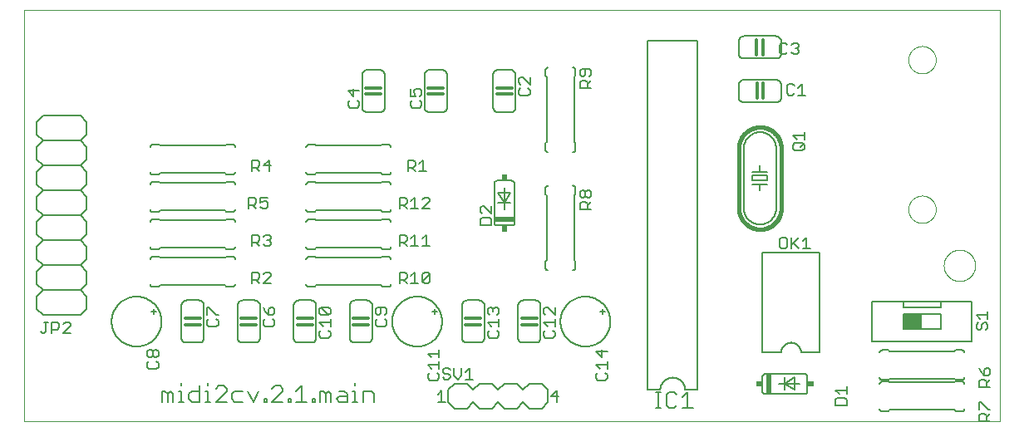
<source format=gto>
G75*
%MOIN*%
%OFA0B0*%
%FSLAX25Y25*%
%IPPOS*%
%LPD*%
%AMOC8*
5,1,8,0,0,1.08239X$1,22.5*
%
%ADD10C,0.00000*%
%ADD11C,0.00600*%
%ADD12C,0.01200*%
%ADD13C,0.00500*%
%ADD14R,0.02000X0.08000*%
%ADD15R,0.02500X0.02000*%
%ADD16R,0.08000X0.02000*%
%ADD17R,0.02000X0.02500*%
%ADD18C,0.00700*%
%ADD19C,0.01600*%
%ADD20R,0.07500X0.06000*%
D10*
X0001000Y0002875D02*
X0001000Y0167835D01*
X0392201Y0167835D01*
X0392201Y0002875D01*
X0001000Y0002875D01*
X0355500Y0087875D02*
X0355502Y0088023D01*
X0355508Y0088171D01*
X0355518Y0088319D01*
X0355532Y0088467D01*
X0355550Y0088614D01*
X0355572Y0088761D01*
X0355598Y0088907D01*
X0355627Y0089052D01*
X0355661Y0089197D01*
X0355699Y0089340D01*
X0355740Y0089483D01*
X0355785Y0089624D01*
X0355835Y0089764D01*
X0355887Y0089902D01*
X0355944Y0090040D01*
X0356004Y0090175D01*
X0356068Y0090309D01*
X0356135Y0090441D01*
X0356206Y0090571D01*
X0356281Y0090700D01*
X0356359Y0090826D01*
X0356440Y0090950D01*
X0356524Y0091072D01*
X0356612Y0091191D01*
X0356703Y0091308D01*
X0356797Y0091423D01*
X0356895Y0091535D01*
X0356995Y0091644D01*
X0357098Y0091751D01*
X0357204Y0091855D01*
X0357312Y0091956D01*
X0357424Y0092054D01*
X0357538Y0092149D01*
X0357654Y0092240D01*
X0357773Y0092329D01*
X0357894Y0092414D01*
X0358018Y0092496D01*
X0358144Y0092575D01*
X0358271Y0092650D01*
X0358401Y0092722D01*
X0358533Y0092791D01*
X0358666Y0092855D01*
X0358801Y0092916D01*
X0358938Y0092974D01*
X0359076Y0093028D01*
X0359216Y0093078D01*
X0359357Y0093124D01*
X0359499Y0093166D01*
X0359642Y0093205D01*
X0359786Y0093239D01*
X0359932Y0093270D01*
X0360077Y0093297D01*
X0360224Y0093320D01*
X0360371Y0093339D01*
X0360519Y0093354D01*
X0360666Y0093365D01*
X0360815Y0093372D01*
X0360963Y0093375D01*
X0361111Y0093374D01*
X0361259Y0093369D01*
X0361407Y0093360D01*
X0361555Y0093347D01*
X0361703Y0093330D01*
X0361849Y0093309D01*
X0361996Y0093284D01*
X0362141Y0093255D01*
X0362286Y0093223D01*
X0362429Y0093186D01*
X0362572Y0093146D01*
X0362714Y0093101D01*
X0362854Y0093053D01*
X0362993Y0093001D01*
X0363130Y0092946D01*
X0363266Y0092886D01*
X0363401Y0092823D01*
X0363533Y0092757D01*
X0363664Y0092687D01*
X0363793Y0092613D01*
X0363919Y0092536D01*
X0364044Y0092456D01*
X0364166Y0092372D01*
X0364287Y0092285D01*
X0364404Y0092195D01*
X0364520Y0092101D01*
X0364632Y0092005D01*
X0364742Y0091906D01*
X0364850Y0091803D01*
X0364954Y0091698D01*
X0365056Y0091590D01*
X0365154Y0091479D01*
X0365250Y0091366D01*
X0365343Y0091250D01*
X0365432Y0091132D01*
X0365518Y0091011D01*
X0365601Y0090888D01*
X0365681Y0090763D01*
X0365757Y0090636D01*
X0365830Y0090506D01*
X0365899Y0090375D01*
X0365964Y0090242D01*
X0366027Y0090108D01*
X0366085Y0089971D01*
X0366140Y0089833D01*
X0366190Y0089694D01*
X0366238Y0089553D01*
X0366281Y0089412D01*
X0366321Y0089269D01*
X0366356Y0089125D01*
X0366388Y0088980D01*
X0366416Y0088834D01*
X0366440Y0088688D01*
X0366460Y0088541D01*
X0366476Y0088393D01*
X0366488Y0088246D01*
X0366496Y0088097D01*
X0366500Y0087949D01*
X0366500Y0087801D01*
X0366496Y0087653D01*
X0366488Y0087504D01*
X0366476Y0087357D01*
X0366460Y0087209D01*
X0366440Y0087062D01*
X0366416Y0086916D01*
X0366388Y0086770D01*
X0366356Y0086625D01*
X0366321Y0086481D01*
X0366281Y0086338D01*
X0366238Y0086197D01*
X0366190Y0086056D01*
X0366140Y0085917D01*
X0366085Y0085779D01*
X0366027Y0085642D01*
X0365964Y0085508D01*
X0365899Y0085375D01*
X0365830Y0085244D01*
X0365757Y0085114D01*
X0365681Y0084987D01*
X0365601Y0084862D01*
X0365518Y0084739D01*
X0365432Y0084618D01*
X0365343Y0084500D01*
X0365250Y0084384D01*
X0365154Y0084271D01*
X0365056Y0084160D01*
X0364954Y0084052D01*
X0364850Y0083947D01*
X0364742Y0083844D01*
X0364632Y0083745D01*
X0364520Y0083649D01*
X0364404Y0083555D01*
X0364287Y0083465D01*
X0364166Y0083378D01*
X0364044Y0083294D01*
X0363919Y0083214D01*
X0363793Y0083137D01*
X0363664Y0083063D01*
X0363533Y0082993D01*
X0363401Y0082927D01*
X0363266Y0082864D01*
X0363130Y0082804D01*
X0362993Y0082749D01*
X0362854Y0082697D01*
X0362714Y0082649D01*
X0362572Y0082604D01*
X0362429Y0082564D01*
X0362286Y0082527D01*
X0362141Y0082495D01*
X0361996Y0082466D01*
X0361849Y0082441D01*
X0361703Y0082420D01*
X0361555Y0082403D01*
X0361407Y0082390D01*
X0361259Y0082381D01*
X0361111Y0082376D01*
X0360963Y0082375D01*
X0360815Y0082378D01*
X0360666Y0082385D01*
X0360519Y0082396D01*
X0360371Y0082411D01*
X0360224Y0082430D01*
X0360077Y0082453D01*
X0359932Y0082480D01*
X0359786Y0082511D01*
X0359642Y0082545D01*
X0359499Y0082584D01*
X0359357Y0082626D01*
X0359216Y0082672D01*
X0359076Y0082722D01*
X0358938Y0082776D01*
X0358801Y0082834D01*
X0358666Y0082895D01*
X0358533Y0082959D01*
X0358401Y0083028D01*
X0358271Y0083100D01*
X0358144Y0083175D01*
X0358018Y0083254D01*
X0357894Y0083336D01*
X0357773Y0083421D01*
X0357654Y0083510D01*
X0357538Y0083601D01*
X0357424Y0083696D01*
X0357312Y0083794D01*
X0357204Y0083895D01*
X0357098Y0083999D01*
X0356995Y0084106D01*
X0356895Y0084215D01*
X0356797Y0084327D01*
X0356703Y0084442D01*
X0356612Y0084559D01*
X0356524Y0084678D01*
X0356440Y0084800D01*
X0356359Y0084924D01*
X0356281Y0085050D01*
X0356206Y0085179D01*
X0356135Y0085309D01*
X0356068Y0085441D01*
X0356004Y0085575D01*
X0355944Y0085710D01*
X0355887Y0085848D01*
X0355835Y0085986D01*
X0355785Y0086126D01*
X0355740Y0086267D01*
X0355699Y0086410D01*
X0355661Y0086553D01*
X0355627Y0086698D01*
X0355598Y0086843D01*
X0355572Y0086989D01*
X0355550Y0087136D01*
X0355532Y0087283D01*
X0355518Y0087431D01*
X0355508Y0087579D01*
X0355502Y0087727D01*
X0355500Y0087875D01*
X0369701Y0065375D02*
X0369703Y0065533D01*
X0369709Y0065691D01*
X0369719Y0065849D01*
X0369733Y0066007D01*
X0369751Y0066164D01*
X0369772Y0066321D01*
X0369798Y0066477D01*
X0369828Y0066633D01*
X0369861Y0066788D01*
X0369899Y0066941D01*
X0369940Y0067094D01*
X0369985Y0067246D01*
X0370034Y0067397D01*
X0370087Y0067546D01*
X0370143Y0067694D01*
X0370203Y0067840D01*
X0370267Y0067985D01*
X0370335Y0068128D01*
X0370406Y0068270D01*
X0370480Y0068410D01*
X0370558Y0068547D01*
X0370640Y0068683D01*
X0370724Y0068817D01*
X0370813Y0068948D01*
X0370904Y0069077D01*
X0370999Y0069204D01*
X0371096Y0069329D01*
X0371197Y0069451D01*
X0371301Y0069570D01*
X0371408Y0069687D01*
X0371518Y0069801D01*
X0371631Y0069912D01*
X0371746Y0070021D01*
X0371864Y0070126D01*
X0371985Y0070228D01*
X0372108Y0070328D01*
X0372234Y0070424D01*
X0372362Y0070517D01*
X0372492Y0070607D01*
X0372625Y0070693D01*
X0372760Y0070777D01*
X0372896Y0070856D01*
X0373035Y0070933D01*
X0373176Y0071005D01*
X0373318Y0071075D01*
X0373462Y0071140D01*
X0373608Y0071202D01*
X0373755Y0071260D01*
X0373904Y0071315D01*
X0374054Y0071366D01*
X0374205Y0071413D01*
X0374357Y0071456D01*
X0374510Y0071495D01*
X0374665Y0071531D01*
X0374820Y0071562D01*
X0374976Y0071590D01*
X0375132Y0071614D01*
X0375289Y0071634D01*
X0375447Y0071650D01*
X0375604Y0071662D01*
X0375763Y0071670D01*
X0375921Y0071674D01*
X0376079Y0071674D01*
X0376237Y0071670D01*
X0376396Y0071662D01*
X0376553Y0071650D01*
X0376711Y0071634D01*
X0376868Y0071614D01*
X0377024Y0071590D01*
X0377180Y0071562D01*
X0377335Y0071531D01*
X0377490Y0071495D01*
X0377643Y0071456D01*
X0377795Y0071413D01*
X0377946Y0071366D01*
X0378096Y0071315D01*
X0378245Y0071260D01*
X0378392Y0071202D01*
X0378538Y0071140D01*
X0378682Y0071075D01*
X0378824Y0071005D01*
X0378965Y0070933D01*
X0379104Y0070856D01*
X0379240Y0070777D01*
X0379375Y0070693D01*
X0379508Y0070607D01*
X0379638Y0070517D01*
X0379766Y0070424D01*
X0379892Y0070328D01*
X0380015Y0070228D01*
X0380136Y0070126D01*
X0380254Y0070021D01*
X0380369Y0069912D01*
X0380482Y0069801D01*
X0380592Y0069687D01*
X0380699Y0069570D01*
X0380803Y0069451D01*
X0380904Y0069329D01*
X0381001Y0069204D01*
X0381096Y0069077D01*
X0381187Y0068948D01*
X0381276Y0068817D01*
X0381360Y0068683D01*
X0381442Y0068547D01*
X0381520Y0068410D01*
X0381594Y0068270D01*
X0381665Y0068128D01*
X0381733Y0067985D01*
X0381797Y0067840D01*
X0381857Y0067694D01*
X0381913Y0067546D01*
X0381966Y0067397D01*
X0382015Y0067246D01*
X0382060Y0067094D01*
X0382101Y0066941D01*
X0382139Y0066788D01*
X0382172Y0066633D01*
X0382202Y0066477D01*
X0382228Y0066321D01*
X0382249Y0066164D01*
X0382267Y0066007D01*
X0382281Y0065849D01*
X0382291Y0065691D01*
X0382297Y0065533D01*
X0382299Y0065375D01*
X0382297Y0065217D01*
X0382291Y0065059D01*
X0382281Y0064901D01*
X0382267Y0064743D01*
X0382249Y0064586D01*
X0382228Y0064429D01*
X0382202Y0064273D01*
X0382172Y0064117D01*
X0382139Y0063962D01*
X0382101Y0063809D01*
X0382060Y0063656D01*
X0382015Y0063504D01*
X0381966Y0063353D01*
X0381913Y0063204D01*
X0381857Y0063056D01*
X0381797Y0062910D01*
X0381733Y0062765D01*
X0381665Y0062622D01*
X0381594Y0062480D01*
X0381520Y0062340D01*
X0381442Y0062203D01*
X0381360Y0062067D01*
X0381276Y0061933D01*
X0381187Y0061802D01*
X0381096Y0061673D01*
X0381001Y0061546D01*
X0380904Y0061421D01*
X0380803Y0061299D01*
X0380699Y0061180D01*
X0380592Y0061063D01*
X0380482Y0060949D01*
X0380369Y0060838D01*
X0380254Y0060729D01*
X0380136Y0060624D01*
X0380015Y0060522D01*
X0379892Y0060422D01*
X0379766Y0060326D01*
X0379638Y0060233D01*
X0379508Y0060143D01*
X0379375Y0060057D01*
X0379240Y0059973D01*
X0379104Y0059894D01*
X0378965Y0059817D01*
X0378824Y0059745D01*
X0378682Y0059675D01*
X0378538Y0059610D01*
X0378392Y0059548D01*
X0378245Y0059490D01*
X0378096Y0059435D01*
X0377946Y0059384D01*
X0377795Y0059337D01*
X0377643Y0059294D01*
X0377490Y0059255D01*
X0377335Y0059219D01*
X0377180Y0059188D01*
X0377024Y0059160D01*
X0376868Y0059136D01*
X0376711Y0059116D01*
X0376553Y0059100D01*
X0376396Y0059088D01*
X0376237Y0059080D01*
X0376079Y0059076D01*
X0375921Y0059076D01*
X0375763Y0059080D01*
X0375604Y0059088D01*
X0375447Y0059100D01*
X0375289Y0059116D01*
X0375132Y0059136D01*
X0374976Y0059160D01*
X0374820Y0059188D01*
X0374665Y0059219D01*
X0374510Y0059255D01*
X0374357Y0059294D01*
X0374205Y0059337D01*
X0374054Y0059384D01*
X0373904Y0059435D01*
X0373755Y0059490D01*
X0373608Y0059548D01*
X0373462Y0059610D01*
X0373318Y0059675D01*
X0373176Y0059745D01*
X0373035Y0059817D01*
X0372896Y0059894D01*
X0372760Y0059973D01*
X0372625Y0060057D01*
X0372492Y0060143D01*
X0372362Y0060233D01*
X0372234Y0060326D01*
X0372108Y0060422D01*
X0371985Y0060522D01*
X0371864Y0060624D01*
X0371746Y0060729D01*
X0371631Y0060838D01*
X0371518Y0060949D01*
X0371408Y0061063D01*
X0371301Y0061180D01*
X0371197Y0061299D01*
X0371096Y0061421D01*
X0370999Y0061546D01*
X0370904Y0061673D01*
X0370813Y0061802D01*
X0370724Y0061933D01*
X0370640Y0062067D01*
X0370558Y0062203D01*
X0370480Y0062340D01*
X0370406Y0062480D01*
X0370335Y0062622D01*
X0370267Y0062765D01*
X0370203Y0062910D01*
X0370143Y0063056D01*
X0370087Y0063204D01*
X0370034Y0063353D01*
X0369985Y0063504D01*
X0369940Y0063656D01*
X0369899Y0063809D01*
X0369861Y0063962D01*
X0369828Y0064117D01*
X0369798Y0064273D01*
X0369772Y0064429D01*
X0369751Y0064586D01*
X0369733Y0064743D01*
X0369719Y0064901D01*
X0369709Y0065059D01*
X0369703Y0065217D01*
X0369701Y0065375D01*
X0355500Y0147875D02*
X0355502Y0148023D01*
X0355508Y0148171D01*
X0355518Y0148319D01*
X0355532Y0148467D01*
X0355550Y0148614D01*
X0355572Y0148761D01*
X0355598Y0148907D01*
X0355627Y0149052D01*
X0355661Y0149197D01*
X0355699Y0149340D01*
X0355740Y0149483D01*
X0355785Y0149624D01*
X0355835Y0149764D01*
X0355887Y0149902D01*
X0355944Y0150040D01*
X0356004Y0150175D01*
X0356068Y0150309D01*
X0356135Y0150441D01*
X0356206Y0150571D01*
X0356281Y0150700D01*
X0356359Y0150826D01*
X0356440Y0150950D01*
X0356524Y0151072D01*
X0356612Y0151191D01*
X0356703Y0151308D01*
X0356797Y0151423D01*
X0356895Y0151535D01*
X0356995Y0151644D01*
X0357098Y0151751D01*
X0357204Y0151855D01*
X0357312Y0151956D01*
X0357424Y0152054D01*
X0357538Y0152149D01*
X0357654Y0152240D01*
X0357773Y0152329D01*
X0357894Y0152414D01*
X0358018Y0152496D01*
X0358144Y0152575D01*
X0358271Y0152650D01*
X0358401Y0152722D01*
X0358533Y0152791D01*
X0358666Y0152855D01*
X0358801Y0152916D01*
X0358938Y0152974D01*
X0359076Y0153028D01*
X0359216Y0153078D01*
X0359357Y0153124D01*
X0359499Y0153166D01*
X0359642Y0153205D01*
X0359786Y0153239D01*
X0359932Y0153270D01*
X0360077Y0153297D01*
X0360224Y0153320D01*
X0360371Y0153339D01*
X0360519Y0153354D01*
X0360666Y0153365D01*
X0360815Y0153372D01*
X0360963Y0153375D01*
X0361111Y0153374D01*
X0361259Y0153369D01*
X0361407Y0153360D01*
X0361555Y0153347D01*
X0361703Y0153330D01*
X0361849Y0153309D01*
X0361996Y0153284D01*
X0362141Y0153255D01*
X0362286Y0153223D01*
X0362429Y0153186D01*
X0362572Y0153146D01*
X0362714Y0153101D01*
X0362854Y0153053D01*
X0362993Y0153001D01*
X0363130Y0152946D01*
X0363266Y0152886D01*
X0363401Y0152823D01*
X0363533Y0152757D01*
X0363664Y0152687D01*
X0363793Y0152613D01*
X0363919Y0152536D01*
X0364044Y0152456D01*
X0364166Y0152372D01*
X0364287Y0152285D01*
X0364404Y0152195D01*
X0364520Y0152101D01*
X0364632Y0152005D01*
X0364742Y0151906D01*
X0364850Y0151803D01*
X0364954Y0151698D01*
X0365056Y0151590D01*
X0365154Y0151479D01*
X0365250Y0151366D01*
X0365343Y0151250D01*
X0365432Y0151132D01*
X0365518Y0151011D01*
X0365601Y0150888D01*
X0365681Y0150763D01*
X0365757Y0150636D01*
X0365830Y0150506D01*
X0365899Y0150375D01*
X0365964Y0150242D01*
X0366027Y0150108D01*
X0366085Y0149971D01*
X0366140Y0149833D01*
X0366190Y0149694D01*
X0366238Y0149553D01*
X0366281Y0149412D01*
X0366321Y0149269D01*
X0366356Y0149125D01*
X0366388Y0148980D01*
X0366416Y0148834D01*
X0366440Y0148688D01*
X0366460Y0148541D01*
X0366476Y0148393D01*
X0366488Y0148246D01*
X0366496Y0148097D01*
X0366500Y0147949D01*
X0366500Y0147801D01*
X0366496Y0147653D01*
X0366488Y0147504D01*
X0366476Y0147357D01*
X0366460Y0147209D01*
X0366440Y0147062D01*
X0366416Y0146916D01*
X0366388Y0146770D01*
X0366356Y0146625D01*
X0366321Y0146481D01*
X0366281Y0146338D01*
X0366238Y0146197D01*
X0366190Y0146056D01*
X0366140Y0145917D01*
X0366085Y0145779D01*
X0366027Y0145642D01*
X0365964Y0145508D01*
X0365899Y0145375D01*
X0365830Y0145244D01*
X0365757Y0145114D01*
X0365681Y0144987D01*
X0365601Y0144862D01*
X0365518Y0144739D01*
X0365432Y0144618D01*
X0365343Y0144500D01*
X0365250Y0144384D01*
X0365154Y0144271D01*
X0365056Y0144160D01*
X0364954Y0144052D01*
X0364850Y0143947D01*
X0364742Y0143844D01*
X0364632Y0143745D01*
X0364520Y0143649D01*
X0364404Y0143555D01*
X0364287Y0143465D01*
X0364166Y0143378D01*
X0364044Y0143294D01*
X0363919Y0143214D01*
X0363793Y0143137D01*
X0363664Y0143063D01*
X0363533Y0142993D01*
X0363401Y0142927D01*
X0363266Y0142864D01*
X0363130Y0142804D01*
X0362993Y0142749D01*
X0362854Y0142697D01*
X0362714Y0142649D01*
X0362572Y0142604D01*
X0362429Y0142564D01*
X0362286Y0142527D01*
X0362141Y0142495D01*
X0361996Y0142466D01*
X0361849Y0142441D01*
X0361703Y0142420D01*
X0361555Y0142403D01*
X0361407Y0142390D01*
X0361259Y0142381D01*
X0361111Y0142376D01*
X0360963Y0142375D01*
X0360815Y0142378D01*
X0360666Y0142385D01*
X0360519Y0142396D01*
X0360371Y0142411D01*
X0360224Y0142430D01*
X0360077Y0142453D01*
X0359932Y0142480D01*
X0359786Y0142511D01*
X0359642Y0142545D01*
X0359499Y0142584D01*
X0359357Y0142626D01*
X0359216Y0142672D01*
X0359076Y0142722D01*
X0358938Y0142776D01*
X0358801Y0142834D01*
X0358666Y0142895D01*
X0358533Y0142959D01*
X0358401Y0143028D01*
X0358271Y0143100D01*
X0358144Y0143175D01*
X0358018Y0143254D01*
X0357894Y0143336D01*
X0357773Y0143421D01*
X0357654Y0143510D01*
X0357538Y0143601D01*
X0357424Y0143696D01*
X0357312Y0143794D01*
X0357204Y0143895D01*
X0357098Y0143999D01*
X0356995Y0144106D01*
X0356895Y0144215D01*
X0356797Y0144327D01*
X0356703Y0144442D01*
X0356612Y0144559D01*
X0356524Y0144678D01*
X0356440Y0144800D01*
X0356359Y0144924D01*
X0356281Y0145050D01*
X0356206Y0145179D01*
X0356135Y0145309D01*
X0356068Y0145441D01*
X0356004Y0145575D01*
X0355944Y0145710D01*
X0355887Y0145848D01*
X0355835Y0145986D01*
X0355785Y0146126D01*
X0355740Y0146267D01*
X0355699Y0146410D01*
X0355661Y0146553D01*
X0355627Y0146698D01*
X0355598Y0146843D01*
X0355572Y0146989D01*
X0355550Y0147136D01*
X0355532Y0147283D01*
X0355518Y0147431D01*
X0355508Y0147579D01*
X0355502Y0147727D01*
X0355500Y0147875D01*
D11*
X0304500Y0150375D02*
X0304500Y0155375D01*
X0304498Y0155462D01*
X0304492Y0155549D01*
X0304483Y0155636D01*
X0304470Y0155722D01*
X0304453Y0155808D01*
X0304432Y0155893D01*
X0304407Y0155976D01*
X0304379Y0156059D01*
X0304348Y0156140D01*
X0304313Y0156220D01*
X0304274Y0156298D01*
X0304232Y0156375D01*
X0304187Y0156450D01*
X0304138Y0156522D01*
X0304087Y0156593D01*
X0304032Y0156661D01*
X0303975Y0156726D01*
X0303914Y0156789D01*
X0303851Y0156850D01*
X0303786Y0156907D01*
X0303718Y0156962D01*
X0303647Y0157013D01*
X0303575Y0157062D01*
X0303500Y0157107D01*
X0303423Y0157149D01*
X0303345Y0157188D01*
X0303265Y0157223D01*
X0303184Y0157254D01*
X0303101Y0157282D01*
X0303018Y0157307D01*
X0302933Y0157328D01*
X0302847Y0157345D01*
X0302761Y0157358D01*
X0302674Y0157367D01*
X0302587Y0157373D01*
X0302500Y0157375D01*
X0289500Y0157375D01*
X0289413Y0157373D01*
X0289326Y0157367D01*
X0289239Y0157358D01*
X0289153Y0157345D01*
X0289067Y0157328D01*
X0288982Y0157307D01*
X0288899Y0157282D01*
X0288816Y0157254D01*
X0288735Y0157223D01*
X0288655Y0157188D01*
X0288577Y0157149D01*
X0288500Y0157107D01*
X0288425Y0157062D01*
X0288353Y0157013D01*
X0288282Y0156962D01*
X0288214Y0156907D01*
X0288149Y0156850D01*
X0288086Y0156789D01*
X0288025Y0156726D01*
X0287968Y0156661D01*
X0287913Y0156593D01*
X0287862Y0156522D01*
X0287813Y0156450D01*
X0287768Y0156375D01*
X0287726Y0156298D01*
X0287687Y0156220D01*
X0287652Y0156140D01*
X0287621Y0156059D01*
X0287593Y0155976D01*
X0287568Y0155893D01*
X0287547Y0155808D01*
X0287530Y0155722D01*
X0287517Y0155636D01*
X0287508Y0155549D01*
X0287502Y0155462D01*
X0287500Y0155375D01*
X0287500Y0150375D01*
X0287502Y0150288D01*
X0287508Y0150201D01*
X0287517Y0150114D01*
X0287530Y0150028D01*
X0287547Y0149942D01*
X0287568Y0149857D01*
X0287593Y0149774D01*
X0287621Y0149691D01*
X0287652Y0149610D01*
X0287687Y0149530D01*
X0287726Y0149452D01*
X0287768Y0149375D01*
X0287813Y0149300D01*
X0287862Y0149228D01*
X0287913Y0149157D01*
X0287968Y0149089D01*
X0288025Y0149024D01*
X0288086Y0148961D01*
X0288149Y0148900D01*
X0288214Y0148843D01*
X0288282Y0148788D01*
X0288353Y0148737D01*
X0288425Y0148688D01*
X0288500Y0148643D01*
X0288577Y0148601D01*
X0288655Y0148562D01*
X0288735Y0148527D01*
X0288816Y0148496D01*
X0288899Y0148468D01*
X0288982Y0148443D01*
X0289067Y0148422D01*
X0289153Y0148405D01*
X0289239Y0148392D01*
X0289326Y0148383D01*
X0289413Y0148377D01*
X0289500Y0148375D01*
X0302500Y0148375D01*
X0302587Y0148377D01*
X0302674Y0148383D01*
X0302761Y0148392D01*
X0302847Y0148405D01*
X0302933Y0148422D01*
X0303018Y0148443D01*
X0303101Y0148468D01*
X0303184Y0148496D01*
X0303265Y0148527D01*
X0303345Y0148562D01*
X0303423Y0148601D01*
X0303500Y0148643D01*
X0303575Y0148688D01*
X0303647Y0148737D01*
X0303718Y0148788D01*
X0303786Y0148843D01*
X0303851Y0148900D01*
X0303914Y0148961D01*
X0303975Y0149024D01*
X0304032Y0149089D01*
X0304087Y0149157D01*
X0304138Y0149228D01*
X0304187Y0149300D01*
X0304232Y0149375D01*
X0304274Y0149452D01*
X0304313Y0149530D01*
X0304348Y0149610D01*
X0304379Y0149691D01*
X0304407Y0149774D01*
X0304432Y0149857D01*
X0304453Y0149942D01*
X0304470Y0150028D01*
X0304483Y0150114D01*
X0304492Y0150201D01*
X0304498Y0150288D01*
X0304500Y0150375D01*
X0302500Y0139875D02*
X0289500Y0139875D01*
X0289413Y0139873D01*
X0289326Y0139867D01*
X0289239Y0139858D01*
X0289153Y0139845D01*
X0289067Y0139828D01*
X0288982Y0139807D01*
X0288899Y0139782D01*
X0288816Y0139754D01*
X0288735Y0139723D01*
X0288655Y0139688D01*
X0288577Y0139649D01*
X0288500Y0139607D01*
X0288425Y0139562D01*
X0288353Y0139513D01*
X0288282Y0139462D01*
X0288214Y0139407D01*
X0288149Y0139350D01*
X0288086Y0139289D01*
X0288025Y0139226D01*
X0287968Y0139161D01*
X0287913Y0139093D01*
X0287862Y0139022D01*
X0287813Y0138950D01*
X0287768Y0138875D01*
X0287726Y0138798D01*
X0287687Y0138720D01*
X0287652Y0138640D01*
X0287621Y0138559D01*
X0287593Y0138476D01*
X0287568Y0138393D01*
X0287547Y0138308D01*
X0287530Y0138222D01*
X0287517Y0138136D01*
X0287508Y0138049D01*
X0287502Y0137962D01*
X0287500Y0137875D01*
X0287500Y0132875D01*
X0287502Y0132788D01*
X0287508Y0132701D01*
X0287517Y0132614D01*
X0287530Y0132528D01*
X0287547Y0132442D01*
X0287568Y0132357D01*
X0287593Y0132274D01*
X0287621Y0132191D01*
X0287652Y0132110D01*
X0287687Y0132030D01*
X0287726Y0131952D01*
X0287768Y0131875D01*
X0287813Y0131800D01*
X0287862Y0131728D01*
X0287913Y0131657D01*
X0287968Y0131589D01*
X0288025Y0131524D01*
X0288086Y0131461D01*
X0288149Y0131400D01*
X0288214Y0131343D01*
X0288282Y0131288D01*
X0288353Y0131237D01*
X0288425Y0131188D01*
X0288500Y0131143D01*
X0288577Y0131101D01*
X0288655Y0131062D01*
X0288735Y0131027D01*
X0288816Y0130996D01*
X0288899Y0130968D01*
X0288982Y0130943D01*
X0289067Y0130922D01*
X0289153Y0130905D01*
X0289239Y0130892D01*
X0289326Y0130883D01*
X0289413Y0130877D01*
X0289500Y0130875D01*
X0302500Y0130875D01*
X0302587Y0130877D01*
X0302674Y0130883D01*
X0302761Y0130892D01*
X0302847Y0130905D01*
X0302933Y0130922D01*
X0303018Y0130943D01*
X0303101Y0130968D01*
X0303184Y0130996D01*
X0303265Y0131027D01*
X0303345Y0131062D01*
X0303423Y0131101D01*
X0303500Y0131143D01*
X0303575Y0131188D01*
X0303647Y0131237D01*
X0303718Y0131288D01*
X0303786Y0131343D01*
X0303851Y0131400D01*
X0303914Y0131461D01*
X0303975Y0131524D01*
X0304032Y0131589D01*
X0304087Y0131657D01*
X0304138Y0131728D01*
X0304187Y0131800D01*
X0304232Y0131875D01*
X0304274Y0131952D01*
X0304313Y0132030D01*
X0304348Y0132110D01*
X0304379Y0132191D01*
X0304407Y0132274D01*
X0304432Y0132357D01*
X0304453Y0132442D01*
X0304470Y0132528D01*
X0304483Y0132614D01*
X0304492Y0132701D01*
X0304498Y0132788D01*
X0304500Y0132875D01*
X0304500Y0137875D01*
X0304498Y0137962D01*
X0304492Y0138049D01*
X0304483Y0138136D01*
X0304470Y0138222D01*
X0304453Y0138308D01*
X0304432Y0138393D01*
X0304407Y0138476D01*
X0304379Y0138559D01*
X0304348Y0138640D01*
X0304313Y0138720D01*
X0304274Y0138798D01*
X0304232Y0138875D01*
X0304187Y0138950D01*
X0304138Y0139022D01*
X0304087Y0139093D01*
X0304032Y0139161D01*
X0303975Y0139226D01*
X0303914Y0139289D01*
X0303851Y0139350D01*
X0303786Y0139407D01*
X0303718Y0139462D01*
X0303647Y0139513D01*
X0303575Y0139562D01*
X0303500Y0139607D01*
X0303423Y0139649D01*
X0303345Y0139688D01*
X0303265Y0139723D01*
X0303184Y0139754D01*
X0303101Y0139782D01*
X0303018Y0139807D01*
X0302933Y0139828D01*
X0302847Y0139845D01*
X0302761Y0139858D01*
X0302674Y0139867D01*
X0302587Y0139873D01*
X0302500Y0139875D01*
X0271000Y0155375D02*
X0271000Y0015875D01*
X0271000Y0015375D02*
X0266000Y0015375D01*
X0265998Y0015515D01*
X0265992Y0015655D01*
X0265982Y0015795D01*
X0265969Y0015935D01*
X0265951Y0016074D01*
X0265929Y0016213D01*
X0265904Y0016350D01*
X0265875Y0016488D01*
X0265842Y0016624D01*
X0265805Y0016759D01*
X0265764Y0016893D01*
X0265719Y0017026D01*
X0265671Y0017158D01*
X0265619Y0017288D01*
X0265564Y0017417D01*
X0265505Y0017544D01*
X0265442Y0017670D01*
X0265376Y0017794D01*
X0265307Y0017915D01*
X0265234Y0018035D01*
X0265157Y0018153D01*
X0265078Y0018268D01*
X0264995Y0018382D01*
X0264909Y0018492D01*
X0264820Y0018601D01*
X0264728Y0018707D01*
X0264633Y0018810D01*
X0264536Y0018911D01*
X0264435Y0019008D01*
X0264332Y0019103D01*
X0264226Y0019195D01*
X0264117Y0019284D01*
X0264007Y0019370D01*
X0263893Y0019453D01*
X0263778Y0019532D01*
X0263660Y0019609D01*
X0263540Y0019682D01*
X0263419Y0019751D01*
X0263295Y0019817D01*
X0263169Y0019880D01*
X0263042Y0019939D01*
X0262913Y0019994D01*
X0262783Y0020046D01*
X0262651Y0020094D01*
X0262518Y0020139D01*
X0262384Y0020180D01*
X0262249Y0020217D01*
X0262113Y0020250D01*
X0261975Y0020279D01*
X0261838Y0020304D01*
X0261699Y0020326D01*
X0261560Y0020344D01*
X0261420Y0020357D01*
X0261280Y0020367D01*
X0261140Y0020373D01*
X0261000Y0020375D01*
X0260860Y0020373D01*
X0260720Y0020367D01*
X0260580Y0020357D01*
X0260440Y0020344D01*
X0260301Y0020326D01*
X0260162Y0020304D01*
X0260025Y0020279D01*
X0259887Y0020250D01*
X0259751Y0020217D01*
X0259616Y0020180D01*
X0259482Y0020139D01*
X0259349Y0020094D01*
X0259217Y0020046D01*
X0259087Y0019994D01*
X0258958Y0019939D01*
X0258831Y0019880D01*
X0258705Y0019817D01*
X0258581Y0019751D01*
X0258460Y0019682D01*
X0258340Y0019609D01*
X0258222Y0019532D01*
X0258107Y0019453D01*
X0257993Y0019370D01*
X0257883Y0019284D01*
X0257774Y0019195D01*
X0257668Y0019103D01*
X0257565Y0019008D01*
X0257464Y0018911D01*
X0257367Y0018810D01*
X0257272Y0018707D01*
X0257180Y0018601D01*
X0257091Y0018492D01*
X0257005Y0018382D01*
X0256922Y0018268D01*
X0256843Y0018153D01*
X0256766Y0018035D01*
X0256693Y0017915D01*
X0256624Y0017794D01*
X0256558Y0017670D01*
X0256495Y0017544D01*
X0256436Y0017417D01*
X0256381Y0017288D01*
X0256329Y0017158D01*
X0256281Y0017026D01*
X0256236Y0016893D01*
X0256195Y0016759D01*
X0256158Y0016624D01*
X0256125Y0016488D01*
X0256096Y0016350D01*
X0256071Y0016213D01*
X0256049Y0016074D01*
X0256031Y0015935D01*
X0256018Y0015795D01*
X0256008Y0015655D01*
X0256002Y0015515D01*
X0256000Y0015375D01*
X0251000Y0015375D01*
X0251000Y0155375D01*
X0271000Y0155375D01*
X0222000Y0143875D02*
X0222000Y0141375D01*
X0221500Y0140875D01*
X0221500Y0114875D01*
X0222000Y0114375D01*
X0222000Y0111875D01*
X0221998Y0111815D01*
X0221993Y0111754D01*
X0221984Y0111695D01*
X0221971Y0111636D01*
X0221955Y0111577D01*
X0221935Y0111520D01*
X0221912Y0111465D01*
X0221885Y0111410D01*
X0221856Y0111358D01*
X0221823Y0111307D01*
X0221787Y0111258D01*
X0221749Y0111212D01*
X0221707Y0111168D01*
X0221663Y0111126D01*
X0221617Y0111088D01*
X0221568Y0111052D01*
X0221517Y0111019D01*
X0221465Y0110990D01*
X0221410Y0110963D01*
X0221355Y0110940D01*
X0221298Y0110920D01*
X0221239Y0110904D01*
X0221180Y0110891D01*
X0221121Y0110882D01*
X0221060Y0110877D01*
X0221000Y0110875D01*
X0211000Y0110875D02*
X0210940Y0110877D01*
X0210879Y0110882D01*
X0210820Y0110891D01*
X0210761Y0110904D01*
X0210702Y0110920D01*
X0210645Y0110940D01*
X0210590Y0110963D01*
X0210535Y0110990D01*
X0210483Y0111019D01*
X0210432Y0111052D01*
X0210383Y0111088D01*
X0210337Y0111126D01*
X0210293Y0111168D01*
X0210251Y0111212D01*
X0210213Y0111258D01*
X0210177Y0111307D01*
X0210144Y0111358D01*
X0210115Y0111410D01*
X0210088Y0111465D01*
X0210065Y0111520D01*
X0210045Y0111577D01*
X0210029Y0111636D01*
X0210016Y0111695D01*
X0210007Y0111754D01*
X0210002Y0111815D01*
X0210000Y0111875D01*
X0210000Y0114375D01*
X0210500Y0114875D01*
X0210500Y0140875D01*
X0210000Y0141375D01*
X0210000Y0143875D01*
X0210002Y0143935D01*
X0210007Y0143996D01*
X0210016Y0144055D01*
X0210029Y0144114D01*
X0210045Y0144173D01*
X0210065Y0144230D01*
X0210088Y0144285D01*
X0210115Y0144340D01*
X0210144Y0144392D01*
X0210177Y0144443D01*
X0210213Y0144492D01*
X0210251Y0144538D01*
X0210293Y0144582D01*
X0210337Y0144624D01*
X0210383Y0144662D01*
X0210432Y0144698D01*
X0210483Y0144731D01*
X0210535Y0144760D01*
X0210590Y0144787D01*
X0210645Y0144810D01*
X0210702Y0144830D01*
X0210761Y0144846D01*
X0210820Y0144859D01*
X0210879Y0144868D01*
X0210940Y0144873D01*
X0211000Y0144875D01*
X0221000Y0144875D02*
X0221060Y0144873D01*
X0221121Y0144868D01*
X0221180Y0144859D01*
X0221239Y0144846D01*
X0221298Y0144830D01*
X0221355Y0144810D01*
X0221410Y0144787D01*
X0221465Y0144760D01*
X0221517Y0144731D01*
X0221568Y0144698D01*
X0221617Y0144662D01*
X0221663Y0144624D01*
X0221707Y0144582D01*
X0221749Y0144538D01*
X0221787Y0144492D01*
X0221823Y0144443D01*
X0221856Y0144392D01*
X0221885Y0144340D01*
X0221912Y0144285D01*
X0221935Y0144230D01*
X0221955Y0144173D01*
X0221971Y0144114D01*
X0221984Y0144055D01*
X0221993Y0143996D01*
X0221998Y0143935D01*
X0222000Y0143875D01*
X0198000Y0141875D02*
X0198000Y0128875D01*
X0197998Y0128788D01*
X0197992Y0128701D01*
X0197983Y0128614D01*
X0197970Y0128528D01*
X0197953Y0128442D01*
X0197932Y0128357D01*
X0197907Y0128274D01*
X0197879Y0128191D01*
X0197848Y0128110D01*
X0197813Y0128030D01*
X0197774Y0127952D01*
X0197732Y0127875D01*
X0197687Y0127800D01*
X0197638Y0127728D01*
X0197587Y0127657D01*
X0197532Y0127589D01*
X0197475Y0127524D01*
X0197414Y0127461D01*
X0197351Y0127400D01*
X0197286Y0127343D01*
X0197218Y0127288D01*
X0197147Y0127237D01*
X0197075Y0127188D01*
X0197000Y0127143D01*
X0196923Y0127101D01*
X0196845Y0127062D01*
X0196765Y0127027D01*
X0196684Y0126996D01*
X0196601Y0126968D01*
X0196518Y0126943D01*
X0196433Y0126922D01*
X0196347Y0126905D01*
X0196261Y0126892D01*
X0196174Y0126883D01*
X0196087Y0126877D01*
X0196000Y0126875D01*
X0191000Y0126875D01*
X0190913Y0126877D01*
X0190826Y0126883D01*
X0190739Y0126892D01*
X0190653Y0126905D01*
X0190567Y0126922D01*
X0190482Y0126943D01*
X0190399Y0126968D01*
X0190316Y0126996D01*
X0190235Y0127027D01*
X0190155Y0127062D01*
X0190077Y0127101D01*
X0190000Y0127143D01*
X0189925Y0127188D01*
X0189853Y0127237D01*
X0189782Y0127288D01*
X0189714Y0127343D01*
X0189649Y0127400D01*
X0189586Y0127461D01*
X0189525Y0127524D01*
X0189468Y0127589D01*
X0189413Y0127657D01*
X0189362Y0127728D01*
X0189313Y0127800D01*
X0189268Y0127875D01*
X0189226Y0127952D01*
X0189187Y0128030D01*
X0189152Y0128110D01*
X0189121Y0128191D01*
X0189093Y0128274D01*
X0189068Y0128357D01*
X0189047Y0128442D01*
X0189030Y0128528D01*
X0189017Y0128614D01*
X0189008Y0128701D01*
X0189002Y0128788D01*
X0189000Y0128875D01*
X0189000Y0141875D01*
X0189002Y0141962D01*
X0189008Y0142049D01*
X0189017Y0142136D01*
X0189030Y0142222D01*
X0189047Y0142308D01*
X0189068Y0142393D01*
X0189093Y0142476D01*
X0189121Y0142559D01*
X0189152Y0142640D01*
X0189187Y0142720D01*
X0189226Y0142798D01*
X0189268Y0142875D01*
X0189313Y0142950D01*
X0189362Y0143022D01*
X0189413Y0143093D01*
X0189468Y0143161D01*
X0189525Y0143226D01*
X0189586Y0143289D01*
X0189649Y0143350D01*
X0189714Y0143407D01*
X0189782Y0143462D01*
X0189853Y0143513D01*
X0189925Y0143562D01*
X0190000Y0143607D01*
X0190077Y0143649D01*
X0190155Y0143688D01*
X0190235Y0143723D01*
X0190316Y0143754D01*
X0190399Y0143782D01*
X0190482Y0143807D01*
X0190567Y0143828D01*
X0190653Y0143845D01*
X0190739Y0143858D01*
X0190826Y0143867D01*
X0190913Y0143873D01*
X0191000Y0143875D01*
X0196000Y0143875D01*
X0196087Y0143873D01*
X0196174Y0143867D01*
X0196261Y0143858D01*
X0196347Y0143845D01*
X0196433Y0143828D01*
X0196518Y0143807D01*
X0196601Y0143782D01*
X0196684Y0143754D01*
X0196765Y0143723D01*
X0196845Y0143688D01*
X0196923Y0143649D01*
X0197000Y0143607D01*
X0197075Y0143562D01*
X0197147Y0143513D01*
X0197218Y0143462D01*
X0197286Y0143407D01*
X0197351Y0143350D01*
X0197414Y0143289D01*
X0197475Y0143226D01*
X0197532Y0143161D01*
X0197587Y0143093D01*
X0197638Y0143022D01*
X0197687Y0142950D01*
X0197732Y0142875D01*
X0197774Y0142798D01*
X0197813Y0142720D01*
X0197848Y0142640D01*
X0197879Y0142559D01*
X0197907Y0142476D01*
X0197932Y0142393D01*
X0197953Y0142308D01*
X0197970Y0142222D01*
X0197983Y0142136D01*
X0197992Y0142049D01*
X0197998Y0141962D01*
X0198000Y0141875D01*
X0170500Y0141875D02*
X0170500Y0128875D01*
X0170498Y0128788D01*
X0170492Y0128701D01*
X0170483Y0128614D01*
X0170470Y0128528D01*
X0170453Y0128442D01*
X0170432Y0128357D01*
X0170407Y0128274D01*
X0170379Y0128191D01*
X0170348Y0128110D01*
X0170313Y0128030D01*
X0170274Y0127952D01*
X0170232Y0127875D01*
X0170187Y0127800D01*
X0170138Y0127728D01*
X0170087Y0127657D01*
X0170032Y0127589D01*
X0169975Y0127524D01*
X0169914Y0127461D01*
X0169851Y0127400D01*
X0169786Y0127343D01*
X0169718Y0127288D01*
X0169647Y0127237D01*
X0169575Y0127188D01*
X0169500Y0127143D01*
X0169423Y0127101D01*
X0169345Y0127062D01*
X0169265Y0127027D01*
X0169184Y0126996D01*
X0169101Y0126968D01*
X0169018Y0126943D01*
X0168933Y0126922D01*
X0168847Y0126905D01*
X0168761Y0126892D01*
X0168674Y0126883D01*
X0168587Y0126877D01*
X0168500Y0126875D01*
X0163500Y0126875D01*
X0163413Y0126877D01*
X0163326Y0126883D01*
X0163239Y0126892D01*
X0163153Y0126905D01*
X0163067Y0126922D01*
X0162982Y0126943D01*
X0162899Y0126968D01*
X0162816Y0126996D01*
X0162735Y0127027D01*
X0162655Y0127062D01*
X0162577Y0127101D01*
X0162500Y0127143D01*
X0162425Y0127188D01*
X0162353Y0127237D01*
X0162282Y0127288D01*
X0162214Y0127343D01*
X0162149Y0127400D01*
X0162086Y0127461D01*
X0162025Y0127524D01*
X0161968Y0127589D01*
X0161913Y0127657D01*
X0161862Y0127728D01*
X0161813Y0127800D01*
X0161768Y0127875D01*
X0161726Y0127952D01*
X0161687Y0128030D01*
X0161652Y0128110D01*
X0161621Y0128191D01*
X0161593Y0128274D01*
X0161568Y0128357D01*
X0161547Y0128442D01*
X0161530Y0128528D01*
X0161517Y0128614D01*
X0161508Y0128701D01*
X0161502Y0128788D01*
X0161500Y0128875D01*
X0161500Y0141875D01*
X0161502Y0141962D01*
X0161508Y0142049D01*
X0161517Y0142136D01*
X0161530Y0142222D01*
X0161547Y0142308D01*
X0161568Y0142393D01*
X0161593Y0142476D01*
X0161621Y0142559D01*
X0161652Y0142640D01*
X0161687Y0142720D01*
X0161726Y0142798D01*
X0161768Y0142875D01*
X0161813Y0142950D01*
X0161862Y0143022D01*
X0161913Y0143093D01*
X0161968Y0143161D01*
X0162025Y0143226D01*
X0162086Y0143289D01*
X0162149Y0143350D01*
X0162214Y0143407D01*
X0162282Y0143462D01*
X0162353Y0143513D01*
X0162425Y0143562D01*
X0162500Y0143607D01*
X0162577Y0143649D01*
X0162655Y0143688D01*
X0162735Y0143723D01*
X0162816Y0143754D01*
X0162899Y0143782D01*
X0162982Y0143807D01*
X0163067Y0143828D01*
X0163153Y0143845D01*
X0163239Y0143858D01*
X0163326Y0143867D01*
X0163413Y0143873D01*
X0163500Y0143875D01*
X0168500Y0143875D01*
X0168587Y0143873D01*
X0168674Y0143867D01*
X0168761Y0143858D01*
X0168847Y0143845D01*
X0168933Y0143828D01*
X0169018Y0143807D01*
X0169101Y0143782D01*
X0169184Y0143754D01*
X0169265Y0143723D01*
X0169345Y0143688D01*
X0169423Y0143649D01*
X0169500Y0143607D01*
X0169575Y0143562D01*
X0169647Y0143513D01*
X0169718Y0143462D01*
X0169786Y0143407D01*
X0169851Y0143350D01*
X0169914Y0143289D01*
X0169975Y0143226D01*
X0170032Y0143161D01*
X0170087Y0143093D01*
X0170138Y0143022D01*
X0170187Y0142950D01*
X0170232Y0142875D01*
X0170274Y0142798D01*
X0170313Y0142720D01*
X0170348Y0142640D01*
X0170379Y0142559D01*
X0170407Y0142476D01*
X0170432Y0142393D01*
X0170453Y0142308D01*
X0170470Y0142222D01*
X0170483Y0142136D01*
X0170492Y0142049D01*
X0170498Y0141962D01*
X0170500Y0141875D01*
X0145500Y0141875D02*
X0145500Y0128875D01*
X0145498Y0128788D01*
X0145492Y0128701D01*
X0145483Y0128614D01*
X0145470Y0128528D01*
X0145453Y0128442D01*
X0145432Y0128357D01*
X0145407Y0128274D01*
X0145379Y0128191D01*
X0145348Y0128110D01*
X0145313Y0128030D01*
X0145274Y0127952D01*
X0145232Y0127875D01*
X0145187Y0127800D01*
X0145138Y0127728D01*
X0145087Y0127657D01*
X0145032Y0127589D01*
X0144975Y0127524D01*
X0144914Y0127461D01*
X0144851Y0127400D01*
X0144786Y0127343D01*
X0144718Y0127288D01*
X0144647Y0127237D01*
X0144575Y0127188D01*
X0144500Y0127143D01*
X0144423Y0127101D01*
X0144345Y0127062D01*
X0144265Y0127027D01*
X0144184Y0126996D01*
X0144101Y0126968D01*
X0144018Y0126943D01*
X0143933Y0126922D01*
X0143847Y0126905D01*
X0143761Y0126892D01*
X0143674Y0126883D01*
X0143587Y0126877D01*
X0143500Y0126875D01*
X0138500Y0126875D01*
X0138413Y0126877D01*
X0138326Y0126883D01*
X0138239Y0126892D01*
X0138153Y0126905D01*
X0138067Y0126922D01*
X0137982Y0126943D01*
X0137899Y0126968D01*
X0137816Y0126996D01*
X0137735Y0127027D01*
X0137655Y0127062D01*
X0137577Y0127101D01*
X0137500Y0127143D01*
X0137425Y0127188D01*
X0137353Y0127237D01*
X0137282Y0127288D01*
X0137214Y0127343D01*
X0137149Y0127400D01*
X0137086Y0127461D01*
X0137025Y0127524D01*
X0136968Y0127589D01*
X0136913Y0127657D01*
X0136862Y0127728D01*
X0136813Y0127800D01*
X0136768Y0127875D01*
X0136726Y0127952D01*
X0136687Y0128030D01*
X0136652Y0128110D01*
X0136621Y0128191D01*
X0136593Y0128274D01*
X0136568Y0128357D01*
X0136547Y0128442D01*
X0136530Y0128528D01*
X0136517Y0128614D01*
X0136508Y0128701D01*
X0136502Y0128788D01*
X0136500Y0128875D01*
X0136500Y0141875D01*
X0136502Y0141962D01*
X0136508Y0142049D01*
X0136517Y0142136D01*
X0136530Y0142222D01*
X0136547Y0142308D01*
X0136568Y0142393D01*
X0136593Y0142476D01*
X0136621Y0142559D01*
X0136652Y0142640D01*
X0136687Y0142720D01*
X0136726Y0142798D01*
X0136768Y0142875D01*
X0136813Y0142950D01*
X0136862Y0143022D01*
X0136913Y0143093D01*
X0136968Y0143161D01*
X0137025Y0143226D01*
X0137086Y0143289D01*
X0137149Y0143350D01*
X0137214Y0143407D01*
X0137282Y0143462D01*
X0137353Y0143513D01*
X0137425Y0143562D01*
X0137500Y0143607D01*
X0137577Y0143649D01*
X0137655Y0143688D01*
X0137735Y0143723D01*
X0137816Y0143754D01*
X0137899Y0143782D01*
X0137982Y0143807D01*
X0138067Y0143828D01*
X0138153Y0143845D01*
X0138239Y0143858D01*
X0138326Y0143867D01*
X0138413Y0143873D01*
X0138500Y0143875D01*
X0143500Y0143875D01*
X0143587Y0143873D01*
X0143674Y0143867D01*
X0143761Y0143858D01*
X0143847Y0143845D01*
X0143933Y0143828D01*
X0144018Y0143807D01*
X0144101Y0143782D01*
X0144184Y0143754D01*
X0144265Y0143723D01*
X0144345Y0143688D01*
X0144423Y0143649D01*
X0144500Y0143607D01*
X0144575Y0143562D01*
X0144647Y0143513D01*
X0144718Y0143462D01*
X0144786Y0143407D01*
X0144851Y0143350D01*
X0144914Y0143289D01*
X0144975Y0143226D01*
X0145032Y0143161D01*
X0145087Y0143093D01*
X0145138Y0143022D01*
X0145187Y0142950D01*
X0145232Y0142875D01*
X0145274Y0142798D01*
X0145313Y0142720D01*
X0145348Y0142640D01*
X0145379Y0142559D01*
X0145407Y0142476D01*
X0145432Y0142393D01*
X0145453Y0142308D01*
X0145470Y0142222D01*
X0145483Y0142136D01*
X0145492Y0142049D01*
X0145498Y0141962D01*
X0145500Y0141875D01*
X0144500Y0113875D02*
X0147000Y0113875D01*
X0147060Y0113873D01*
X0147121Y0113868D01*
X0147180Y0113859D01*
X0147239Y0113846D01*
X0147298Y0113830D01*
X0147355Y0113810D01*
X0147410Y0113787D01*
X0147465Y0113760D01*
X0147517Y0113731D01*
X0147568Y0113698D01*
X0147617Y0113662D01*
X0147663Y0113624D01*
X0147707Y0113582D01*
X0147749Y0113538D01*
X0147787Y0113492D01*
X0147823Y0113443D01*
X0147856Y0113392D01*
X0147885Y0113340D01*
X0147912Y0113285D01*
X0147935Y0113230D01*
X0147955Y0113173D01*
X0147971Y0113114D01*
X0147984Y0113055D01*
X0147993Y0112996D01*
X0147998Y0112935D01*
X0148000Y0112875D01*
X0144500Y0113875D02*
X0144000Y0113375D01*
X0118000Y0113375D01*
X0117500Y0113875D01*
X0115000Y0113875D01*
X0114940Y0113873D01*
X0114879Y0113868D01*
X0114820Y0113859D01*
X0114761Y0113846D01*
X0114702Y0113830D01*
X0114645Y0113810D01*
X0114590Y0113787D01*
X0114535Y0113760D01*
X0114483Y0113731D01*
X0114432Y0113698D01*
X0114383Y0113662D01*
X0114337Y0113624D01*
X0114293Y0113582D01*
X0114251Y0113538D01*
X0114213Y0113492D01*
X0114177Y0113443D01*
X0114144Y0113392D01*
X0114115Y0113340D01*
X0114088Y0113285D01*
X0114065Y0113230D01*
X0114045Y0113173D01*
X0114029Y0113114D01*
X0114016Y0113055D01*
X0114007Y0112996D01*
X0114002Y0112935D01*
X0114000Y0112875D01*
X0114000Y0102875D02*
X0114002Y0102815D01*
X0114007Y0102754D01*
X0114016Y0102695D01*
X0114029Y0102636D01*
X0114045Y0102577D01*
X0114065Y0102520D01*
X0114088Y0102465D01*
X0114115Y0102410D01*
X0114144Y0102358D01*
X0114177Y0102307D01*
X0114213Y0102258D01*
X0114251Y0102212D01*
X0114293Y0102168D01*
X0114337Y0102126D01*
X0114383Y0102088D01*
X0114432Y0102052D01*
X0114483Y0102019D01*
X0114535Y0101990D01*
X0114590Y0101963D01*
X0114645Y0101940D01*
X0114702Y0101920D01*
X0114761Y0101904D01*
X0114820Y0101891D01*
X0114879Y0101882D01*
X0114940Y0101877D01*
X0115000Y0101875D01*
X0117500Y0101875D01*
X0118000Y0102375D01*
X0144000Y0102375D01*
X0144500Y0101875D01*
X0147000Y0101875D01*
X0147060Y0101877D01*
X0147121Y0101882D01*
X0147180Y0101891D01*
X0147239Y0101904D01*
X0147298Y0101920D01*
X0147355Y0101940D01*
X0147410Y0101963D01*
X0147465Y0101990D01*
X0147517Y0102019D01*
X0147568Y0102052D01*
X0147617Y0102088D01*
X0147663Y0102126D01*
X0147707Y0102168D01*
X0147749Y0102212D01*
X0147787Y0102258D01*
X0147823Y0102307D01*
X0147856Y0102358D01*
X0147885Y0102410D01*
X0147912Y0102465D01*
X0147935Y0102520D01*
X0147955Y0102577D01*
X0147971Y0102636D01*
X0147984Y0102695D01*
X0147993Y0102754D01*
X0147998Y0102815D01*
X0148000Y0102875D01*
X0147000Y0098875D02*
X0144500Y0098875D01*
X0144000Y0098375D01*
X0118000Y0098375D01*
X0117500Y0098875D01*
X0115000Y0098875D01*
X0114940Y0098873D01*
X0114879Y0098868D01*
X0114820Y0098859D01*
X0114761Y0098846D01*
X0114702Y0098830D01*
X0114645Y0098810D01*
X0114590Y0098787D01*
X0114535Y0098760D01*
X0114483Y0098731D01*
X0114432Y0098698D01*
X0114383Y0098662D01*
X0114337Y0098624D01*
X0114293Y0098582D01*
X0114251Y0098538D01*
X0114213Y0098492D01*
X0114177Y0098443D01*
X0114144Y0098392D01*
X0114115Y0098340D01*
X0114088Y0098285D01*
X0114065Y0098230D01*
X0114045Y0098173D01*
X0114029Y0098114D01*
X0114016Y0098055D01*
X0114007Y0097996D01*
X0114002Y0097935D01*
X0114000Y0097875D01*
X0114000Y0087875D02*
X0114002Y0087815D01*
X0114007Y0087754D01*
X0114016Y0087695D01*
X0114029Y0087636D01*
X0114045Y0087577D01*
X0114065Y0087520D01*
X0114088Y0087465D01*
X0114115Y0087410D01*
X0114144Y0087358D01*
X0114177Y0087307D01*
X0114213Y0087258D01*
X0114251Y0087212D01*
X0114293Y0087168D01*
X0114337Y0087126D01*
X0114383Y0087088D01*
X0114432Y0087052D01*
X0114483Y0087019D01*
X0114535Y0086990D01*
X0114590Y0086963D01*
X0114645Y0086940D01*
X0114702Y0086920D01*
X0114761Y0086904D01*
X0114820Y0086891D01*
X0114879Y0086882D01*
X0114940Y0086877D01*
X0115000Y0086875D01*
X0117500Y0086875D01*
X0118000Y0087375D01*
X0144000Y0087375D01*
X0144500Y0086875D01*
X0147000Y0086875D01*
X0147060Y0086877D01*
X0147121Y0086882D01*
X0147180Y0086891D01*
X0147239Y0086904D01*
X0147298Y0086920D01*
X0147355Y0086940D01*
X0147410Y0086963D01*
X0147465Y0086990D01*
X0147517Y0087019D01*
X0147568Y0087052D01*
X0147617Y0087088D01*
X0147663Y0087126D01*
X0147707Y0087168D01*
X0147749Y0087212D01*
X0147787Y0087258D01*
X0147823Y0087307D01*
X0147856Y0087358D01*
X0147885Y0087410D01*
X0147912Y0087465D01*
X0147935Y0087520D01*
X0147955Y0087577D01*
X0147971Y0087636D01*
X0147984Y0087695D01*
X0147993Y0087754D01*
X0147998Y0087815D01*
X0148000Y0087875D01*
X0147000Y0083875D02*
X0144500Y0083875D01*
X0144000Y0083375D01*
X0118000Y0083375D01*
X0117500Y0083875D01*
X0115000Y0083875D01*
X0114940Y0083873D01*
X0114879Y0083868D01*
X0114820Y0083859D01*
X0114761Y0083846D01*
X0114702Y0083830D01*
X0114645Y0083810D01*
X0114590Y0083787D01*
X0114535Y0083760D01*
X0114483Y0083731D01*
X0114432Y0083698D01*
X0114383Y0083662D01*
X0114337Y0083624D01*
X0114293Y0083582D01*
X0114251Y0083538D01*
X0114213Y0083492D01*
X0114177Y0083443D01*
X0114144Y0083392D01*
X0114115Y0083340D01*
X0114088Y0083285D01*
X0114065Y0083230D01*
X0114045Y0083173D01*
X0114029Y0083114D01*
X0114016Y0083055D01*
X0114007Y0082996D01*
X0114002Y0082935D01*
X0114000Y0082875D01*
X0114000Y0072875D02*
X0114002Y0072815D01*
X0114007Y0072754D01*
X0114016Y0072695D01*
X0114029Y0072636D01*
X0114045Y0072577D01*
X0114065Y0072520D01*
X0114088Y0072465D01*
X0114115Y0072410D01*
X0114144Y0072358D01*
X0114177Y0072307D01*
X0114213Y0072258D01*
X0114251Y0072212D01*
X0114293Y0072168D01*
X0114337Y0072126D01*
X0114383Y0072088D01*
X0114432Y0072052D01*
X0114483Y0072019D01*
X0114535Y0071990D01*
X0114590Y0071963D01*
X0114645Y0071940D01*
X0114702Y0071920D01*
X0114761Y0071904D01*
X0114820Y0071891D01*
X0114879Y0071882D01*
X0114940Y0071877D01*
X0115000Y0071875D01*
X0117500Y0071875D01*
X0118000Y0072375D01*
X0144000Y0072375D01*
X0144500Y0071875D01*
X0147000Y0071875D01*
X0147060Y0071877D01*
X0147121Y0071882D01*
X0147180Y0071891D01*
X0147239Y0071904D01*
X0147298Y0071920D01*
X0147355Y0071940D01*
X0147410Y0071963D01*
X0147465Y0071990D01*
X0147517Y0072019D01*
X0147568Y0072052D01*
X0147617Y0072088D01*
X0147663Y0072126D01*
X0147707Y0072168D01*
X0147749Y0072212D01*
X0147787Y0072258D01*
X0147823Y0072307D01*
X0147856Y0072358D01*
X0147885Y0072410D01*
X0147912Y0072465D01*
X0147935Y0072520D01*
X0147955Y0072577D01*
X0147971Y0072636D01*
X0147984Y0072695D01*
X0147993Y0072754D01*
X0147998Y0072815D01*
X0148000Y0072875D01*
X0147000Y0068875D02*
X0144500Y0068875D01*
X0144000Y0068375D01*
X0118000Y0068375D01*
X0117500Y0068875D01*
X0115000Y0068875D01*
X0114940Y0068873D01*
X0114879Y0068868D01*
X0114820Y0068859D01*
X0114761Y0068846D01*
X0114702Y0068830D01*
X0114645Y0068810D01*
X0114590Y0068787D01*
X0114535Y0068760D01*
X0114483Y0068731D01*
X0114432Y0068698D01*
X0114383Y0068662D01*
X0114337Y0068624D01*
X0114293Y0068582D01*
X0114251Y0068538D01*
X0114213Y0068492D01*
X0114177Y0068443D01*
X0114144Y0068392D01*
X0114115Y0068340D01*
X0114088Y0068285D01*
X0114065Y0068230D01*
X0114045Y0068173D01*
X0114029Y0068114D01*
X0114016Y0068055D01*
X0114007Y0067996D01*
X0114002Y0067935D01*
X0114000Y0067875D01*
X0114000Y0057875D02*
X0114002Y0057815D01*
X0114007Y0057754D01*
X0114016Y0057695D01*
X0114029Y0057636D01*
X0114045Y0057577D01*
X0114065Y0057520D01*
X0114088Y0057465D01*
X0114115Y0057410D01*
X0114144Y0057358D01*
X0114177Y0057307D01*
X0114213Y0057258D01*
X0114251Y0057212D01*
X0114293Y0057168D01*
X0114337Y0057126D01*
X0114383Y0057088D01*
X0114432Y0057052D01*
X0114483Y0057019D01*
X0114535Y0056990D01*
X0114590Y0056963D01*
X0114645Y0056940D01*
X0114702Y0056920D01*
X0114761Y0056904D01*
X0114820Y0056891D01*
X0114879Y0056882D01*
X0114940Y0056877D01*
X0115000Y0056875D01*
X0117500Y0056875D01*
X0118000Y0057375D01*
X0144000Y0057375D01*
X0144500Y0056875D01*
X0147000Y0056875D01*
X0147060Y0056877D01*
X0147121Y0056882D01*
X0147180Y0056891D01*
X0147239Y0056904D01*
X0147298Y0056920D01*
X0147355Y0056940D01*
X0147410Y0056963D01*
X0147465Y0056990D01*
X0147517Y0057019D01*
X0147568Y0057052D01*
X0147617Y0057088D01*
X0147663Y0057126D01*
X0147707Y0057168D01*
X0147749Y0057212D01*
X0147787Y0057258D01*
X0147823Y0057307D01*
X0147856Y0057358D01*
X0147885Y0057410D01*
X0147912Y0057465D01*
X0147935Y0057520D01*
X0147955Y0057577D01*
X0147971Y0057636D01*
X0147984Y0057695D01*
X0147993Y0057754D01*
X0147998Y0057815D01*
X0148000Y0057875D01*
X0138500Y0051375D02*
X0133500Y0051375D01*
X0133413Y0051373D01*
X0133326Y0051367D01*
X0133239Y0051358D01*
X0133153Y0051345D01*
X0133067Y0051328D01*
X0132982Y0051307D01*
X0132899Y0051282D01*
X0132816Y0051254D01*
X0132735Y0051223D01*
X0132655Y0051188D01*
X0132577Y0051149D01*
X0132500Y0051107D01*
X0132425Y0051062D01*
X0132353Y0051013D01*
X0132282Y0050962D01*
X0132214Y0050907D01*
X0132149Y0050850D01*
X0132086Y0050789D01*
X0132025Y0050726D01*
X0131968Y0050661D01*
X0131913Y0050593D01*
X0131862Y0050522D01*
X0131813Y0050450D01*
X0131768Y0050375D01*
X0131726Y0050298D01*
X0131687Y0050220D01*
X0131652Y0050140D01*
X0131621Y0050059D01*
X0131593Y0049976D01*
X0131568Y0049893D01*
X0131547Y0049808D01*
X0131530Y0049722D01*
X0131517Y0049636D01*
X0131508Y0049549D01*
X0131502Y0049462D01*
X0131500Y0049375D01*
X0131500Y0036375D01*
X0131502Y0036288D01*
X0131508Y0036201D01*
X0131517Y0036114D01*
X0131530Y0036028D01*
X0131547Y0035942D01*
X0131568Y0035857D01*
X0131593Y0035774D01*
X0131621Y0035691D01*
X0131652Y0035610D01*
X0131687Y0035530D01*
X0131726Y0035452D01*
X0131768Y0035375D01*
X0131813Y0035300D01*
X0131862Y0035228D01*
X0131913Y0035157D01*
X0131968Y0035089D01*
X0132025Y0035024D01*
X0132086Y0034961D01*
X0132149Y0034900D01*
X0132214Y0034843D01*
X0132282Y0034788D01*
X0132353Y0034737D01*
X0132425Y0034688D01*
X0132500Y0034643D01*
X0132577Y0034601D01*
X0132655Y0034562D01*
X0132735Y0034527D01*
X0132816Y0034496D01*
X0132899Y0034468D01*
X0132982Y0034443D01*
X0133067Y0034422D01*
X0133153Y0034405D01*
X0133239Y0034392D01*
X0133326Y0034383D01*
X0133413Y0034377D01*
X0133500Y0034375D01*
X0138500Y0034375D01*
X0138587Y0034377D01*
X0138674Y0034383D01*
X0138761Y0034392D01*
X0138847Y0034405D01*
X0138933Y0034422D01*
X0139018Y0034443D01*
X0139101Y0034468D01*
X0139184Y0034496D01*
X0139265Y0034527D01*
X0139345Y0034562D01*
X0139423Y0034601D01*
X0139500Y0034643D01*
X0139575Y0034688D01*
X0139647Y0034737D01*
X0139718Y0034788D01*
X0139786Y0034843D01*
X0139851Y0034900D01*
X0139914Y0034961D01*
X0139975Y0035024D01*
X0140032Y0035089D01*
X0140087Y0035157D01*
X0140138Y0035228D01*
X0140187Y0035300D01*
X0140232Y0035375D01*
X0140274Y0035452D01*
X0140313Y0035530D01*
X0140348Y0035610D01*
X0140379Y0035691D01*
X0140407Y0035774D01*
X0140432Y0035857D01*
X0140453Y0035942D01*
X0140470Y0036028D01*
X0140483Y0036114D01*
X0140492Y0036201D01*
X0140498Y0036288D01*
X0140500Y0036375D01*
X0140500Y0049375D01*
X0140498Y0049462D01*
X0140492Y0049549D01*
X0140483Y0049636D01*
X0140470Y0049722D01*
X0140453Y0049808D01*
X0140432Y0049893D01*
X0140407Y0049976D01*
X0140379Y0050059D01*
X0140348Y0050140D01*
X0140313Y0050220D01*
X0140274Y0050298D01*
X0140232Y0050375D01*
X0140187Y0050450D01*
X0140138Y0050522D01*
X0140087Y0050593D01*
X0140032Y0050661D01*
X0139975Y0050726D01*
X0139914Y0050789D01*
X0139851Y0050850D01*
X0139786Y0050907D01*
X0139718Y0050962D01*
X0139647Y0051013D01*
X0139575Y0051062D01*
X0139500Y0051107D01*
X0139423Y0051149D01*
X0139345Y0051188D01*
X0139265Y0051223D01*
X0139184Y0051254D01*
X0139101Y0051282D01*
X0139018Y0051307D01*
X0138933Y0051328D01*
X0138847Y0051345D01*
X0138761Y0051358D01*
X0138674Y0051367D01*
X0138587Y0051373D01*
X0138500Y0051375D01*
X0118000Y0049375D02*
X0118000Y0036375D01*
X0117998Y0036288D01*
X0117992Y0036201D01*
X0117983Y0036114D01*
X0117970Y0036028D01*
X0117953Y0035942D01*
X0117932Y0035857D01*
X0117907Y0035774D01*
X0117879Y0035691D01*
X0117848Y0035610D01*
X0117813Y0035530D01*
X0117774Y0035452D01*
X0117732Y0035375D01*
X0117687Y0035300D01*
X0117638Y0035228D01*
X0117587Y0035157D01*
X0117532Y0035089D01*
X0117475Y0035024D01*
X0117414Y0034961D01*
X0117351Y0034900D01*
X0117286Y0034843D01*
X0117218Y0034788D01*
X0117147Y0034737D01*
X0117075Y0034688D01*
X0117000Y0034643D01*
X0116923Y0034601D01*
X0116845Y0034562D01*
X0116765Y0034527D01*
X0116684Y0034496D01*
X0116601Y0034468D01*
X0116518Y0034443D01*
X0116433Y0034422D01*
X0116347Y0034405D01*
X0116261Y0034392D01*
X0116174Y0034383D01*
X0116087Y0034377D01*
X0116000Y0034375D01*
X0111000Y0034375D01*
X0110913Y0034377D01*
X0110826Y0034383D01*
X0110739Y0034392D01*
X0110653Y0034405D01*
X0110567Y0034422D01*
X0110482Y0034443D01*
X0110399Y0034468D01*
X0110316Y0034496D01*
X0110235Y0034527D01*
X0110155Y0034562D01*
X0110077Y0034601D01*
X0110000Y0034643D01*
X0109925Y0034688D01*
X0109853Y0034737D01*
X0109782Y0034788D01*
X0109714Y0034843D01*
X0109649Y0034900D01*
X0109586Y0034961D01*
X0109525Y0035024D01*
X0109468Y0035089D01*
X0109413Y0035157D01*
X0109362Y0035228D01*
X0109313Y0035300D01*
X0109268Y0035375D01*
X0109226Y0035452D01*
X0109187Y0035530D01*
X0109152Y0035610D01*
X0109121Y0035691D01*
X0109093Y0035774D01*
X0109068Y0035857D01*
X0109047Y0035942D01*
X0109030Y0036028D01*
X0109017Y0036114D01*
X0109008Y0036201D01*
X0109002Y0036288D01*
X0109000Y0036375D01*
X0109000Y0049375D01*
X0109002Y0049462D01*
X0109008Y0049549D01*
X0109017Y0049636D01*
X0109030Y0049722D01*
X0109047Y0049808D01*
X0109068Y0049893D01*
X0109093Y0049976D01*
X0109121Y0050059D01*
X0109152Y0050140D01*
X0109187Y0050220D01*
X0109226Y0050298D01*
X0109268Y0050375D01*
X0109313Y0050450D01*
X0109362Y0050522D01*
X0109413Y0050593D01*
X0109468Y0050661D01*
X0109525Y0050726D01*
X0109586Y0050789D01*
X0109649Y0050850D01*
X0109714Y0050907D01*
X0109782Y0050962D01*
X0109853Y0051013D01*
X0109925Y0051062D01*
X0110000Y0051107D01*
X0110077Y0051149D01*
X0110155Y0051188D01*
X0110235Y0051223D01*
X0110316Y0051254D01*
X0110399Y0051282D01*
X0110482Y0051307D01*
X0110567Y0051328D01*
X0110653Y0051345D01*
X0110739Y0051358D01*
X0110826Y0051367D01*
X0110913Y0051373D01*
X0111000Y0051375D01*
X0116000Y0051375D01*
X0116087Y0051373D01*
X0116174Y0051367D01*
X0116261Y0051358D01*
X0116347Y0051345D01*
X0116433Y0051328D01*
X0116518Y0051307D01*
X0116601Y0051282D01*
X0116684Y0051254D01*
X0116765Y0051223D01*
X0116845Y0051188D01*
X0116923Y0051149D01*
X0117000Y0051107D01*
X0117075Y0051062D01*
X0117147Y0051013D01*
X0117218Y0050962D01*
X0117286Y0050907D01*
X0117351Y0050850D01*
X0117414Y0050789D01*
X0117475Y0050726D01*
X0117532Y0050661D01*
X0117587Y0050593D01*
X0117638Y0050522D01*
X0117687Y0050450D01*
X0117732Y0050375D01*
X0117774Y0050298D01*
X0117813Y0050220D01*
X0117848Y0050140D01*
X0117879Y0050059D01*
X0117907Y0049976D01*
X0117932Y0049893D01*
X0117953Y0049808D01*
X0117970Y0049722D01*
X0117983Y0049636D01*
X0117992Y0049549D01*
X0117998Y0049462D01*
X0118000Y0049375D01*
X0095500Y0049375D02*
X0095500Y0036375D01*
X0095498Y0036288D01*
X0095492Y0036201D01*
X0095483Y0036114D01*
X0095470Y0036028D01*
X0095453Y0035942D01*
X0095432Y0035857D01*
X0095407Y0035774D01*
X0095379Y0035691D01*
X0095348Y0035610D01*
X0095313Y0035530D01*
X0095274Y0035452D01*
X0095232Y0035375D01*
X0095187Y0035300D01*
X0095138Y0035228D01*
X0095087Y0035157D01*
X0095032Y0035089D01*
X0094975Y0035024D01*
X0094914Y0034961D01*
X0094851Y0034900D01*
X0094786Y0034843D01*
X0094718Y0034788D01*
X0094647Y0034737D01*
X0094575Y0034688D01*
X0094500Y0034643D01*
X0094423Y0034601D01*
X0094345Y0034562D01*
X0094265Y0034527D01*
X0094184Y0034496D01*
X0094101Y0034468D01*
X0094018Y0034443D01*
X0093933Y0034422D01*
X0093847Y0034405D01*
X0093761Y0034392D01*
X0093674Y0034383D01*
X0093587Y0034377D01*
X0093500Y0034375D01*
X0088500Y0034375D01*
X0088413Y0034377D01*
X0088326Y0034383D01*
X0088239Y0034392D01*
X0088153Y0034405D01*
X0088067Y0034422D01*
X0087982Y0034443D01*
X0087899Y0034468D01*
X0087816Y0034496D01*
X0087735Y0034527D01*
X0087655Y0034562D01*
X0087577Y0034601D01*
X0087500Y0034643D01*
X0087425Y0034688D01*
X0087353Y0034737D01*
X0087282Y0034788D01*
X0087214Y0034843D01*
X0087149Y0034900D01*
X0087086Y0034961D01*
X0087025Y0035024D01*
X0086968Y0035089D01*
X0086913Y0035157D01*
X0086862Y0035228D01*
X0086813Y0035300D01*
X0086768Y0035375D01*
X0086726Y0035452D01*
X0086687Y0035530D01*
X0086652Y0035610D01*
X0086621Y0035691D01*
X0086593Y0035774D01*
X0086568Y0035857D01*
X0086547Y0035942D01*
X0086530Y0036028D01*
X0086517Y0036114D01*
X0086508Y0036201D01*
X0086502Y0036288D01*
X0086500Y0036375D01*
X0086500Y0049375D01*
X0086502Y0049462D01*
X0086508Y0049549D01*
X0086517Y0049636D01*
X0086530Y0049722D01*
X0086547Y0049808D01*
X0086568Y0049893D01*
X0086593Y0049976D01*
X0086621Y0050059D01*
X0086652Y0050140D01*
X0086687Y0050220D01*
X0086726Y0050298D01*
X0086768Y0050375D01*
X0086813Y0050450D01*
X0086862Y0050522D01*
X0086913Y0050593D01*
X0086968Y0050661D01*
X0087025Y0050726D01*
X0087086Y0050789D01*
X0087149Y0050850D01*
X0087214Y0050907D01*
X0087282Y0050962D01*
X0087353Y0051013D01*
X0087425Y0051062D01*
X0087500Y0051107D01*
X0087577Y0051149D01*
X0087655Y0051188D01*
X0087735Y0051223D01*
X0087816Y0051254D01*
X0087899Y0051282D01*
X0087982Y0051307D01*
X0088067Y0051328D01*
X0088153Y0051345D01*
X0088239Y0051358D01*
X0088326Y0051367D01*
X0088413Y0051373D01*
X0088500Y0051375D01*
X0093500Y0051375D01*
X0093587Y0051373D01*
X0093674Y0051367D01*
X0093761Y0051358D01*
X0093847Y0051345D01*
X0093933Y0051328D01*
X0094018Y0051307D01*
X0094101Y0051282D01*
X0094184Y0051254D01*
X0094265Y0051223D01*
X0094345Y0051188D01*
X0094423Y0051149D01*
X0094500Y0051107D01*
X0094575Y0051062D01*
X0094647Y0051013D01*
X0094718Y0050962D01*
X0094786Y0050907D01*
X0094851Y0050850D01*
X0094914Y0050789D01*
X0094975Y0050726D01*
X0095032Y0050661D01*
X0095087Y0050593D01*
X0095138Y0050522D01*
X0095187Y0050450D01*
X0095232Y0050375D01*
X0095274Y0050298D01*
X0095313Y0050220D01*
X0095348Y0050140D01*
X0095379Y0050059D01*
X0095407Y0049976D01*
X0095432Y0049893D01*
X0095453Y0049808D01*
X0095470Y0049722D01*
X0095483Y0049636D01*
X0095492Y0049549D01*
X0095498Y0049462D01*
X0095500Y0049375D01*
X0084500Y0056875D02*
X0082000Y0056875D01*
X0081500Y0057375D01*
X0055500Y0057375D01*
X0055000Y0056875D01*
X0052500Y0056875D01*
X0052440Y0056877D01*
X0052379Y0056882D01*
X0052320Y0056891D01*
X0052261Y0056904D01*
X0052202Y0056920D01*
X0052145Y0056940D01*
X0052090Y0056963D01*
X0052035Y0056990D01*
X0051983Y0057019D01*
X0051932Y0057052D01*
X0051883Y0057088D01*
X0051837Y0057126D01*
X0051793Y0057168D01*
X0051751Y0057212D01*
X0051713Y0057258D01*
X0051677Y0057307D01*
X0051644Y0057358D01*
X0051615Y0057410D01*
X0051588Y0057465D01*
X0051565Y0057520D01*
X0051545Y0057577D01*
X0051529Y0057636D01*
X0051516Y0057695D01*
X0051507Y0057754D01*
X0051502Y0057815D01*
X0051500Y0057875D01*
X0066000Y0051375D02*
X0071000Y0051375D01*
X0071087Y0051373D01*
X0071174Y0051367D01*
X0071261Y0051358D01*
X0071347Y0051345D01*
X0071433Y0051328D01*
X0071518Y0051307D01*
X0071601Y0051282D01*
X0071684Y0051254D01*
X0071765Y0051223D01*
X0071845Y0051188D01*
X0071923Y0051149D01*
X0072000Y0051107D01*
X0072075Y0051062D01*
X0072147Y0051013D01*
X0072218Y0050962D01*
X0072286Y0050907D01*
X0072351Y0050850D01*
X0072414Y0050789D01*
X0072475Y0050726D01*
X0072532Y0050661D01*
X0072587Y0050593D01*
X0072638Y0050522D01*
X0072687Y0050450D01*
X0072732Y0050375D01*
X0072774Y0050298D01*
X0072813Y0050220D01*
X0072848Y0050140D01*
X0072879Y0050059D01*
X0072907Y0049976D01*
X0072932Y0049893D01*
X0072953Y0049808D01*
X0072970Y0049722D01*
X0072983Y0049636D01*
X0072992Y0049549D01*
X0072998Y0049462D01*
X0073000Y0049375D01*
X0073000Y0036375D01*
X0072998Y0036288D01*
X0072992Y0036201D01*
X0072983Y0036114D01*
X0072970Y0036028D01*
X0072953Y0035942D01*
X0072932Y0035857D01*
X0072907Y0035774D01*
X0072879Y0035691D01*
X0072848Y0035610D01*
X0072813Y0035530D01*
X0072774Y0035452D01*
X0072732Y0035375D01*
X0072687Y0035300D01*
X0072638Y0035228D01*
X0072587Y0035157D01*
X0072532Y0035089D01*
X0072475Y0035024D01*
X0072414Y0034961D01*
X0072351Y0034900D01*
X0072286Y0034843D01*
X0072218Y0034788D01*
X0072147Y0034737D01*
X0072075Y0034688D01*
X0072000Y0034643D01*
X0071923Y0034601D01*
X0071845Y0034562D01*
X0071765Y0034527D01*
X0071684Y0034496D01*
X0071601Y0034468D01*
X0071518Y0034443D01*
X0071433Y0034422D01*
X0071347Y0034405D01*
X0071261Y0034392D01*
X0071174Y0034383D01*
X0071087Y0034377D01*
X0071000Y0034375D01*
X0066000Y0034375D01*
X0065913Y0034377D01*
X0065826Y0034383D01*
X0065739Y0034392D01*
X0065653Y0034405D01*
X0065567Y0034422D01*
X0065482Y0034443D01*
X0065399Y0034468D01*
X0065316Y0034496D01*
X0065235Y0034527D01*
X0065155Y0034562D01*
X0065077Y0034601D01*
X0065000Y0034643D01*
X0064925Y0034688D01*
X0064853Y0034737D01*
X0064782Y0034788D01*
X0064714Y0034843D01*
X0064649Y0034900D01*
X0064586Y0034961D01*
X0064525Y0035024D01*
X0064468Y0035089D01*
X0064413Y0035157D01*
X0064362Y0035228D01*
X0064313Y0035300D01*
X0064268Y0035375D01*
X0064226Y0035452D01*
X0064187Y0035530D01*
X0064152Y0035610D01*
X0064121Y0035691D01*
X0064093Y0035774D01*
X0064068Y0035857D01*
X0064047Y0035942D01*
X0064030Y0036028D01*
X0064017Y0036114D01*
X0064008Y0036201D01*
X0064002Y0036288D01*
X0064000Y0036375D01*
X0064000Y0049375D01*
X0064002Y0049462D01*
X0064008Y0049549D01*
X0064017Y0049636D01*
X0064030Y0049722D01*
X0064047Y0049808D01*
X0064068Y0049893D01*
X0064093Y0049976D01*
X0064121Y0050059D01*
X0064152Y0050140D01*
X0064187Y0050220D01*
X0064226Y0050298D01*
X0064268Y0050375D01*
X0064313Y0050450D01*
X0064362Y0050522D01*
X0064413Y0050593D01*
X0064468Y0050661D01*
X0064525Y0050726D01*
X0064586Y0050789D01*
X0064649Y0050850D01*
X0064714Y0050907D01*
X0064782Y0050962D01*
X0064853Y0051013D01*
X0064925Y0051062D01*
X0065000Y0051107D01*
X0065077Y0051149D01*
X0065155Y0051188D01*
X0065235Y0051223D01*
X0065316Y0051254D01*
X0065399Y0051282D01*
X0065482Y0051307D01*
X0065567Y0051328D01*
X0065653Y0051345D01*
X0065739Y0051358D01*
X0065826Y0051367D01*
X0065913Y0051373D01*
X0066000Y0051375D01*
X0054000Y0046875D02*
X0052000Y0046875D01*
X0053000Y0047875D02*
X0053000Y0045875D01*
X0036000Y0042875D02*
X0036003Y0043120D01*
X0036012Y0043366D01*
X0036027Y0043611D01*
X0036048Y0043855D01*
X0036075Y0044099D01*
X0036108Y0044342D01*
X0036147Y0044585D01*
X0036192Y0044826D01*
X0036243Y0045066D01*
X0036300Y0045305D01*
X0036362Y0045542D01*
X0036431Y0045778D01*
X0036505Y0046012D01*
X0036585Y0046244D01*
X0036670Y0046474D01*
X0036761Y0046702D01*
X0036858Y0046927D01*
X0036960Y0047151D01*
X0037068Y0047371D01*
X0037181Y0047589D01*
X0037299Y0047804D01*
X0037423Y0048016D01*
X0037551Y0048225D01*
X0037685Y0048431D01*
X0037824Y0048633D01*
X0037968Y0048832D01*
X0038117Y0049027D01*
X0038270Y0049219D01*
X0038428Y0049407D01*
X0038590Y0049591D01*
X0038758Y0049770D01*
X0038929Y0049946D01*
X0039105Y0050117D01*
X0039284Y0050285D01*
X0039468Y0050447D01*
X0039656Y0050605D01*
X0039848Y0050758D01*
X0040043Y0050907D01*
X0040242Y0051051D01*
X0040444Y0051190D01*
X0040650Y0051324D01*
X0040859Y0051452D01*
X0041071Y0051576D01*
X0041286Y0051694D01*
X0041504Y0051807D01*
X0041724Y0051915D01*
X0041948Y0052017D01*
X0042173Y0052114D01*
X0042401Y0052205D01*
X0042631Y0052290D01*
X0042863Y0052370D01*
X0043097Y0052444D01*
X0043333Y0052513D01*
X0043570Y0052575D01*
X0043809Y0052632D01*
X0044049Y0052683D01*
X0044290Y0052728D01*
X0044533Y0052767D01*
X0044776Y0052800D01*
X0045020Y0052827D01*
X0045264Y0052848D01*
X0045509Y0052863D01*
X0045755Y0052872D01*
X0046000Y0052875D01*
X0046245Y0052872D01*
X0046491Y0052863D01*
X0046736Y0052848D01*
X0046980Y0052827D01*
X0047224Y0052800D01*
X0047467Y0052767D01*
X0047710Y0052728D01*
X0047951Y0052683D01*
X0048191Y0052632D01*
X0048430Y0052575D01*
X0048667Y0052513D01*
X0048903Y0052444D01*
X0049137Y0052370D01*
X0049369Y0052290D01*
X0049599Y0052205D01*
X0049827Y0052114D01*
X0050052Y0052017D01*
X0050276Y0051915D01*
X0050496Y0051807D01*
X0050714Y0051694D01*
X0050929Y0051576D01*
X0051141Y0051452D01*
X0051350Y0051324D01*
X0051556Y0051190D01*
X0051758Y0051051D01*
X0051957Y0050907D01*
X0052152Y0050758D01*
X0052344Y0050605D01*
X0052532Y0050447D01*
X0052716Y0050285D01*
X0052895Y0050117D01*
X0053071Y0049946D01*
X0053242Y0049770D01*
X0053410Y0049591D01*
X0053572Y0049407D01*
X0053730Y0049219D01*
X0053883Y0049027D01*
X0054032Y0048832D01*
X0054176Y0048633D01*
X0054315Y0048431D01*
X0054449Y0048225D01*
X0054577Y0048016D01*
X0054701Y0047804D01*
X0054819Y0047589D01*
X0054932Y0047371D01*
X0055040Y0047151D01*
X0055142Y0046927D01*
X0055239Y0046702D01*
X0055330Y0046474D01*
X0055415Y0046244D01*
X0055495Y0046012D01*
X0055569Y0045778D01*
X0055638Y0045542D01*
X0055700Y0045305D01*
X0055757Y0045066D01*
X0055808Y0044826D01*
X0055853Y0044585D01*
X0055892Y0044342D01*
X0055925Y0044099D01*
X0055952Y0043855D01*
X0055973Y0043611D01*
X0055988Y0043366D01*
X0055997Y0043120D01*
X0056000Y0042875D01*
X0055997Y0042630D01*
X0055988Y0042384D01*
X0055973Y0042139D01*
X0055952Y0041895D01*
X0055925Y0041651D01*
X0055892Y0041408D01*
X0055853Y0041165D01*
X0055808Y0040924D01*
X0055757Y0040684D01*
X0055700Y0040445D01*
X0055638Y0040208D01*
X0055569Y0039972D01*
X0055495Y0039738D01*
X0055415Y0039506D01*
X0055330Y0039276D01*
X0055239Y0039048D01*
X0055142Y0038823D01*
X0055040Y0038599D01*
X0054932Y0038379D01*
X0054819Y0038161D01*
X0054701Y0037946D01*
X0054577Y0037734D01*
X0054449Y0037525D01*
X0054315Y0037319D01*
X0054176Y0037117D01*
X0054032Y0036918D01*
X0053883Y0036723D01*
X0053730Y0036531D01*
X0053572Y0036343D01*
X0053410Y0036159D01*
X0053242Y0035980D01*
X0053071Y0035804D01*
X0052895Y0035633D01*
X0052716Y0035465D01*
X0052532Y0035303D01*
X0052344Y0035145D01*
X0052152Y0034992D01*
X0051957Y0034843D01*
X0051758Y0034699D01*
X0051556Y0034560D01*
X0051350Y0034426D01*
X0051141Y0034298D01*
X0050929Y0034174D01*
X0050714Y0034056D01*
X0050496Y0033943D01*
X0050276Y0033835D01*
X0050052Y0033733D01*
X0049827Y0033636D01*
X0049599Y0033545D01*
X0049369Y0033460D01*
X0049137Y0033380D01*
X0048903Y0033306D01*
X0048667Y0033237D01*
X0048430Y0033175D01*
X0048191Y0033118D01*
X0047951Y0033067D01*
X0047710Y0033022D01*
X0047467Y0032983D01*
X0047224Y0032950D01*
X0046980Y0032923D01*
X0046736Y0032902D01*
X0046491Y0032887D01*
X0046245Y0032878D01*
X0046000Y0032875D01*
X0045755Y0032878D01*
X0045509Y0032887D01*
X0045264Y0032902D01*
X0045020Y0032923D01*
X0044776Y0032950D01*
X0044533Y0032983D01*
X0044290Y0033022D01*
X0044049Y0033067D01*
X0043809Y0033118D01*
X0043570Y0033175D01*
X0043333Y0033237D01*
X0043097Y0033306D01*
X0042863Y0033380D01*
X0042631Y0033460D01*
X0042401Y0033545D01*
X0042173Y0033636D01*
X0041948Y0033733D01*
X0041724Y0033835D01*
X0041504Y0033943D01*
X0041286Y0034056D01*
X0041071Y0034174D01*
X0040859Y0034298D01*
X0040650Y0034426D01*
X0040444Y0034560D01*
X0040242Y0034699D01*
X0040043Y0034843D01*
X0039848Y0034992D01*
X0039656Y0035145D01*
X0039468Y0035303D01*
X0039284Y0035465D01*
X0039105Y0035633D01*
X0038929Y0035804D01*
X0038758Y0035980D01*
X0038590Y0036159D01*
X0038428Y0036343D01*
X0038270Y0036531D01*
X0038117Y0036723D01*
X0037968Y0036918D01*
X0037824Y0037117D01*
X0037685Y0037319D01*
X0037551Y0037525D01*
X0037423Y0037734D01*
X0037299Y0037946D01*
X0037181Y0038161D01*
X0037068Y0038379D01*
X0036960Y0038599D01*
X0036858Y0038823D01*
X0036761Y0039048D01*
X0036670Y0039276D01*
X0036585Y0039506D01*
X0036505Y0039738D01*
X0036431Y0039972D01*
X0036362Y0040208D01*
X0036300Y0040445D01*
X0036243Y0040684D01*
X0036192Y0040924D01*
X0036147Y0041165D01*
X0036108Y0041408D01*
X0036075Y0041651D01*
X0036048Y0041895D01*
X0036027Y0042139D01*
X0036012Y0042384D01*
X0036003Y0042630D01*
X0036000Y0042875D01*
X0026000Y0047875D02*
X0026000Y0052875D01*
X0023500Y0055375D01*
X0008500Y0055375D01*
X0006000Y0057875D01*
X0006000Y0062875D01*
X0008500Y0065375D01*
X0023500Y0065375D01*
X0026000Y0067875D01*
X0026000Y0072875D01*
X0023500Y0075375D01*
X0008500Y0075375D01*
X0006000Y0077875D01*
X0006000Y0082875D01*
X0008500Y0085375D01*
X0023500Y0085375D01*
X0026000Y0087875D01*
X0026000Y0092875D01*
X0023500Y0095375D01*
X0008500Y0095375D01*
X0006000Y0097875D01*
X0006000Y0102875D01*
X0008500Y0105375D01*
X0023500Y0105375D01*
X0026000Y0107875D01*
X0026000Y0112875D01*
X0023500Y0115375D01*
X0026000Y0117875D01*
X0026000Y0122875D01*
X0023500Y0125375D01*
X0008500Y0125375D01*
X0006000Y0122875D01*
X0006000Y0117875D01*
X0008500Y0115375D01*
X0023500Y0115375D01*
X0008500Y0115375D02*
X0006000Y0112875D01*
X0006000Y0107875D01*
X0008500Y0105375D01*
X0023500Y0105375D02*
X0026000Y0102875D01*
X0026000Y0097875D01*
X0023500Y0095375D01*
X0008500Y0095375D02*
X0006000Y0092875D01*
X0006000Y0087875D01*
X0008500Y0085375D01*
X0023500Y0085375D02*
X0026000Y0082875D01*
X0026000Y0077875D01*
X0023500Y0075375D01*
X0008500Y0075375D02*
X0006000Y0072875D01*
X0006000Y0067875D01*
X0008500Y0065375D01*
X0023500Y0065375D02*
X0026000Y0062875D01*
X0026000Y0057875D01*
X0023500Y0055375D01*
X0008500Y0055375D02*
X0006000Y0052875D01*
X0006000Y0047875D01*
X0008500Y0045375D01*
X0023500Y0045375D01*
X0026000Y0047875D01*
X0051500Y0067875D02*
X0051502Y0067935D01*
X0051507Y0067996D01*
X0051516Y0068055D01*
X0051529Y0068114D01*
X0051545Y0068173D01*
X0051565Y0068230D01*
X0051588Y0068285D01*
X0051615Y0068340D01*
X0051644Y0068392D01*
X0051677Y0068443D01*
X0051713Y0068492D01*
X0051751Y0068538D01*
X0051793Y0068582D01*
X0051837Y0068624D01*
X0051883Y0068662D01*
X0051932Y0068698D01*
X0051983Y0068731D01*
X0052035Y0068760D01*
X0052090Y0068787D01*
X0052145Y0068810D01*
X0052202Y0068830D01*
X0052261Y0068846D01*
X0052320Y0068859D01*
X0052379Y0068868D01*
X0052440Y0068873D01*
X0052500Y0068875D01*
X0055000Y0068875D01*
X0055500Y0068375D01*
X0081500Y0068375D01*
X0082000Y0068875D01*
X0084500Y0068875D01*
X0084560Y0068873D01*
X0084621Y0068868D01*
X0084680Y0068859D01*
X0084739Y0068846D01*
X0084798Y0068830D01*
X0084855Y0068810D01*
X0084910Y0068787D01*
X0084965Y0068760D01*
X0085017Y0068731D01*
X0085068Y0068698D01*
X0085117Y0068662D01*
X0085163Y0068624D01*
X0085207Y0068582D01*
X0085249Y0068538D01*
X0085287Y0068492D01*
X0085323Y0068443D01*
X0085356Y0068392D01*
X0085385Y0068340D01*
X0085412Y0068285D01*
X0085435Y0068230D01*
X0085455Y0068173D01*
X0085471Y0068114D01*
X0085484Y0068055D01*
X0085493Y0067996D01*
X0085498Y0067935D01*
X0085500Y0067875D01*
X0084500Y0071875D02*
X0082000Y0071875D01*
X0081500Y0072375D01*
X0055500Y0072375D01*
X0055000Y0071875D01*
X0052500Y0071875D01*
X0052440Y0071877D01*
X0052379Y0071882D01*
X0052320Y0071891D01*
X0052261Y0071904D01*
X0052202Y0071920D01*
X0052145Y0071940D01*
X0052090Y0071963D01*
X0052035Y0071990D01*
X0051983Y0072019D01*
X0051932Y0072052D01*
X0051883Y0072088D01*
X0051837Y0072126D01*
X0051793Y0072168D01*
X0051751Y0072212D01*
X0051713Y0072258D01*
X0051677Y0072307D01*
X0051644Y0072358D01*
X0051615Y0072410D01*
X0051588Y0072465D01*
X0051565Y0072520D01*
X0051545Y0072577D01*
X0051529Y0072636D01*
X0051516Y0072695D01*
X0051507Y0072754D01*
X0051502Y0072815D01*
X0051500Y0072875D01*
X0051500Y0082875D02*
X0051502Y0082935D01*
X0051507Y0082996D01*
X0051516Y0083055D01*
X0051529Y0083114D01*
X0051545Y0083173D01*
X0051565Y0083230D01*
X0051588Y0083285D01*
X0051615Y0083340D01*
X0051644Y0083392D01*
X0051677Y0083443D01*
X0051713Y0083492D01*
X0051751Y0083538D01*
X0051793Y0083582D01*
X0051837Y0083624D01*
X0051883Y0083662D01*
X0051932Y0083698D01*
X0051983Y0083731D01*
X0052035Y0083760D01*
X0052090Y0083787D01*
X0052145Y0083810D01*
X0052202Y0083830D01*
X0052261Y0083846D01*
X0052320Y0083859D01*
X0052379Y0083868D01*
X0052440Y0083873D01*
X0052500Y0083875D01*
X0055000Y0083875D01*
X0055500Y0083375D01*
X0081500Y0083375D01*
X0082000Y0083875D01*
X0084500Y0083875D01*
X0084560Y0083873D01*
X0084621Y0083868D01*
X0084680Y0083859D01*
X0084739Y0083846D01*
X0084798Y0083830D01*
X0084855Y0083810D01*
X0084910Y0083787D01*
X0084965Y0083760D01*
X0085017Y0083731D01*
X0085068Y0083698D01*
X0085117Y0083662D01*
X0085163Y0083624D01*
X0085207Y0083582D01*
X0085249Y0083538D01*
X0085287Y0083492D01*
X0085323Y0083443D01*
X0085356Y0083392D01*
X0085385Y0083340D01*
X0085412Y0083285D01*
X0085435Y0083230D01*
X0085455Y0083173D01*
X0085471Y0083114D01*
X0085484Y0083055D01*
X0085493Y0082996D01*
X0085498Y0082935D01*
X0085500Y0082875D01*
X0084500Y0086875D02*
X0082000Y0086875D01*
X0081500Y0087375D01*
X0055500Y0087375D01*
X0055000Y0086875D01*
X0052500Y0086875D01*
X0052440Y0086877D01*
X0052379Y0086882D01*
X0052320Y0086891D01*
X0052261Y0086904D01*
X0052202Y0086920D01*
X0052145Y0086940D01*
X0052090Y0086963D01*
X0052035Y0086990D01*
X0051983Y0087019D01*
X0051932Y0087052D01*
X0051883Y0087088D01*
X0051837Y0087126D01*
X0051793Y0087168D01*
X0051751Y0087212D01*
X0051713Y0087258D01*
X0051677Y0087307D01*
X0051644Y0087358D01*
X0051615Y0087410D01*
X0051588Y0087465D01*
X0051565Y0087520D01*
X0051545Y0087577D01*
X0051529Y0087636D01*
X0051516Y0087695D01*
X0051507Y0087754D01*
X0051502Y0087815D01*
X0051500Y0087875D01*
X0051500Y0097875D02*
X0051502Y0097935D01*
X0051507Y0097996D01*
X0051516Y0098055D01*
X0051529Y0098114D01*
X0051545Y0098173D01*
X0051565Y0098230D01*
X0051588Y0098285D01*
X0051615Y0098340D01*
X0051644Y0098392D01*
X0051677Y0098443D01*
X0051713Y0098492D01*
X0051751Y0098538D01*
X0051793Y0098582D01*
X0051837Y0098624D01*
X0051883Y0098662D01*
X0051932Y0098698D01*
X0051983Y0098731D01*
X0052035Y0098760D01*
X0052090Y0098787D01*
X0052145Y0098810D01*
X0052202Y0098830D01*
X0052261Y0098846D01*
X0052320Y0098859D01*
X0052379Y0098868D01*
X0052440Y0098873D01*
X0052500Y0098875D01*
X0055000Y0098875D01*
X0055500Y0098375D01*
X0081500Y0098375D01*
X0082000Y0098875D01*
X0084500Y0098875D01*
X0084560Y0098873D01*
X0084621Y0098868D01*
X0084680Y0098859D01*
X0084739Y0098846D01*
X0084798Y0098830D01*
X0084855Y0098810D01*
X0084910Y0098787D01*
X0084965Y0098760D01*
X0085017Y0098731D01*
X0085068Y0098698D01*
X0085117Y0098662D01*
X0085163Y0098624D01*
X0085207Y0098582D01*
X0085249Y0098538D01*
X0085287Y0098492D01*
X0085323Y0098443D01*
X0085356Y0098392D01*
X0085385Y0098340D01*
X0085412Y0098285D01*
X0085435Y0098230D01*
X0085455Y0098173D01*
X0085471Y0098114D01*
X0085484Y0098055D01*
X0085493Y0097996D01*
X0085498Y0097935D01*
X0085500Y0097875D01*
X0084500Y0101875D02*
X0082000Y0101875D01*
X0081500Y0102375D01*
X0055500Y0102375D01*
X0055000Y0101875D01*
X0052500Y0101875D01*
X0052440Y0101877D01*
X0052379Y0101882D01*
X0052320Y0101891D01*
X0052261Y0101904D01*
X0052202Y0101920D01*
X0052145Y0101940D01*
X0052090Y0101963D01*
X0052035Y0101990D01*
X0051983Y0102019D01*
X0051932Y0102052D01*
X0051883Y0102088D01*
X0051837Y0102126D01*
X0051793Y0102168D01*
X0051751Y0102212D01*
X0051713Y0102258D01*
X0051677Y0102307D01*
X0051644Y0102358D01*
X0051615Y0102410D01*
X0051588Y0102465D01*
X0051565Y0102520D01*
X0051545Y0102577D01*
X0051529Y0102636D01*
X0051516Y0102695D01*
X0051507Y0102754D01*
X0051502Y0102815D01*
X0051500Y0102875D01*
X0051500Y0112875D02*
X0051502Y0112935D01*
X0051507Y0112996D01*
X0051516Y0113055D01*
X0051529Y0113114D01*
X0051545Y0113173D01*
X0051565Y0113230D01*
X0051588Y0113285D01*
X0051615Y0113340D01*
X0051644Y0113392D01*
X0051677Y0113443D01*
X0051713Y0113492D01*
X0051751Y0113538D01*
X0051793Y0113582D01*
X0051837Y0113624D01*
X0051883Y0113662D01*
X0051932Y0113698D01*
X0051983Y0113731D01*
X0052035Y0113760D01*
X0052090Y0113787D01*
X0052145Y0113810D01*
X0052202Y0113830D01*
X0052261Y0113846D01*
X0052320Y0113859D01*
X0052379Y0113868D01*
X0052440Y0113873D01*
X0052500Y0113875D01*
X0055000Y0113875D01*
X0055500Y0113375D01*
X0081500Y0113375D01*
X0082000Y0113875D01*
X0084500Y0113875D01*
X0084560Y0113873D01*
X0084621Y0113868D01*
X0084680Y0113859D01*
X0084739Y0113846D01*
X0084798Y0113830D01*
X0084855Y0113810D01*
X0084910Y0113787D01*
X0084965Y0113760D01*
X0085017Y0113731D01*
X0085068Y0113698D01*
X0085117Y0113662D01*
X0085163Y0113624D01*
X0085207Y0113582D01*
X0085249Y0113538D01*
X0085287Y0113492D01*
X0085323Y0113443D01*
X0085356Y0113392D01*
X0085385Y0113340D01*
X0085412Y0113285D01*
X0085435Y0113230D01*
X0085455Y0113173D01*
X0085471Y0113114D01*
X0085484Y0113055D01*
X0085493Y0112996D01*
X0085498Y0112935D01*
X0085500Y0112875D01*
X0085500Y0102875D02*
X0085498Y0102815D01*
X0085493Y0102754D01*
X0085484Y0102695D01*
X0085471Y0102636D01*
X0085455Y0102577D01*
X0085435Y0102520D01*
X0085412Y0102465D01*
X0085385Y0102410D01*
X0085356Y0102358D01*
X0085323Y0102307D01*
X0085287Y0102258D01*
X0085249Y0102212D01*
X0085207Y0102168D01*
X0085163Y0102126D01*
X0085117Y0102088D01*
X0085068Y0102052D01*
X0085017Y0102019D01*
X0084965Y0101990D01*
X0084910Y0101963D01*
X0084855Y0101940D01*
X0084798Y0101920D01*
X0084739Y0101904D01*
X0084680Y0101891D01*
X0084621Y0101882D01*
X0084560Y0101877D01*
X0084500Y0101875D01*
X0085500Y0087875D02*
X0085498Y0087815D01*
X0085493Y0087754D01*
X0085484Y0087695D01*
X0085471Y0087636D01*
X0085455Y0087577D01*
X0085435Y0087520D01*
X0085412Y0087465D01*
X0085385Y0087410D01*
X0085356Y0087358D01*
X0085323Y0087307D01*
X0085287Y0087258D01*
X0085249Y0087212D01*
X0085207Y0087168D01*
X0085163Y0087126D01*
X0085117Y0087088D01*
X0085068Y0087052D01*
X0085017Y0087019D01*
X0084965Y0086990D01*
X0084910Y0086963D01*
X0084855Y0086940D01*
X0084798Y0086920D01*
X0084739Y0086904D01*
X0084680Y0086891D01*
X0084621Y0086882D01*
X0084560Y0086877D01*
X0084500Y0086875D01*
X0085500Y0072875D02*
X0085498Y0072815D01*
X0085493Y0072754D01*
X0085484Y0072695D01*
X0085471Y0072636D01*
X0085455Y0072577D01*
X0085435Y0072520D01*
X0085412Y0072465D01*
X0085385Y0072410D01*
X0085356Y0072358D01*
X0085323Y0072307D01*
X0085287Y0072258D01*
X0085249Y0072212D01*
X0085207Y0072168D01*
X0085163Y0072126D01*
X0085117Y0072088D01*
X0085068Y0072052D01*
X0085017Y0072019D01*
X0084965Y0071990D01*
X0084910Y0071963D01*
X0084855Y0071940D01*
X0084798Y0071920D01*
X0084739Y0071904D01*
X0084680Y0071891D01*
X0084621Y0071882D01*
X0084560Y0071877D01*
X0084500Y0071875D01*
X0085500Y0057875D02*
X0085498Y0057815D01*
X0085493Y0057754D01*
X0085484Y0057695D01*
X0085471Y0057636D01*
X0085455Y0057577D01*
X0085435Y0057520D01*
X0085412Y0057465D01*
X0085385Y0057410D01*
X0085356Y0057358D01*
X0085323Y0057307D01*
X0085287Y0057258D01*
X0085249Y0057212D01*
X0085207Y0057168D01*
X0085163Y0057126D01*
X0085117Y0057088D01*
X0085068Y0057052D01*
X0085017Y0057019D01*
X0084965Y0056990D01*
X0084910Y0056963D01*
X0084855Y0056940D01*
X0084798Y0056920D01*
X0084739Y0056904D01*
X0084680Y0056891D01*
X0084621Y0056882D01*
X0084560Y0056877D01*
X0084500Y0056875D01*
X0147000Y0068875D02*
X0147060Y0068873D01*
X0147121Y0068868D01*
X0147180Y0068859D01*
X0147239Y0068846D01*
X0147298Y0068830D01*
X0147355Y0068810D01*
X0147410Y0068787D01*
X0147465Y0068760D01*
X0147517Y0068731D01*
X0147568Y0068698D01*
X0147617Y0068662D01*
X0147663Y0068624D01*
X0147707Y0068582D01*
X0147749Y0068538D01*
X0147787Y0068492D01*
X0147823Y0068443D01*
X0147856Y0068392D01*
X0147885Y0068340D01*
X0147912Y0068285D01*
X0147935Y0068230D01*
X0147955Y0068173D01*
X0147971Y0068114D01*
X0147984Y0068055D01*
X0147993Y0067996D01*
X0147998Y0067935D01*
X0148000Y0067875D01*
X0148000Y0082875D02*
X0147998Y0082935D01*
X0147993Y0082996D01*
X0147984Y0083055D01*
X0147971Y0083114D01*
X0147955Y0083173D01*
X0147935Y0083230D01*
X0147912Y0083285D01*
X0147885Y0083340D01*
X0147856Y0083392D01*
X0147823Y0083443D01*
X0147787Y0083492D01*
X0147749Y0083538D01*
X0147707Y0083582D01*
X0147663Y0083624D01*
X0147617Y0083662D01*
X0147568Y0083698D01*
X0147517Y0083731D01*
X0147465Y0083760D01*
X0147410Y0083787D01*
X0147355Y0083810D01*
X0147298Y0083830D01*
X0147239Y0083846D01*
X0147180Y0083859D01*
X0147121Y0083868D01*
X0147060Y0083873D01*
X0147000Y0083875D01*
X0148000Y0097875D02*
X0147998Y0097935D01*
X0147993Y0097996D01*
X0147984Y0098055D01*
X0147971Y0098114D01*
X0147955Y0098173D01*
X0147935Y0098230D01*
X0147912Y0098285D01*
X0147885Y0098340D01*
X0147856Y0098392D01*
X0147823Y0098443D01*
X0147787Y0098492D01*
X0147749Y0098538D01*
X0147707Y0098582D01*
X0147663Y0098624D01*
X0147617Y0098662D01*
X0147568Y0098698D01*
X0147517Y0098731D01*
X0147465Y0098760D01*
X0147410Y0098787D01*
X0147355Y0098810D01*
X0147298Y0098830D01*
X0147239Y0098846D01*
X0147180Y0098859D01*
X0147121Y0098868D01*
X0147060Y0098873D01*
X0147000Y0098875D01*
X0189500Y0098375D02*
X0189500Y0082375D01*
X0189502Y0082315D01*
X0189507Y0082254D01*
X0189516Y0082195D01*
X0189529Y0082136D01*
X0189545Y0082077D01*
X0189565Y0082020D01*
X0189588Y0081965D01*
X0189615Y0081910D01*
X0189644Y0081858D01*
X0189677Y0081807D01*
X0189713Y0081758D01*
X0189751Y0081712D01*
X0189793Y0081668D01*
X0189837Y0081626D01*
X0189883Y0081588D01*
X0189932Y0081552D01*
X0189983Y0081519D01*
X0190035Y0081490D01*
X0190090Y0081463D01*
X0190145Y0081440D01*
X0190202Y0081420D01*
X0190261Y0081404D01*
X0190320Y0081391D01*
X0190379Y0081382D01*
X0190440Y0081377D01*
X0190500Y0081375D01*
X0196500Y0081375D01*
X0196560Y0081377D01*
X0196621Y0081382D01*
X0196680Y0081391D01*
X0196739Y0081404D01*
X0196798Y0081420D01*
X0196855Y0081440D01*
X0196910Y0081463D01*
X0196965Y0081490D01*
X0197017Y0081519D01*
X0197068Y0081552D01*
X0197117Y0081588D01*
X0197163Y0081626D01*
X0197207Y0081668D01*
X0197249Y0081712D01*
X0197287Y0081758D01*
X0197323Y0081807D01*
X0197356Y0081858D01*
X0197385Y0081910D01*
X0197412Y0081965D01*
X0197435Y0082020D01*
X0197455Y0082077D01*
X0197471Y0082136D01*
X0197484Y0082195D01*
X0197493Y0082254D01*
X0197498Y0082315D01*
X0197500Y0082375D01*
X0197500Y0098375D01*
X0197498Y0098435D01*
X0197493Y0098496D01*
X0197484Y0098555D01*
X0197471Y0098614D01*
X0197455Y0098673D01*
X0197435Y0098730D01*
X0197412Y0098785D01*
X0197385Y0098840D01*
X0197356Y0098892D01*
X0197323Y0098943D01*
X0197287Y0098992D01*
X0197249Y0099038D01*
X0197207Y0099082D01*
X0197163Y0099124D01*
X0197117Y0099162D01*
X0197068Y0099198D01*
X0197017Y0099231D01*
X0196965Y0099260D01*
X0196910Y0099287D01*
X0196855Y0099310D01*
X0196798Y0099330D01*
X0196739Y0099346D01*
X0196680Y0099359D01*
X0196621Y0099368D01*
X0196560Y0099373D01*
X0196500Y0099375D01*
X0190500Y0099375D01*
X0190440Y0099373D01*
X0190379Y0099368D01*
X0190320Y0099359D01*
X0190261Y0099346D01*
X0190202Y0099330D01*
X0190145Y0099310D01*
X0190090Y0099287D01*
X0190035Y0099260D01*
X0189983Y0099231D01*
X0189932Y0099198D01*
X0189883Y0099162D01*
X0189837Y0099124D01*
X0189793Y0099082D01*
X0189751Y0099038D01*
X0189713Y0098992D01*
X0189677Y0098943D01*
X0189644Y0098892D01*
X0189615Y0098840D01*
X0189588Y0098785D01*
X0189565Y0098730D01*
X0189545Y0098673D01*
X0189529Y0098614D01*
X0189516Y0098555D01*
X0189507Y0098496D01*
X0189502Y0098435D01*
X0189500Y0098375D01*
X0193500Y0096375D02*
X0193500Y0090375D01*
X0196000Y0090375D01*
X0193500Y0090375D02*
X0191000Y0090375D01*
X0193500Y0090375D02*
X0193500Y0087875D01*
X0193500Y0090375D02*
X0191000Y0094375D01*
X0196000Y0094375D01*
X0193500Y0090375D01*
X0210000Y0093875D02*
X0210000Y0096375D01*
X0210002Y0096435D01*
X0210007Y0096496D01*
X0210016Y0096555D01*
X0210029Y0096614D01*
X0210045Y0096673D01*
X0210065Y0096730D01*
X0210088Y0096785D01*
X0210115Y0096840D01*
X0210144Y0096892D01*
X0210177Y0096943D01*
X0210213Y0096992D01*
X0210251Y0097038D01*
X0210293Y0097082D01*
X0210337Y0097124D01*
X0210383Y0097162D01*
X0210432Y0097198D01*
X0210483Y0097231D01*
X0210535Y0097260D01*
X0210590Y0097287D01*
X0210645Y0097310D01*
X0210702Y0097330D01*
X0210761Y0097346D01*
X0210820Y0097359D01*
X0210879Y0097368D01*
X0210940Y0097373D01*
X0211000Y0097375D01*
X0210000Y0093875D02*
X0210500Y0093375D01*
X0210500Y0067375D01*
X0210000Y0066875D01*
X0210000Y0064375D01*
X0210002Y0064315D01*
X0210007Y0064254D01*
X0210016Y0064195D01*
X0210029Y0064136D01*
X0210045Y0064077D01*
X0210065Y0064020D01*
X0210088Y0063965D01*
X0210115Y0063910D01*
X0210144Y0063858D01*
X0210177Y0063807D01*
X0210213Y0063758D01*
X0210251Y0063712D01*
X0210293Y0063668D01*
X0210337Y0063626D01*
X0210383Y0063588D01*
X0210432Y0063552D01*
X0210483Y0063519D01*
X0210535Y0063490D01*
X0210590Y0063463D01*
X0210645Y0063440D01*
X0210702Y0063420D01*
X0210761Y0063404D01*
X0210820Y0063391D01*
X0210879Y0063382D01*
X0210940Y0063377D01*
X0211000Y0063375D01*
X0221000Y0063375D02*
X0221060Y0063377D01*
X0221121Y0063382D01*
X0221180Y0063391D01*
X0221239Y0063404D01*
X0221298Y0063420D01*
X0221355Y0063440D01*
X0221410Y0063463D01*
X0221465Y0063490D01*
X0221517Y0063519D01*
X0221568Y0063552D01*
X0221617Y0063588D01*
X0221663Y0063626D01*
X0221707Y0063668D01*
X0221749Y0063712D01*
X0221787Y0063758D01*
X0221823Y0063807D01*
X0221856Y0063858D01*
X0221885Y0063910D01*
X0221912Y0063965D01*
X0221935Y0064020D01*
X0221955Y0064077D01*
X0221971Y0064136D01*
X0221984Y0064195D01*
X0221993Y0064254D01*
X0221998Y0064315D01*
X0222000Y0064375D01*
X0222000Y0066875D01*
X0221500Y0067375D01*
X0221500Y0093375D01*
X0222000Y0093875D01*
X0222000Y0096375D01*
X0221998Y0096435D01*
X0221993Y0096496D01*
X0221984Y0096555D01*
X0221971Y0096614D01*
X0221955Y0096673D01*
X0221935Y0096730D01*
X0221912Y0096785D01*
X0221885Y0096840D01*
X0221856Y0096892D01*
X0221823Y0096943D01*
X0221787Y0096992D01*
X0221749Y0097038D01*
X0221707Y0097082D01*
X0221663Y0097124D01*
X0221617Y0097162D01*
X0221568Y0097198D01*
X0221517Y0097231D01*
X0221465Y0097260D01*
X0221410Y0097287D01*
X0221355Y0097310D01*
X0221298Y0097330D01*
X0221239Y0097346D01*
X0221180Y0097359D01*
X0221121Y0097368D01*
X0221060Y0097373D01*
X0221000Y0097375D01*
X0289500Y0088375D02*
X0289500Y0112375D01*
X0289502Y0112535D01*
X0289508Y0112694D01*
X0289518Y0112853D01*
X0289531Y0113012D01*
X0289549Y0113171D01*
X0289570Y0113329D01*
X0289596Y0113486D01*
X0289625Y0113643D01*
X0289658Y0113799D01*
X0289695Y0113954D01*
X0289735Y0114109D01*
X0289780Y0114262D01*
X0289828Y0114414D01*
X0289880Y0114565D01*
X0289936Y0114714D01*
X0289995Y0114862D01*
X0290058Y0115009D01*
X0290124Y0115154D01*
X0290194Y0115297D01*
X0290268Y0115439D01*
X0290344Y0115579D01*
X0290425Y0115717D01*
X0290508Y0115852D01*
X0290595Y0115986D01*
X0290686Y0116118D01*
X0290779Y0116247D01*
X0290876Y0116374D01*
X0290975Y0116499D01*
X0291078Y0116621D01*
X0291184Y0116740D01*
X0291292Y0116857D01*
X0291404Y0116971D01*
X0291518Y0117083D01*
X0291635Y0117191D01*
X0291754Y0117297D01*
X0291876Y0117400D01*
X0292001Y0117499D01*
X0292128Y0117596D01*
X0292257Y0117689D01*
X0292389Y0117780D01*
X0292523Y0117867D01*
X0292658Y0117950D01*
X0292796Y0118031D01*
X0292936Y0118107D01*
X0293078Y0118181D01*
X0293221Y0118251D01*
X0293366Y0118317D01*
X0293513Y0118380D01*
X0293661Y0118439D01*
X0293810Y0118495D01*
X0293961Y0118547D01*
X0294113Y0118595D01*
X0294266Y0118640D01*
X0294421Y0118680D01*
X0294576Y0118717D01*
X0294732Y0118750D01*
X0294889Y0118779D01*
X0295046Y0118805D01*
X0295204Y0118826D01*
X0295363Y0118844D01*
X0295522Y0118857D01*
X0295681Y0118867D01*
X0295840Y0118873D01*
X0296000Y0118875D01*
X0296160Y0118873D01*
X0296319Y0118867D01*
X0296478Y0118857D01*
X0296637Y0118844D01*
X0296796Y0118826D01*
X0296954Y0118805D01*
X0297111Y0118779D01*
X0297268Y0118750D01*
X0297424Y0118717D01*
X0297579Y0118680D01*
X0297734Y0118640D01*
X0297887Y0118595D01*
X0298039Y0118547D01*
X0298190Y0118495D01*
X0298339Y0118439D01*
X0298487Y0118380D01*
X0298634Y0118317D01*
X0298779Y0118251D01*
X0298922Y0118181D01*
X0299064Y0118107D01*
X0299204Y0118031D01*
X0299342Y0117950D01*
X0299477Y0117867D01*
X0299611Y0117780D01*
X0299743Y0117689D01*
X0299872Y0117596D01*
X0299999Y0117499D01*
X0300124Y0117400D01*
X0300246Y0117297D01*
X0300365Y0117191D01*
X0300482Y0117083D01*
X0300596Y0116971D01*
X0300708Y0116857D01*
X0300816Y0116740D01*
X0300922Y0116621D01*
X0301025Y0116499D01*
X0301124Y0116374D01*
X0301221Y0116247D01*
X0301314Y0116118D01*
X0301405Y0115986D01*
X0301492Y0115852D01*
X0301575Y0115717D01*
X0301656Y0115579D01*
X0301732Y0115439D01*
X0301806Y0115297D01*
X0301876Y0115154D01*
X0301942Y0115009D01*
X0302005Y0114862D01*
X0302064Y0114714D01*
X0302120Y0114565D01*
X0302172Y0114414D01*
X0302220Y0114262D01*
X0302265Y0114109D01*
X0302305Y0113954D01*
X0302342Y0113799D01*
X0302375Y0113643D01*
X0302404Y0113486D01*
X0302430Y0113329D01*
X0302451Y0113171D01*
X0302469Y0113012D01*
X0302482Y0112853D01*
X0302492Y0112694D01*
X0302498Y0112535D01*
X0302500Y0112375D01*
X0302500Y0088375D01*
X0302498Y0088215D01*
X0302492Y0088056D01*
X0302482Y0087897D01*
X0302469Y0087738D01*
X0302451Y0087579D01*
X0302430Y0087421D01*
X0302404Y0087264D01*
X0302375Y0087107D01*
X0302342Y0086951D01*
X0302305Y0086796D01*
X0302265Y0086641D01*
X0302220Y0086488D01*
X0302172Y0086336D01*
X0302120Y0086185D01*
X0302064Y0086036D01*
X0302005Y0085888D01*
X0301942Y0085741D01*
X0301876Y0085596D01*
X0301806Y0085453D01*
X0301732Y0085311D01*
X0301656Y0085171D01*
X0301575Y0085033D01*
X0301492Y0084898D01*
X0301405Y0084764D01*
X0301314Y0084632D01*
X0301221Y0084503D01*
X0301124Y0084376D01*
X0301025Y0084251D01*
X0300922Y0084129D01*
X0300816Y0084010D01*
X0300708Y0083893D01*
X0300596Y0083779D01*
X0300482Y0083667D01*
X0300365Y0083559D01*
X0300246Y0083453D01*
X0300124Y0083350D01*
X0299999Y0083251D01*
X0299872Y0083154D01*
X0299743Y0083061D01*
X0299611Y0082970D01*
X0299477Y0082883D01*
X0299342Y0082800D01*
X0299204Y0082719D01*
X0299064Y0082643D01*
X0298922Y0082569D01*
X0298779Y0082499D01*
X0298634Y0082433D01*
X0298487Y0082370D01*
X0298339Y0082311D01*
X0298190Y0082255D01*
X0298039Y0082203D01*
X0297887Y0082155D01*
X0297734Y0082110D01*
X0297579Y0082070D01*
X0297424Y0082033D01*
X0297268Y0082000D01*
X0297111Y0081971D01*
X0296954Y0081945D01*
X0296796Y0081924D01*
X0296637Y0081906D01*
X0296478Y0081893D01*
X0296319Y0081883D01*
X0296160Y0081877D01*
X0296000Y0081875D01*
X0295840Y0081877D01*
X0295681Y0081883D01*
X0295522Y0081893D01*
X0295363Y0081906D01*
X0295204Y0081924D01*
X0295046Y0081945D01*
X0294889Y0081971D01*
X0294732Y0082000D01*
X0294576Y0082033D01*
X0294421Y0082070D01*
X0294266Y0082110D01*
X0294113Y0082155D01*
X0293961Y0082203D01*
X0293810Y0082255D01*
X0293661Y0082311D01*
X0293513Y0082370D01*
X0293366Y0082433D01*
X0293221Y0082499D01*
X0293078Y0082569D01*
X0292936Y0082643D01*
X0292796Y0082719D01*
X0292658Y0082800D01*
X0292523Y0082883D01*
X0292389Y0082970D01*
X0292257Y0083061D01*
X0292128Y0083154D01*
X0292001Y0083251D01*
X0291876Y0083350D01*
X0291754Y0083453D01*
X0291635Y0083559D01*
X0291518Y0083667D01*
X0291404Y0083779D01*
X0291292Y0083893D01*
X0291184Y0084010D01*
X0291078Y0084129D01*
X0290975Y0084251D01*
X0290876Y0084376D01*
X0290779Y0084503D01*
X0290686Y0084632D01*
X0290595Y0084764D01*
X0290508Y0084898D01*
X0290425Y0085033D01*
X0290344Y0085171D01*
X0290268Y0085311D01*
X0290194Y0085453D01*
X0290124Y0085596D01*
X0290058Y0085741D01*
X0289995Y0085888D01*
X0289936Y0086036D01*
X0289880Y0086185D01*
X0289828Y0086336D01*
X0289780Y0086488D01*
X0289735Y0086641D01*
X0289695Y0086796D01*
X0289658Y0086951D01*
X0289625Y0087107D01*
X0289596Y0087264D01*
X0289570Y0087421D01*
X0289549Y0087579D01*
X0289531Y0087738D01*
X0289518Y0087897D01*
X0289508Y0088056D01*
X0289502Y0088215D01*
X0289500Y0088375D01*
X0296000Y0095375D02*
X0296000Y0097875D01*
X0293000Y0097875D01*
X0293000Y0099375D02*
X0293000Y0101375D01*
X0299000Y0101375D01*
X0299000Y0099375D01*
X0293000Y0099375D01*
X0296000Y0097875D02*
X0299000Y0097875D01*
X0299000Y0102875D02*
X0296000Y0102875D01*
X0296000Y0105375D01*
X0296000Y0102875D02*
X0293000Y0102875D01*
X0297000Y0070375D02*
X0320000Y0070375D01*
X0320000Y0030375D01*
X0312500Y0030375D01*
X0312498Y0030501D01*
X0312492Y0030626D01*
X0312482Y0030751D01*
X0312468Y0030876D01*
X0312451Y0031001D01*
X0312429Y0031125D01*
X0312404Y0031248D01*
X0312374Y0031370D01*
X0312341Y0031491D01*
X0312304Y0031611D01*
X0312264Y0031730D01*
X0312219Y0031847D01*
X0312171Y0031964D01*
X0312119Y0032078D01*
X0312064Y0032191D01*
X0312005Y0032302D01*
X0311943Y0032411D01*
X0311877Y0032518D01*
X0311808Y0032623D01*
X0311736Y0032726D01*
X0311661Y0032827D01*
X0311582Y0032925D01*
X0311500Y0033020D01*
X0311416Y0033113D01*
X0311328Y0033203D01*
X0311238Y0033291D01*
X0311145Y0033375D01*
X0311050Y0033457D01*
X0310952Y0033536D01*
X0310851Y0033611D01*
X0310748Y0033683D01*
X0310643Y0033752D01*
X0310536Y0033818D01*
X0310427Y0033880D01*
X0310316Y0033939D01*
X0310203Y0033994D01*
X0310089Y0034046D01*
X0309972Y0034094D01*
X0309855Y0034139D01*
X0309736Y0034179D01*
X0309616Y0034216D01*
X0309495Y0034249D01*
X0309373Y0034279D01*
X0309250Y0034304D01*
X0309126Y0034326D01*
X0309001Y0034343D01*
X0308876Y0034357D01*
X0308751Y0034367D01*
X0308626Y0034373D01*
X0308500Y0034375D01*
X0308374Y0034373D01*
X0308249Y0034367D01*
X0308124Y0034357D01*
X0307999Y0034343D01*
X0307874Y0034326D01*
X0307750Y0034304D01*
X0307627Y0034279D01*
X0307505Y0034249D01*
X0307384Y0034216D01*
X0307264Y0034179D01*
X0307145Y0034139D01*
X0307028Y0034094D01*
X0306911Y0034046D01*
X0306797Y0033994D01*
X0306684Y0033939D01*
X0306573Y0033880D01*
X0306464Y0033818D01*
X0306357Y0033752D01*
X0306252Y0033683D01*
X0306149Y0033611D01*
X0306048Y0033536D01*
X0305950Y0033457D01*
X0305855Y0033375D01*
X0305762Y0033291D01*
X0305672Y0033203D01*
X0305584Y0033113D01*
X0305500Y0033020D01*
X0305418Y0032925D01*
X0305339Y0032827D01*
X0305264Y0032726D01*
X0305192Y0032623D01*
X0305123Y0032518D01*
X0305057Y0032411D01*
X0304995Y0032302D01*
X0304936Y0032191D01*
X0304881Y0032078D01*
X0304829Y0031964D01*
X0304781Y0031847D01*
X0304736Y0031730D01*
X0304696Y0031611D01*
X0304659Y0031491D01*
X0304626Y0031370D01*
X0304596Y0031248D01*
X0304571Y0031125D01*
X0304549Y0031001D01*
X0304532Y0030876D01*
X0304518Y0030751D01*
X0304508Y0030626D01*
X0304502Y0030501D01*
X0304500Y0030375D01*
X0297000Y0030375D01*
X0297000Y0070375D01*
X0341000Y0050875D02*
X0353500Y0050875D01*
X0353500Y0048375D01*
X0368500Y0048375D01*
X0368500Y0050875D01*
X0353500Y0050875D01*
X0353500Y0045875D02*
X0353500Y0039875D01*
X0368500Y0039875D01*
X0368500Y0045875D01*
X0353500Y0045875D01*
X0341000Y0050875D02*
X0341000Y0034875D01*
X0381000Y0034875D01*
X0381000Y0050875D01*
X0368500Y0050875D01*
X0374500Y0031375D02*
X0377000Y0031375D01*
X0377060Y0031373D01*
X0377121Y0031368D01*
X0377180Y0031359D01*
X0377239Y0031346D01*
X0377298Y0031330D01*
X0377355Y0031310D01*
X0377410Y0031287D01*
X0377465Y0031260D01*
X0377517Y0031231D01*
X0377568Y0031198D01*
X0377617Y0031162D01*
X0377663Y0031124D01*
X0377707Y0031082D01*
X0377749Y0031038D01*
X0377787Y0030992D01*
X0377823Y0030943D01*
X0377856Y0030892D01*
X0377885Y0030840D01*
X0377912Y0030785D01*
X0377935Y0030730D01*
X0377955Y0030673D01*
X0377971Y0030614D01*
X0377984Y0030555D01*
X0377993Y0030496D01*
X0377998Y0030435D01*
X0378000Y0030375D01*
X0374500Y0031375D02*
X0374000Y0030875D01*
X0348000Y0030875D01*
X0347500Y0031375D01*
X0345000Y0031375D01*
X0344940Y0031373D01*
X0344879Y0031368D01*
X0344820Y0031359D01*
X0344761Y0031346D01*
X0344702Y0031330D01*
X0344645Y0031310D01*
X0344590Y0031287D01*
X0344535Y0031260D01*
X0344483Y0031231D01*
X0344432Y0031198D01*
X0344383Y0031162D01*
X0344337Y0031124D01*
X0344293Y0031082D01*
X0344251Y0031038D01*
X0344213Y0030992D01*
X0344177Y0030943D01*
X0344144Y0030892D01*
X0344115Y0030840D01*
X0344088Y0030785D01*
X0344065Y0030730D01*
X0344045Y0030673D01*
X0344029Y0030614D01*
X0344016Y0030555D01*
X0344007Y0030496D01*
X0344002Y0030435D01*
X0344000Y0030375D01*
X0344000Y0020375D02*
X0344002Y0020315D01*
X0344007Y0020254D01*
X0344016Y0020195D01*
X0344029Y0020136D01*
X0344045Y0020077D01*
X0344065Y0020020D01*
X0344088Y0019965D01*
X0344115Y0019910D01*
X0344144Y0019858D01*
X0344177Y0019807D01*
X0344213Y0019758D01*
X0344251Y0019712D01*
X0344293Y0019668D01*
X0344337Y0019626D01*
X0344383Y0019588D01*
X0344432Y0019552D01*
X0344483Y0019519D01*
X0344535Y0019490D01*
X0344590Y0019463D01*
X0344645Y0019440D01*
X0344702Y0019420D01*
X0344761Y0019404D01*
X0344820Y0019391D01*
X0344879Y0019382D01*
X0344940Y0019377D01*
X0345000Y0019375D01*
X0347500Y0019375D01*
X0348000Y0019875D01*
X0374000Y0019875D01*
X0374500Y0019375D01*
X0377000Y0019375D01*
X0377000Y0018875D02*
X0374500Y0018875D01*
X0374000Y0018375D01*
X0348000Y0018375D01*
X0347500Y0018875D01*
X0345000Y0018875D01*
X0344940Y0018873D01*
X0344879Y0018868D01*
X0344820Y0018859D01*
X0344761Y0018846D01*
X0344702Y0018830D01*
X0344645Y0018810D01*
X0344590Y0018787D01*
X0344535Y0018760D01*
X0344483Y0018731D01*
X0344432Y0018698D01*
X0344383Y0018662D01*
X0344337Y0018624D01*
X0344293Y0018582D01*
X0344251Y0018538D01*
X0344213Y0018492D01*
X0344177Y0018443D01*
X0344144Y0018392D01*
X0344115Y0018340D01*
X0344088Y0018285D01*
X0344065Y0018230D01*
X0344045Y0018173D01*
X0344029Y0018114D01*
X0344016Y0018055D01*
X0344007Y0017996D01*
X0344002Y0017935D01*
X0344000Y0017875D01*
X0344000Y0007875D02*
X0344002Y0007815D01*
X0344007Y0007754D01*
X0344016Y0007695D01*
X0344029Y0007636D01*
X0344045Y0007577D01*
X0344065Y0007520D01*
X0344088Y0007465D01*
X0344115Y0007410D01*
X0344144Y0007358D01*
X0344177Y0007307D01*
X0344213Y0007258D01*
X0344251Y0007212D01*
X0344293Y0007168D01*
X0344337Y0007126D01*
X0344383Y0007088D01*
X0344432Y0007052D01*
X0344483Y0007019D01*
X0344535Y0006990D01*
X0344590Y0006963D01*
X0344645Y0006940D01*
X0344702Y0006920D01*
X0344761Y0006904D01*
X0344820Y0006891D01*
X0344879Y0006882D01*
X0344940Y0006877D01*
X0345000Y0006875D01*
X0347500Y0006875D01*
X0348000Y0007375D01*
X0374000Y0007375D01*
X0374500Y0006875D01*
X0377000Y0006875D01*
X0377060Y0006877D01*
X0377121Y0006882D01*
X0377180Y0006891D01*
X0377239Y0006904D01*
X0377298Y0006920D01*
X0377355Y0006940D01*
X0377410Y0006963D01*
X0377465Y0006990D01*
X0377517Y0007019D01*
X0377568Y0007052D01*
X0377617Y0007088D01*
X0377663Y0007126D01*
X0377707Y0007168D01*
X0377749Y0007212D01*
X0377787Y0007258D01*
X0377823Y0007307D01*
X0377856Y0007358D01*
X0377885Y0007410D01*
X0377912Y0007465D01*
X0377935Y0007520D01*
X0377955Y0007577D01*
X0377971Y0007636D01*
X0377984Y0007695D01*
X0377993Y0007754D01*
X0377998Y0007815D01*
X0378000Y0007875D01*
X0378000Y0017875D02*
X0377998Y0017935D01*
X0377993Y0017996D01*
X0377984Y0018055D01*
X0377971Y0018114D01*
X0377955Y0018173D01*
X0377935Y0018230D01*
X0377912Y0018285D01*
X0377885Y0018340D01*
X0377856Y0018392D01*
X0377823Y0018443D01*
X0377787Y0018492D01*
X0377749Y0018538D01*
X0377707Y0018582D01*
X0377663Y0018624D01*
X0377617Y0018662D01*
X0377568Y0018698D01*
X0377517Y0018731D01*
X0377465Y0018760D01*
X0377410Y0018787D01*
X0377355Y0018810D01*
X0377298Y0018830D01*
X0377239Y0018846D01*
X0377180Y0018859D01*
X0377121Y0018868D01*
X0377060Y0018873D01*
X0377000Y0018875D01*
X0377000Y0019375D02*
X0377060Y0019377D01*
X0377121Y0019382D01*
X0377180Y0019391D01*
X0377239Y0019404D01*
X0377298Y0019420D01*
X0377355Y0019440D01*
X0377410Y0019463D01*
X0377465Y0019490D01*
X0377517Y0019519D01*
X0377568Y0019552D01*
X0377617Y0019588D01*
X0377663Y0019626D01*
X0377707Y0019668D01*
X0377749Y0019712D01*
X0377787Y0019758D01*
X0377823Y0019807D01*
X0377856Y0019858D01*
X0377885Y0019910D01*
X0377912Y0019965D01*
X0377935Y0020020D01*
X0377955Y0020077D01*
X0377971Y0020136D01*
X0377984Y0020195D01*
X0377993Y0020254D01*
X0377998Y0020315D01*
X0378000Y0020375D01*
X0315000Y0020875D02*
X0315000Y0014875D01*
X0314998Y0014815D01*
X0314993Y0014754D01*
X0314984Y0014695D01*
X0314971Y0014636D01*
X0314955Y0014577D01*
X0314935Y0014520D01*
X0314912Y0014465D01*
X0314885Y0014410D01*
X0314856Y0014358D01*
X0314823Y0014307D01*
X0314787Y0014258D01*
X0314749Y0014212D01*
X0314707Y0014168D01*
X0314663Y0014126D01*
X0314617Y0014088D01*
X0314568Y0014052D01*
X0314517Y0014019D01*
X0314465Y0013990D01*
X0314410Y0013963D01*
X0314355Y0013940D01*
X0314298Y0013920D01*
X0314239Y0013904D01*
X0314180Y0013891D01*
X0314121Y0013882D01*
X0314060Y0013877D01*
X0314000Y0013875D01*
X0298000Y0013875D01*
X0297940Y0013877D01*
X0297879Y0013882D01*
X0297820Y0013891D01*
X0297761Y0013904D01*
X0297702Y0013920D01*
X0297645Y0013940D01*
X0297590Y0013963D01*
X0297535Y0013990D01*
X0297483Y0014019D01*
X0297432Y0014052D01*
X0297383Y0014088D01*
X0297337Y0014126D01*
X0297293Y0014168D01*
X0297251Y0014212D01*
X0297213Y0014258D01*
X0297177Y0014307D01*
X0297144Y0014358D01*
X0297115Y0014410D01*
X0297088Y0014465D01*
X0297065Y0014520D01*
X0297045Y0014577D01*
X0297029Y0014636D01*
X0297016Y0014695D01*
X0297007Y0014754D01*
X0297002Y0014815D01*
X0297000Y0014875D01*
X0297000Y0020875D01*
X0297002Y0020935D01*
X0297007Y0020996D01*
X0297016Y0021055D01*
X0297029Y0021114D01*
X0297045Y0021173D01*
X0297065Y0021230D01*
X0297088Y0021285D01*
X0297115Y0021340D01*
X0297144Y0021392D01*
X0297177Y0021443D01*
X0297213Y0021492D01*
X0297251Y0021538D01*
X0297293Y0021582D01*
X0297337Y0021624D01*
X0297383Y0021662D01*
X0297432Y0021698D01*
X0297483Y0021731D01*
X0297535Y0021760D01*
X0297590Y0021787D01*
X0297645Y0021810D01*
X0297702Y0021830D01*
X0297761Y0021846D01*
X0297820Y0021859D01*
X0297879Y0021868D01*
X0297940Y0021873D01*
X0298000Y0021875D01*
X0314000Y0021875D01*
X0314060Y0021873D01*
X0314121Y0021868D01*
X0314180Y0021859D01*
X0314239Y0021846D01*
X0314298Y0021830D01*
X0314355Y0021810D01*
X0314410Y0021787D01*
X0314465Y0021760D01*
X0314517Y0021731D01*
X0314568Y0021698D01*
X0314617Y0021662D01*
X0314663Y0021624D01*
X0314707Y0021582D01*
X0314749Y0021538D01*
X0314787Y0021492D01*
X0314823Y0021443D01*
X0314856Y0021392D01*
X0314885Y0021340D01*
X0314912Y0021285D01*
X0314935Y0021230D01*
X0314955Y0021173D01*
X0314971Y0021114D01*
X0314984Y0021055D01*
X0314993Y0020996D01*
X0314998Y0020935D01*
X0315000Y0020875D01*
X0312000Y0017875D02*
X0306000Y0017875D01*
X0306000Y0015375D01*
X0306000Y0017875D02*
X0306000Y0020375D01*
X0306000Y0017875D02*
X0310000Y0020375D01*
X0310000Y0015375D01*
X0306000Y0017875D01*
X0303500Y0017875D01*
X0234000Y0046875D02*
X0232000Y0046875D01*
X0233000Y0047875D02*
X0233000Y0045875D01*
X0216000Y0042875D02*
X0216003Y0043120D01*
X0216012Y0043366D01*
X0216027Y0043611D01*
X0216048Y0043855D01*
X0216075Y0044099D01*
X0216108Y0044342D01*
X0216147Y0044585D01*
X0216192Y0044826D01*
X0216243Y0045066D01*
X0216300Y0045305D01*
X0216362Y0045542D01*
X0216431Y0045778D01*
X0216505Y0046012D01*
X0216585Y0046244D01*
X0216670Y0046474D01*
X0216761Y0046702D01*
X0216858Y0046927D01*
X0216960Y0047151D01*
X0217068Y0047371D01*
X0217181Y0047589D01*
X0217299Y0047804D01*
X0217423Y0048016D01*
X0217551Y0048225D01*
X0217685Y0048431D01*
X0217824Y0048633D01*
X0217968Y0048832D01*
X0218117Y0049027D01*
X0218270Y0049219D01*
X0218428Y0049407D01*
X0218590Y0049591D01*
X0218758Y0049770D01*
X0218929Y0049946D01*
X0219105Y0050117D01*
X0219284Y0050285D01*
X0219468Y0050447D01*
X0219656Y0050605D01*
X0219848Y0050758D01*
X0220043Y0050907D01*
X0220242Y0051051D01*
X0220444Y0051190D01*
X0220650Y0051324D01*
X0220859Y0051452D01*
X0221071Y0051576D01*
X0221286Y0051694D01*
X0221504Y0051807D01*
X0221724Y0051915D01*
X0221948Y0052017D01*
X0222173Y0052114D01*
X0222401Y0052205D01*
X0222631Y0052290D01*
X0222863Y0052370D01*
X0223097Y0052444D01*
X0223333Y0052513D01*
X0223570Y0052575D01*
X0223809Y0052632D01*
X0224049Y0052683D01*
X0224290Y0052728D01*
X0224533Y0052767D01*
X0224776Y0052800D01*
X0225020Y0052827D01*
X0225264Y0052848D01*
X0225509Y0052863D01*
X0225755Y0052872D01*
X0226000Y0052875D01*
X0226245Y0052872D01*
X0226491Y0052863D01*
X0226736Y0052848D01*
X0226980Y0052827D01*
X0227224Y0052800D01*
X0227467Y0052767D01*
X0227710Y0052728D01*
X0227951Y0052683D01*
X0228191Y0052632D01*
X0228430Y0052575D01*
X0228667Y0052513D01*
X0228903Y0052444D01*
X0229137Y0052370D01*
X0229369Y0052290D01*
X0229599Y0052205D01*
X0229827Y0052114D01*
X0230052Y0052017D01*
X0230276Y0051915D01*
X0230496Y0051807D01*
X0230714Y0051694D01*
X0230929Y0051576D01*
X0231141Y0051452D01*
X0231350Y0051324D01*
X0231556Y0051190D01*
X0231758Y0051051D01*
X0231957Y0050907D01*
X0232152Y0050758D01*
X0232344Y0050605D01*
X0232532Y0050447D01*
X0232716Y0050285D01*
X0232895Y0050117D01*
X0233071Y0049946D01*
X0233242Y0049770D01*
X0233410Y0049591D01*
X0233572Y0049407D01*
X0233730Y0049219D01*
X0233883Y0049027D01*
X0234032Y0048832D01*
X0234176Y0048633D01*
X0234315Y0048431D01*
X0234449Y0048225D01*
X0234577Y0048016D01*
X0234701Y0047804D01*
X0234819Y0047589D01*
X0234932Y0047371D01*
X0235040Y0047151D01*
X0235142Y0046927D01*
X0235239Y0046702D01*
X0235330Y0046474D01*
X0235415Y0046244D01*
X0235495Y0046012D01*
X0235569Y0045778D01*
X0235638Y0045542D01*
X0235700Y0045305D01*
X0235757Y0045066D01*
X0235808Y0044826D01*
X0235853Y0044585D01*
X0235892Y0044342D01*
X0235925Y0044099D01*
X0235952Y0043855D01*
X0235973Y0043611D01*
X0235988Y0043366D01*
X0235997Y0043120D01*
X0236000Y0042875D01*
X0235997Y0042630D01*
X0235988Y0042384D01*
X0235973Y0042139D01*
X0235952Y0041895D01*
X0235925Y0041651D01*
X0235892Y0041408D01*
X0235853Y0041165D01*
X0235808Y0040924D01*
X0235757Y0040684D01*
X0235700Y0040445D01*
X0235638Y0040208D01*
X0235569Y0039972D01*
X0235495Y0039738D01*
X0235415Y0039506D01*
X0235330Y0039276D01*
X0235239Y0039048D01*
X0235142Y0038823D01*
X0235040Y0038599D01*
X0234932Y0038379D01*
X0234819Y0038161D01*
X0234701Y0037946D01*
X0234577Y0037734D01*
X0234449Y0037525D01*
X0234315Y0037319D01*
X0234176Y0037117D01*
X0234032Y0036918D01*
X0233883Y0036723D01*
X0233730Y0036531D01*
X0233572Y0036343D01*
X0233410Y0036159D01*
X0233242Y0035980D01*
X0233071Y0035804D01*
X0232895Y0035633D01*
X0232716Y0035465D01*
X0232532Y0035303D01*
X0232344Y0035145D01*
X0232152Y0034992D01*
X0231957Y0034843D01*
X0231758Y0034699D01*
X0231556Y0034560D01*
X0231350Y0034426D01*
X0231141Y0034298D01*
X0230929Y0034174D01*
X0230714Y0034056D01*
X0230496Y0033943D01*
X0230276Y0033835D01*
X0230052Y0033733D01*
X0229827Y0033636D01*
X0229599Y0033545D01*
X0229369Y0033460D01*
X0229137Y0033380D01*
X0228903Y0033306D01*
X0228667Y0033237D01*
X0228430Y0033175D01*
X0228191Y0033118D01*
X0227951Y0033067D01*
X0227710Y0033022D01*
X0227467Y0032983D01*
X0227224Y0032950D01*
X0226980Y0032923D01*
X0226736Y0032902D01*
X0226491Y0032887D01*
X0226245Y0032878D01*
X0226000Y0032875D01*
X0225755Y0032878D01*
X0225509Y0032887D01*
X0225264Y0032902D01*
X0225020Y0032923D01*
X0224776Y0032950D01*
X0224533Y0032983D01*
X0224290Y0033022D01*
X0224049Y0033067D01*
X0223809Y0033118D01*
X0223570Y0033175D01*
X0223333Y0033237D01*
X0223097Y0033306D01*
X0222863Y0033380D01*
X0222631Y0033460D01*
X0222401Y0033545D01*
X0222173Y0033636D01*
X0221948Y0033733D01*
X0221724Y0033835D01*
X0221504Y0033943D01*
X0221286Y0034056D01*
X0221071Y0034174D01*
X0220859Y0034298D01*
X0220650Y0034426D01*
X0220444Y0034560D01*
X0220242Y0034699D01*
X0220043Y0034843D01*
X0219848Y0034992D01*
X0219656Y0035145D01*
X0219468Y0035303D01*
X0219284Y0035465D01*
X0219105Y0035633D01*
X0218929Y0035804D01*
X0218758Y0035980D01*
X0218590Y0036159D01*
X0218428Y0036343D01*
X0218270Y0036531D01*
X0218117Y0036723D01*
X0217968Y0036918D01*
X0217824Y0037117D01*
X0217685Y0037319D01*
X0217551Y0037525D01*
X0217423Y0037734D01*
X0217299Y0037946D01*
X0217181Y0038161D01*
X0217068Y0038379D01*
X0216960Y0038599D01*
X0216858Y0038823D01*
X0216761Y0039048D01*
X0216670Y0039276D01*
X0216585Y0039506D01*
X0216505Y0039738D01*
X0216431Y0039972D01*
X0216362Y0040208D01*
X0216300Y0040445D01*
X0216243Y0040684D01*
X0216192Y0040924D01*
X0216147Y0041165D01*
X0216108Y0041408D01*
X0216075Y0041651D01*
X0216048Y0041895D01*
X0216027Y0042139D01*
X0216012Y0042384D01*
X0216003Y0042630D01*
X0216000Y0042875D01*
X0208000Y0036375D02*
X0208000Y0049375D01*
X0207998Y0049462D01*
X0207992Y0049549D01*
X0207983Y0049636D01*
X0207970Y0049722D01*
X0207953Y0049808D01*
X0207932Y0049893D01*
X0207907Y0049976D01*
X0207879Y0050059D01*
X0207848Y0050140D01*
X0207813Y0050220D01*
X0207774Y0050298D01*
X0207732Y0050375D01*
X0207687Y0050450D01*
X0207638Y0050522D01*
X0207587Y0050593D01*
X0207532Y0050661D01*
X0207475Y0050726D01*
X0207414Y0050789D01*
X0207351Y0050850D01*
X0207286Y0050907D01*
X0207218Y0050962D01*
X0207147Y0051013D01*
X0207075Y0051062D01*
X0207000Y0051107D01*
X0206923Y0051149D01*
X0206845Y0051188D01*
X0206765Y0051223D01*
X0206684Y0051254D01*
X0206601Y0051282D01*
X0206518Y0051307D01*
X0206433Y0051328D01*
X0206347Y0051345D01*
X0206261Y0051358D01*
X0206174Y0051367D01*
X0206087Y0051373D01*
X0206000Y0051375D01*
X0201000Y0051375D01*
X0200913Y0051373D01*
X0200826Y0051367D01*
X0200739Y0051358D01*
X0200653Y0051345D01*
X0200567Y0051328D01*
X0200482Y0051307D01*
X0200399Y0051282D01*
X0200316Y0051254D01*
X0200235Y0051223D01*
X0200155Y0051188D01*
X0200077Y0051149D01*
X0200000Y0051107D01*
X0199925Y0051062D01*
X0199853Y0051013D01*
X0199782Y0050962D01*
X0199714Y0050907D01*
X0199649Y0050850D01*
X0199586Y0050789D01*
X0199525Y0050726D01*
X0199468Y0050661D01*
X0199413Y0050593D01*
X0199362Y0050522D01*
X0199313Y0050450D01*
X0199268Y0050375D01*
X0199226Y0050298D01*
X0199187Y0050220D01*
X0199152Y0050140D01*
X0199121Y0050059D01*
X0199093Y0049976D01*
X0199068Y0049893D01*
X0199047Y0049808D01*
X0199030Y0049722D01*
X0199017Y0049636D01*
X0199008Y0049549D01*
X0199002Y0049462D01*
X0199000Y0049375D01*
X0199000Y0036375D01*
X0199002Y0036288D01*
X0199008Y0036201D01*
X0199017Y0036114D01*
X0199030Y0036028D01*
X0199047Y0035942D01*
X0199068Y0035857D01*
X0199093Y0035774D01*
X0199121Y0035691D01*
X0199152Y0035610D01*
X0199187Y0035530D01*
X0199226Y0035452D01*
X0199268Y0035375D01*
X0199313Y0035300D01*
X0199362Y0035228D01*
X0199413Y0035157D01*
X0199468Y0035089D01*
X0199525Y0035024D01*
X0199586Y0034961D01*
X0199649Y0034900D01*
X0199714Y0034843D01*
X0199782Y0034788D01*
X0199853Y0034737D01*
X0199925Y0034688D01*
X0200000Y0034643D01*
X0200077Y0034601D01*
X0200155Y0034562D01*
X0200235Y0034527D01*
X0200316Y0034496D01*
X0200399Y0034468D01*
X0200482Y0034443D01*
X0200567Y0034422D01*
X0200653Y0034405D01*
X0200739Y0034392D01*
X0200826Y0034383D01*
X0200913Y0034377D01*
X0201000Y0034375D01*
X0206000Y0034375D01*
X0206087Y0034377D01*
X0206174Y0034383D01*
X0206261Y0034392D01*
X0206347Y0034405D01*
X0206433Y0034422D01*
X0206518Y0034443D01*
X0206601Y0034468D01*
X0206684Y0034496D01*
X0206765Y0034527D01*
X0206845Y0034562D01*
X0206923Y0034601D01*
X0207000Y0034643D01*
X0207075Y0034688D01*
X0207147Y0034737D01*
X0207218Y0034788D01*
X0207286Y0034843D01*
X0207351Y0034900D01*
X0207414Y0034961D01*
X0207475Y0035024D01*
X0207532Y0035089D01*
X0207587Y0035157D01*
X0207638Y0035228D01*
X0207687Y0035300D01*
X0207732Y0035375D01*
X0207774Y0035452D01*
X0207813Y0035530D01*
X0207848Y0035610D01*
X0207879Y0035691D01*
X0207907Y0035774D01*
X0207932Y0035857D01*
X0207953Y0035942D01*
X0207970Y0036028D01*
X0207983Y0036114D01*
X0207992Y0036201D01*
X0207998Y0036288D01*
X0208000Y0036375D01*
X0185500Y0036375D02*
X0185500Y0049375D01*
X0185498Y0049462D01*
X0185492Y0049549D01*
X0185483Y0049636D01*
X0185470Y0049722D01*
X0185453Y0049808D01*
X0185432Y0049893D01*
X0185407Y0049976D01*
X0185379Y0050059D01*
X0185348Y0050140D01*
X0185313Y0050220D01*
X0185274Y0050298D01*
X0185232Y0050375D01*
X0185187Y0050450D01*
X0185138Y0050522D01*
X0185087Y0050593D01*
X0185032Y0050661D01*
X0184975Y0050726D01*
X0184914Y0050789D01*
X0184851Y0050850D01*
X0184786Y0050907D01*
X0184718Y0050962D01*
X0184647Y0051013D01*
X0184575Y0051062D01*
X0184500Y0051107D01*
X0184423Y0051149D01*
X0184345Y0051188D01*
X0184265Y0051223D01*
X0184184Y0051254D01*
X0184101Y0051282D01*
X0184018Y0051307D01*
X0183933Y0051328D01*
X0183847Y0051345D01*
X0183761Y0051358D01*
X0183674Y0051367D01*
X0183587Y0051373D01*
X0183500Y0051375D01*
X0178500Y0051375D01*
X0178413Y0051373D01*
X0178326Y0051367D01*
X0178239Y0051358D01*
X0178153Y0051345D01*
X0178067Y0051328D01*
X0177982Y0051307D01*
X0177899Y0051282D01*
X0177816Y0051254D01*
X0177735Y0051223D01*
X0177655Y0051188D01*
X0177577Y0051149D01*
X0177500Y0051107D01*
X0177425Y0051062D01*
X0177353Y0051013D01*
X0177282Y0050962D01*
X0177214Y0050907D01*
X0177149Y0050850D01*
X0177086Y0050789D01*
X0177025Y0050726D01*
X0176968Y0050661D01*
X0176913Y0050593D01*
X0176862Y0050522D01*
X0176813Y0050450D01*
X0176768Y0050375D01*
X0176726Y0050298D01*
X0176687Y0050220D01*
X0176652Y0050140D01*
X0176621Y0050059D01*
X0176593Y0049976D01*
X0176568Y0049893D01*
X0176547Y0049808D01*
X0176530Y0049722D01*
X0176517Y0049636D01*
X0176508Y0049549D01*
X0176502Y0049462D01*
X0176500Y0049375D01*
X0176500Y0036375D01*
X0176502Y0036288D01*
X0176508Y0036201D01*
X0176517Y0036114D01*
X0176530Y0036028D01*
X0176547Y0035942D01*
X0176568Y0035857D01*
X0176593Y0035774D01*
X0176621Y0035691D01*
X0176652Y0035610D01*
X0176687Y0035530D01*
X0176726Y0035452D01*
X0176768Y0035375D01*
X0176813Y0035300D01*
X0176862Y0035228D01*
X0176913Y0035157D01*
X0176968Y0035089D01*
X0177025Y0035024D01*
X0177086Y0034961D01*
X0177149Y0034900D01*
X0177214Y0034843D01*
X0177282Y0034788D01*
X0177353Y0034737D01*
X0177425Y0034688D01*
X0177500Y0034643D01*
X0177577Y0034601D01*
X0177655Y0034562D01*
X0177735Y0034527D01*
X0177816Y0034496D01*
X0177899Y0034468D01*
X0177982Y0034443D01*
X0178067Y0034422D01*
X0178153Y0034405D01*
X0178239Y0034392D01*
X0178326Y0034383D01*
X0178413Y0034377D01*
X0178500Y0034375D01*
X0183500Y0034375D01*
X0183587Y0034377D01*
X0183674Y0034383D01*
X0183761Y0034392D01*
X0183847Y0034405D01*
X0183933Y0034422D01*
X0184018Y0034443D01*
X0184101Y0034468D01*
X0184184Y0034496D01*
X0184265Y0034527D01*
X0184345Y0034562D01*
X0184423Y0034601D01*
X0184500Y0034643D01*
X0184575Y0034688D01*
X0184647Y0034737D01*
X0184718Y0034788D01*
X0184786Y0034843D01*
X0184851Y0034900D01*
X0184914Y0034961D01*
X0184975Y0035024D01*
X0185032Y0035089D01*
X0185087Y0035157D01*
X0185138Y0035228D01*
X0185187Y0035300D01*
X0185232Y0035375D01*
X0185274Y0035452D01*
X0185313Y0035530D01*
X0185348Y0035610D01*
X0185379Y0035691D01*
X0185407Y0035774D01*
X0185432Y0035857D01*
X0185453Y0035942D01*
X0185470Y0036028D01*
X0185483Y0036114D01*
X0185492Y0036201D01*
X0185498Y0036288D01*
X0185500Y0036375D01*
X0166500Y0046875D02*
X0164500Y0046875D01*
X0165500Y0047875D02*
X0165500Y0045875D01*
X0148500Y0042875D02*
X0148503Y0043120D01*
X0148512Y0043366D01*
X0148527Y0043611D01*
X0148548Y0043855D01*
X0148575Y0044099D01*
X0148608Y0044342D01*
X0148647Y0044585D01*
X0148692Y0044826D01*
X0148743Y0045066D01*
X0148800Y0045305D01*
X0148862Y0045542D01*
X0148931Y0045778D01*
X0149005Y0046012D01*
X0149085Y0046244D01*
X0149170Y0046474D01*
X0149261Y0046702D01*
X0149358Y0046927D01*
X0149460Y0047151D01*
X0149568Y0047371D01*
X0149681Y0047589D01*
X0149799Y0047804D01*
X0149923Y0048016D01*
X0150051Y0048225D01*
X0150185Y0048431D01*
X0150324Y0048633D01*
X0150468Y0048832D01*
X0150617Y0049027D01*
X0150770Y0049219D01*
X0150928Y0049407D01*
X0151090Y0049591D01*
X0151258Y0049770D01*
X0151429Y0049946D01*
X0151605Y0050117D01*
X0151784Y0050285D01*
X0151968Y0050447D01*
X0152156Y0050605D01*
X0152348Y0050758D01*
X0152543Y0050907D01*
X0152742Y0051051D01*
X0152944Y0051190D01*
X0153150Y0051324D01*
X0153359Y0051452D01*
X0153571Y0051576D01*
X0153786Y0051694D01*
X0154004Y0051807D01*
X0154224Y0051915D01*
X0154448Y0052017D01*
X0154673Y0052114D01*
X0154901Y0052205D01*
X0155131Y0052290D01*
X0155363Y0052370D01*
X0155597Y0052444D01*
X0155833Y0052513D01*
X0156070Y0052575D01*
X0156309Y0052632D01*
X0156549Y0052683D01*
X0156790Y0052728D01*
X0157033Y0052767D01*
X0157276Y0052800D01*
X0157520Y0052827D01*
X0157764Y0052848D01*
X0158009Y0052863D01*
X0158255Y0052872D01*
X0158500Y0052875D01*
X0158745Y0052872D01*
X0158991Y0052863D01*
X0159236Y0052848D01*
X0159480Y0052827D01*
X0159724Y0052800D01*
X0159967Y0052767D01*
X0160210Y0052728D01*
X0160451Y0052683D01*
X0160691Y0052632D01*
X0160930Y0052575D01*
X0161167Y0052513D01*
X0161403Y0052444D01*
X0161637Y0052370D01*
X0161869Y0052290D01*
X0162099Y0052205D01*
X0162327Y0052114D01*
X0162552Y0052017D01*
X0162776Y0051915D01*
X0162996Y0051807D01*
X0163214Y0051694D01*
X0163429Y0051576D01*
X0163641Y0051452D01*
X0163850Y0051324D01*
X0164056Y0051190D01*
X0164258Y0051051D01*
X0164457Y0050907D01*
X0164652Y0050758D01*
X0164844Y0050605D01*
X0165032Y0050447D01*
X0165216Y0050285D01*
X0165395Y0050117D01*
X0165571Y0049946D01*
X0165742Y0049770D01*
X0165910Y0049591D01*
X0166072Y0049407D01*
X0166230Y0049219D01*
X0166383Y0049027D01*
X0166532Y0048832D01*
X0166676Y0048633D01*
X0166815Y0048431D01*
X0166949Y0048225D01*
X0167077Y0048016D01*
X0167201Y0047804D01*
X0167319Y0047589D01*
X0167432Y0047371D01*
X0167540Y0047151D01*
X0167642Y0046927D01*
X0167739Y0046702D01*
X0167830Y0046474D01*
X0167915Y0046244D01*
X0167995Y0046012D01*
X0168069Y0045778D01*
X0168138Y0045542D01*
X0168200Y0045305D01*
X0168257Y0045066D01*
X0168308Y0044826D01*
X0168353Y0044585D01*
X0168392Y0044342D01*
X0168425Y0044099D01*
X0168452Y0043855D01*
X0168473Y0043611D01*
X0168488Y0043366D01*
X0168497Y0043120D01*
X0168500Y0042875D01*
X0168497Y0042630D01*
X0168488Y0042384D01*
X0168473Y0042139D01*
X0168452Y0041895D01*
X0168425Y0041651D01*
X0168392Y0041408D01*
X0168353Y0041165D01*
X0168308Y0040924D01*
X0168257Y0040684D01*
X0168200Y0040445D01*
X0168138Y0040208D01*
X0168069Y0039972D01*
X0167995Y0039738D01*
X0167915Y0039506D01*
X0167830Y0039276D01*
X0167739Y0039048D01*
X0167642Y0038823D01*
X0167540Y0038599D01*
X0167432Y0038379D01*
X0167319Y0038161D01*
X0167201Y0037946D01*
X0167077Y0037734D01*
X0166949Y0037525D01*
X0166815Y0037319D01*
X0166676Y0037117D01*
X0166532Y0036918D01*
X0166383Y0036723D01*
X0166230Y0036531D01*
X0166072Y0036343D01*
X0165910Y0036159D01*
X0165742Y0035980D01*
X0165571Y0035804D01*
X0165395Y0035633D01*
X0165216Y0035465D01*
X0165032Y0035303D01*
X0164844Y0035145D01*
X0164652Y0034992D01*
X0164457Y0034843D01*
X0164258Y0034699D01*
X0164056Y0034560D01*
X0163850Y0034426D01*
X0163641Y0034298D01*
X0163429Y0034174D01*
X0163214Y0034056D01*
X0162996Y0033943D01*
X0162776Y0033835D01*
X0162552Y0033733D01*
X0162327Y0033636D01*
X0162099Y0033545D01*
X0161869Y0033460D01*
X0161637Y0033380D01*
X0161403Y0033306D01*
X0161167Y0033237D01*
X0160930Y0033175D01*
X0160691Y0033118D01*
X0160451Y0033067D01*
X0160210Y0033022D01*
X0159967Y0032983D01*
X0159724Y0032950D01*
X0159480Y0032923D01*
X0159236Y0032902D01*
X0158991Y0032887D01*
X0158745Y0032878D01*
X0158500Y0032875D01*
X0158255Y0032878D01*
X0158009Y0032887D01*
X0157764Y0032902D01*
X0157520Y0032923D01*
X0157276Y0032950D01*
X0157033Y0032983D01*
X0156790Y0033022D01*
X0156549Y0033067D01*
X0156309Y0033118D01*
X0156070Y0033175D01*
X0155833Y0033237D01*
X0155597Y0033306D01*
X0155363Y0033380D01*
X0155131Y0033460D01*
X0154901Y0033545D01*
X0154673Y0033636D01*
X0154448Y0033733D01*
X0154224Y0033835D01*
X0154004Y0033943D01*
X0153786Y0034056D01*
X0153571Y0034174D01*
X0153359Y0034298D01*
X0153150Y0034426D01*
X0152944Y0034560D01*
X0152742Y0034699D01*
X0152543Y0034843D01*
X0152348Y0034992D01*
X0152156Y0035145D01*
X0151968Y0035303D01*
X0151784Y0035465D01*
X0151605Y0035633D01*
X0151429Y0035804D01*
X0151258Y0035980D01*
X0151090Y0036159D01*
X0150928Y0036343D01*
X0150770Y0036531D01*
X0150617Y0036723D01*
X0150468Y0036918D01*
X0150324Y0037117D01*
X0150185Y0037319D01*
X0150051Y0037525D01*
X0149923Y0037734D01*
X0149799Y0037946D01*
X0149681Y0038161D01*
X0149568Y0038379D01*
X0149460Y0038599D01*
X0149358Y0038823D01*
X0149261Y0039048D01*
X0149170Y0039276D01*
X0149085Y0039506D01*
X0149005Y0039738D01*
X0148931Y0039972D01*
X0148862Y0040208D01*
X0148800Y0040445D01*
X0148743Y0040684D01*
X0148692Y0040924D01*
X0148647Y0041165D01*
X0148608Y0041408D01*
X0148575Y0041651D01*
X0148548Y0041895D01*
X0148527Y0042139D01*
X0148512Y0042384D01*
X0148503Y0042630D01*
X0148500Y0042875D01*
X0133639Y0018148D02*
X0133639Y0017080D01*
X0133639Y0014945D02*
X0133639Y0010675D01*
X0132572Y0010675D02*
X0134707Y0010675D01*
X0136869Y0010675D02*
X0136869Y0014945D01*
X0140071Y0014945D01*
X0141139Y0013877D01*
X0141139Y0010675D01*
X0133639Y0014945D02*
X0132572Y0014945D01*
X0130397Y0013877D02*
X0130397Y0010675D01*
X0127194Y0010675D01*
X0126126Y0011742D01*
X0127194Y0012810D01*
X0130397Y0012810D01*
X0130397Y0013877D02*
X0129329Y0014945D01*
X0127194Y0014945D01*
X0123951Y0013877D02*
X0123951Y0010675D01*
X0121816Y0010675D02*
X0121816Y0013877D01*
X0122883Y0014945D01*
X0123951Y0013877D01*
X0121816Y0013877D02*
X0120748Y0014945D01*
X0119681Y0014945D01*
X0119681Y0010675D01*
X0117526Y0010675D02*
X0116458Y0010675D01*
X0116458Y0011742D01*
X0117526Y0011742D01*
X0117526Y0010675D01*
X0114283Y0010675D02*
X0110012Y0010675D01*
X0112148Y0010675D02*
X0112148Y0017080D01*
X0110012Y0014945D01*
X0104615Y0014945D02*
X0104615Y0016012D01*
X0103547Y0017080D01*
X0101412Y0017080D01*
X0100344Y0016012D01*
X0104615Y0014945D02*
X0100344Y0010675D01*
X0104615Y0010675D01*
X0106790Y0010675D02*
X0107857Y0010675D01*
X0107857Y0011742D01*
X0106790Y0011742D01*
X0106790Y0010675D01*
X0098189Y0010675D02*
X0097121Y0010675D01*
X0097121Y0011742D01*
X0098189Y0011742D01*
X0098189Y0010675D01*
X0094946Y0014945D02*
X0092811Y0010675D01*
X0090676Y0014945D01*
X0088501Y0014945D02*
X0085298Y0014945D01*
X0084230Y0013877D01*
X0084230Y0011742D01*
X0085298Y0010675D01*
X0088501Y0010675D01*
X0082055Y0010675D02*
X0077785Y0010675D01*
X0082055Y0014945D01*
X0082055Y0016012D01*
X0080988Y0017080D01*
X0078853Y0017080D01*
X0077785Y0016012D01*
X0074556Y0014945D02*
X0074556Y0010675D01*
X0075623Y0010675D02*
X0073488Y0010675D01*
X0071313Y0010675D02*
X0068110Y0010675D01*
X0067042Y0011742D01*
X0067042Y0013877D01*
X0068110Y0014945D01*
X0071313Y0014945D01*
X0073488Y0014945D02*
X0074556Y0014945D01*
X0074556Y0017080D02*
X0074556Y0018148D01*
X0071313Y0017080D02*
X0071313Y0010675D01*
X0064881Y0010675D02*
X0062745Y0010675D01*
X0063813Y0010675D02*
X0063813Y0014945D01*
X0062745Y0014945D01*
X0060570Y0013877D02*
X0060570Y0010675D01*
X0058435Y0010675D02*
X0058435Y0013877D01*
X0059503Y0014945D01*
X0060570Y0013877D01*
X0058435Y0013877D02*
X0057368Y0014945D01*
X0056300Y0014945D01*
X0056300Y0010675D01*
X0063813Y0017080D02*
X0063813Y0018148D01*
X0171000Y0015375D02*
X0171000Y0010375D01*
X0173500Y0007875D01*
X0178500Y0007875D01*
X0181000Y0010375D01*
X0183500Y0007875D01*
X0188500Y0007875D01*
X0191000Y0010375D01*
X0193500Y0007875D01*
X0198500Y0007875D01*
X0201000Y0010375D01*
X0203500Y0007875D01*
X0208500Y0007875D01*
X0211000Y0010375D01*
X0211000Y0015375D01*
X0208500Y0017875D01*
X0203500Y0017875D01*
X0201000Y0015375D01*
X0198500Y0017875D01*
X0193500Y0017875D01*
X0191000Y0015375D01*
X0188500Y0017875D01*
X0183500Y0017875D01*
X0181000Y0015375D01*
X0178500Y0017875D01*
X0173500Y0017875D01*
X0171000Y0015375D01*
D12*
X0178000Y0041575D02*
X0184000Y0041575D01*
X0184000Y0044075D02*
X0178000Y0044075D01*
X0200500Y0044075D02*
X0206500Y0044075D01*
X0206500Y0041575D02*
X0200500Y0041575D01*
X0139000Y0041575D02*
X0133000Y0041575D01*
X0133000Y0044075D02*
X0139000Y0044075D01*
X0116500Y0044075D02*
X0110500Y0044075D01*
X0110500Y0041575D02*
X0116500Y0041575D01*
X0094000Y0041575D02*
X0088000Y0041575D01*
X0088000Y0044075D02*
X0094000Y0044075D01*
X0071500Y0044075D02*
X0065500Y0044075D01*
X0065500Y0041575D02*
X0071500Y0041575D01*
X0138000Y0134175D02*
X0144000Y0134175D01*
X0144000Y0136675D02*
X0138000Y0136675D01*
X0163000Y0136675D02*
X0169000Y0136675D01*
X0169000Y0134175D02*
X0163000Y0134175D01*
X0190500Y0134075D02*
X0196500Y0134075D01*
X0196500Y0136575D02*
X0190500Y0136575D01*
X0294800Y0138375D02*
X0294800Y0132375D01*
X0297300Y0132375D02*
X0297300Y0138375D01*
X0297200Y0149875D02*
X0297200Y0155875D01*
X0294700Y0155875D02*
X0294700Y0149875D01*
D13*
X0304042Y0150875D02*
X0304042Y0153878D01*
X0304793Y0154628D01*
X0306294Y0154628D01*
X0307045Y0153878D01*
X0308646Y0153878D02*
X0309397Y0154628D01*
X0310898Y0154628D01*
X0311649Y0153878D01*
X0311649Y0153127D01*
X0310898Y0152376D01*
X0311649Y0151626D01*
X0311649Y0150875D01*
X0310898Y0150125D01*
X0309397Y0150125D01*
X0308646Y0150875D01*
X0307045Y0150875D02*
X0306294Y0150125D01*
X0304793Y0150125D01*
X0304042Y0150875D01*
X0310147Y0152376D02*
X0310898Y0152376D01*
X0309002Y0138128D02*
X0307501Y0138128D01*
X0306750Y0137378D01*
X0306750Y0134375D01*
X0307501Y0133625D01*
X0309002Y0133625D01*
X0309753Y0134375D01*
X0311354Y0133625D02*
X0314356Y0133625D01*
X0312855Y0133625D02*
X0312855Y0138128D01*
X0311354Y0136627D01*
X0309753Y0137378D02*
X0309002Y0138128D01*
X0313750Y0119023D02*
X0313750Y0116021D01*
X0313750Y0117522D02*
X0309246Y0117522D01*
X0310747Y0116021D01*
X0309997Y0114419D02*
X0312999Y0114419D01*
X0313750Y0113669D01*
X0313750Y0112167D01*
X0312999Y0111417D01*
X0309997Y0111417D01*
X0309246Y0112167D01*
X0309246Y0113669D01*
X0309997Y0114419D01*
X0312249Y0112918D02*
X0313750Y0114419D01*
X0228250Y0094773D02*
X0228250Y0093271D01*
X0227499Y0092521D01*
X0226749Y0092521D01*
X0225998Y0093271D01*
X0225998Y0094773D01*
X0226749Y0095523D01*
X0227499Y0095523D01*
X0228250Y0094773D01*
X0225998Y0094773D02*
X0225247Y0095523D01*
X0224497Y0095523D01*
X0223746Y0094773D01*
X0223746Y0093271D01*
X0224497Y0092521D01*
X0225247Y0092521D01*
X0225998Y0093271D01*
X0225998Y0090919D02*
X0226749Y0090169D01*
X0226749Y0087917D01*
X0226749Y0089418D02*
X0228250Y0090919D01*
X0225998Y0090919D02*
X0224497Y0090919D01*
X0223746Y0090169D01*
X0223746Y0087917D01*
X0228250Y0087917D01*
X0188250Y0089231D02*
X0188250Y0086228D01*
X0185247Y0089231D01*
X0184497Y0089231D01*
X0183746Y0088480D01*
X0183746Y0086979D01*
X0184497Y0086228D01*
X0184497Y0084627D02*
X0183746Y0083876D01*
X0183746Y0081625D01*
X0188250Y0081625D01*
X0188250Y0083876D01*
X0187499Y0084627D01*
X0184497Y0084627D01*
X0163649Y0088125D02*
X0160646Y0088125D01*
X0163649Y0091127D01*
X0163649Y0091878D01*
X0162898Y0092628D01*
X0161397Y0092628D01*
X0160646Y0091878D01*
X0157543Y0092628D02*
X0157543Y0088125D01*
X0156042Y0088125D02*
X0159045Y0088125D01*
X0156042Y0091127D02*
X0157543Y0092628D01*
X0154441Y0091878D02*
X0154441Y0090376D01*
X0153690Y0089626D01*
X0151438Y0089626D01*
X0152939Y0089626D02*
X0154441Y0088125D01*
X0151438Y0088125D02*
X0151438Y0092628D01*
X0153690Y0092628D01*
X0154441Y0091878D01*
X0154750Y0103125D02*
X0154750Y0107628D01*
X0157002Y0107628D01*
X0157753Y0106878D01*
X0157753Y0105376D01*
X0157002Y0104626D01*
X0154750Y0104626D01*
X0156251Y0104626D02*
X0157753Y0103125D01*
X0159354Y0103125D02*
X0162356Y0103125D01*
X0160855Y0103125D02*
X0160855Y0107628D01*
X0159354Y0106127D01*
X0159499Y0128625D02*
X0156497Y0128625D01*
X0155746Y0129375D01*
X0155746Y0130876D01*
X0156497Y0131627D01*
X0155746Y0133228D02*
X0157998Y0133228D01*
X0157247Y0134730D01*
X0157247Y0135480D01*
X0157998Y0136231D01*
X0159499Y0136231D01*
X0160250Y0135480D01*
X0160250Y0133979D01*
X0159499Y0133228D01*
X0159499Y0131627D02*
X0160250Y0130876D01*
X0160250Y0129375D01*
X0159499Y0128625D01*
X0155746Y0133228D02*
X0155746Y0136231D01*
X0135250Y0135480D02*
X0130746Y0135480D01*
X0132998Y0133228D01*
X0132998Y0136231D01*
X0131497Y0131627D02*
X0130746Y0130876D01*
X0130746Y0129375D01*
X0131497Y0128625D01*
X0134499Y0128625D01*
X0135250Y0129375D01*
X0135250Y0130876D01*
X0134499Y0131627D01*
X0099106Y0107628D02*
X0096854Y0105376D01*
X0099856Y0105376D01*
X0099106Y0103125D02*
X0099106Y0107628D01*
X0095253Y0106878D02*
X0095253Y0105376D01*
X0094502Y0104626D01*
X0092250Y0104626D01*
X0093751Y0104626D02*
X0095253Y0103125D01*
X0092250Y0103125D02*
X0092250Y0107628D01*
X0094502Y0107628D01*
X0095253Y0106878D01*
X0095646Y0092628D02*
X0095646Y0090376D01*
X0097147Y0091127D01*
X0097898Y0091127D01*
X0098649Y0090376D01*
X0098649Y0088875D01*
X0097898Y0088125D01*
X0096397Y0088125D01*
X0095646Y0088875D01*
X0094045Y0088125D02*
X0092543Y0089626D01*
X0093294Y0089626D02*
X0091042Y0089626D01*
X0091042Y0088125D02*
X0091042Y0092628D01*
X0093294Y0092628D01*
X0094045Y0091878D01*
X0094045Y0090376D01*
X0093294Y0089626D01*
X0095646Y0092628D02*
X0098649Y0092628D01*
X0099106Y0077628D02*
X0097605Y0077628D01*
X0096854Y0076878D01*
X0095253Y0076878D02*
X0095253Y0075376D01*
X0094502Y0074626D01*
X0092250Y0074626D01*
X0093751Y0074626D02*
X0095253Y0073125D01*
X0096854Y0073875D02*
X0097605Y0073125D01*
X0099106Y0073125D01*
X0099856Y0073875D01*
X0099856Y0074626D01*
X0099106Y0075376D01*
X0098355Y0075376D01*
X0099106Y0075376D02*
X0099856Y0076127D01*
X0099856Y0076878D01*
X0099106Y0077628D01*
X0095253Y0076878D02*
X0094502Y0077628D01*
X0092250Y0077628D01*
X0092250Y0073125D01*
X0092250Y0062628D02*
X0094502Y0062628D01*
X0095253Y0061878D01*
X0095253Y0060376D01*
X0094502Y0059626D01*
X0092250Y0059626D01*
X0093751Y0059626D02*
X0095253Y0058125D01*
X0096854Y0058125D02*
X0099856Y0061127D01*
X0099856Y0061878D01*
X0099106Y0062628D01*
X0097605Y0062628D01*
X0096854Y0061878D01*
X0092250Y0062628D02*
X0092250Y0058125D01*
X0096854Y0058125D02*
X0099856Y0058125D01*
X0099749Y0048523D02*
X0098998Y0047773D01*
X0098998Y0045521D01*
X0100499Y0045521D01*
X0101250Y0046271D01*
X0101250Y0047773D01*
X0100499Y0048523D01*
X0099749Y0048523D01*
X0097497Y0047022D02*
X0098998Y0045521D01*
X0097497Y0047022D02*
X0096746Y0048523D01*
X0097497Y0043919D02*
X0096746Y0043169D01*
X0096746Y0041667D01*
X0097497Y0040917D01*
X0100499Y0040917D01*
X0101250Y0041667D01*
X0101250Y0043169D01*
X0100499Y0043919D01*
X0119246Y0042418D02*
X0120747Y0040917D01*
X0119997Y0039315D02*
X0119246Y0038565D01*
X0119246Y0037063D01*
X0119997Y0036313D01*
X0122999Y0036313D01*
X0123750Y0037063D01*
X0123750Y0038565D01*
X0122999Y0039315D01*
X0123750Y0040917D02*
X0123750Y0043919D01*
X0123750Y0042418D02*
X0119246Y0042418D01*
X0119997Y0045521D02*
X0119246Y0046271D01*
X0119246Y0047772D01*
X0119997Y0048523D01*
X0122999Y0045521D01*
X0123750Y0046271D01*
X0123750Y0047772D01*
X0122999Y0048523D01*
X0119997Y0048523D01*
X0119997Y0045521D02*
X0122999Y0045521D01*
X0141746Y0046271D02*
X0142497Y0045521D01*
X0143247Y0045521D01*
X0143998Y0046271D01*
X0143998Y0048523D01*
X0142497Y0048523D02*
X0141746Y0047773D01*
X0141746Y0046271D01*
X0142497Y0048523D02*
X0145499Y0048523D01*
X0146250Y0047773D01*
X0146250Y0046271D01*
X0145499Y0045521D01*
X0145499Y0043919D02*
X0146250Y0043169D01*
X0146250Y0041667D01*
X0145499Y0040917D01*
X0142497Y0040917D01*
X0141746Y0041667D01*
X0141746Y0043169D01*
X0142497Y0043919D01*
X0151438Y0058125D02*
X0151438Y0062628D01*
X0153690Y0062628D01*
X0154441Y0061878D01*
X0154441Y0060376D01*
X0153690Y0059626D01*
X0151438Y0059626D01*
X0152939Y0059626D02*
X0154441Y0058125D01*
X0156042Y0058125D02*
X0159045Y0058125D01*
X0157543Y0058125D02*
X0157543Y0062628D01*
X0156042Y0061127D01*
X0160646Y0061878D02*
X0161397Y0062628D01*
X0162898Y0062628D01*
X0163649Y0061878D01*
X0160646Y0058875D01*
X0161397Y0058125D01*
X0162898Y0058125D01*
X0163649Y0058875D01*
X0163649Y0061878D01*
X0160646Y0061878D02*
X0160646Y0058875D01*
X0186746Y0047772D02*
X0186746Y0046271D01*
X0187497Y0045521D01*
X0188998Y0047022D02*
X0188998Y0047772D01*
X0189749Y0048523D01*
X0190499Y0048523D01*
X0191250Y0047772D01*
X0191250Y0046271D01*
X0190499Y0045521D01*
X0191250Y0043919D02*
X0191250Y0040917D01*
X0191250Y0042418D02*
X0186746Y0042418D01*
X0188247Y0040917D01*
X0187497Y0039315D02*
X0186746Y0038565D01*
X0186746Y0037063D01*
X0187497Y0036313D01*
X0190499Y0036313D01*
X0191250Y0037063D01*
X0191250Y0038565D01*
X0190499Y0039315D01*
X0188998Y0047772D02*
X0188247Y0048523D01*
X0187497Y0048523D01*
X0186746Y0047772D01*
X0209246Y0047772D02*
X0209246Y0046271D01*
X0209997Y0045521D01*
X0210747Y0048523D02*
X0213750Y0045521D01*
X0213750Y0048523D01*
X0210747Y0048523D02*
X0209997Y0048523D01*
X0209246Y0047772D01*
X0213750Y0043919D02*
X0213750Y0040917D01*
X0213750Y0042418D02*
X0209246Y0042418D01*
X0210747Y0040917D01*
X0209997Y0039315D02*
X0209246Y0038565D01*
X0209246Y0037063D01*
X0209997Y0036313D01*
X0212999Y0036313D01*
X0213750Y0037063D01*
X0213750Y0038565D01*
X0212999Y0039315D01*
X0230246Y0030772D02*
X0232498Y0028521D01*
X0232498Y0031523D01*
X0234750Y0030772D02*
X0230246Y0030772D01*
X0230246Y0025418D02*
X0234750Y0025418D01*
X0234750Y0023917D02*
X0234750Y0026919D01*
X0231747Y0023917D02*
X0230246Y0025418D01*
X0230997Y0022315D02*
X0230246Y0021565D01*
X0230246Y0020063D01*
X0230997Y0019313D01*
X0233999Y0019313D01*
X0234750Y0020063D01*
X0234750Y0021565D01*
X0233999Y0022315D01*
X0214502Y0015128D02*
X0212250Y0012876D01*
X0215253Y0012876D01*
X0214502Y0010625D02*
X0214502Y0015128D01*
X0180960Y0019625D02*
X0177958Y0019625D01*
X0179459Y0019625D02*
X0179459Y0024128D01*
X0177958Y0022627D01*
X0176356Y0021126D02*
X0176356Y0024128D01*
X0173354Y0024128D02*
X0173354Y0021126D01*
X0174855Y0019625D01*
X0176356Y0021126D01*
X0171753Y0021126D02*
X0171753Y0020375D01*
X0171002Y0019625D01*
X0169501Y0019625D01*
X0168750Y0020375D01*
X0167250Y0020063D02*
X0167250Y0021565D01*
X0166499Y0022315D01*
X0167250Y0023917D02*
X0167250Y0026919D01*
X0167250Y0025418D02*
X0162746Y0025418D01*
X0164247Y0023917D01*
X0163497Y0022315D02*
X0162746Y0021565D01*
X0162746Y0020063D01*
X0163497Y0019313D01*
X0166499Y0019313D01*
X0167250Y0020063D01*
X0169501Y0021876D02*
X0171002Y0021876D01*
X0171753Y0021126D01*
X0171753Y0023378D02*
X0171002Y0024128D01*
X0169501Y0024128D01*
X0168750Y0023378D01*
X0168750Y0022627D01*
X0169501Y0021876D01*
X0168251Y0015128D02*
X0168251Y0010625D01*
X0166750Y0010625D02*
X0169753Y0010625D01*
X0166750Y0013627D02*
X0168251Y0015128D01*
X0167250Y0028521D02*
X0167250Y0031523D01*
X0167250Y0030022D02*
X0162746Y0030022D01*
X0164247Y0028521D01*
X0078750Y0041667D02*
X0078750Y0043169D01*
X0077999Y0043919D01*
X0077999Y0045521D02*
X0078750Y0045521D01*
X0077999Y0045521D02*
X0074997Y0048523D01*
X0074246Y0048523D01*
X0074246Y0045521D01*
X0074997Y0043919D02*
X0074246Y0043169D01*
X0074246Y0041667D01*
X0074997Y0040917D01*
X0077999Y0040917D01*
X0078750Y0041667D01*
X0054750Y0030773D02*
X0054750Y0029271D01*
X0053999Y0028521D01*
X0053249Y0028521D01*
X0052498Y0029271D01*
X0052498Y0030773D01*
X0053249Y0031523D01*
X0053999Y0031523D01*
X0054750Y0030773D01*
X0052498Y0030773D02*
X0051747Y0031523D01*
X0050997Y0031523D01*
X0050246Y0030773D01*
X0050246Y0029271D01*
X0050997Y0028521D01*
X0051747Y0028521D01*
X0052498Y0029271D01*
X0050997Y0026919D02*
X0050246Y0026169D01*
X0050246Y0024667D01*
X0050997Y0023917D01*
X0053999Y0023917D01*
X0054750Y0024667D01*
X0054750Y0026169D01*
X0053999Y0026919D01*
X0019649Y0038125D02*
X0016646Y0038125D01*
X0019649Y0041127D01*
X0019649Y0041878D01*
X0018898Y0042628D01*
X0017397Y0042628D01*
X0016646Y0041878D01*
X0015045Y0041878D02*
X0015045Y0040376D01*
X0014294Y0039626D01*
X0012042Y0039626D01*
X0012042Y0038125D02*
X0012042Y0042628D01*
X0014294Y0042628D01*
X0015045Y0041878D01*
X0010441Y0042628D02*
X0008939Y0042628D01*
X0009690Y0042628D02*
X0009690Y0038875D01*
X0008939Y0038125D01*
X0008189Y0038125D01*
X0007438Y0038875D01*
X0151438Y0073125D02*
X0151438Y0077628D01*
X0153690Y0077628D01*
X0154441Y0076878D01*
X0154441Y0075376D01*
X0153690Y0074626D01*
X0151438Y0074626D01*
X0152939Y0074626D02*
X0154441Y0073125D01*
X0156042Y0073125D02*
X0159045Y0073125D01*
X0157543Y0073125D02*
X0157543Y0077628D01*
X0156042Y0076127D01*
X0160646Y0076127D02*
X0162147Y0077628D01*
X0162147Y0073125D01*
X0160646Y0073125D02*
X0163649Y0073125D01*
X0199997Y0133417D02*
X0202999Y0133417D01*
X0203750Y0134167D01*
X0203750Y0135669D01*
X0202999Y0136419D01*
X0203750Y0138021D02*
X0200747Y0141023D01*
X0199997Y0141023D01*
X0199246Y0140273D01*
X0199246Y0138771D01*
X0199997Y0138021D01*
X0199997Y0136419D02*
X0199246Y0135669D01*
X0199246Y0134167D01*
X0199997Y0133417D01*
X0203750Y0138021D02*
X0203750Y0141023D01*
X0223746Y0141979D02*
X0224497Y0141228D01*
X0225247Y0141228D01*
X0225998Y0141979D01*
X0225998Y0144231D01*
X0224497Y0144231D02*
X0223746Y0143480D01*
X0223746Y0141979D01*
X0224497Y0144231D02*
X0227499Y0144231D01*
X0228250Y0143480D01*
X0228250Y0141979D01*
X0227499Y0141228D01*
X0228250Y0139627D02*
X0226749Y0138126D01*
X0226749Y0138876D02*
X0226749Y0136625D01*
X0228250Y0136625D02*
X0223746Y0136625D01*
X0223746Y0138876D01*
X0224497Y0139627D01*
X0225998Y0139627D01*
X0226749Y0138876D01*
X0303938Y0075878D02*
X0304689Y0076628D01*
X0306190Y0076628D01*
X0306941Y0075878D01*
X0306941Y0072875D01*
X0306190Y0072125D01*
X0304689Y0072125D01*
X0303938Y0072875D01*
X0303938Y0075878D01*
X0308542Y0076628D02*
X0308542Y0072125D01*
X0308542Y0073626D02*
X0311545Y0076628D01*
X0313146Y0075127D02*
X0314647Y0076628D01*
X0314647Y0072125D01*
X0313146Y0072125D02*
X0316149Y0072125D01*
X0311545Y0072125D02*
X0309293Y0074376D01*
X0382746Y0045522D02*
X0387250Y0045522D01*
X0387250Y0044021D02*
X0387250Y0047023D01*
X0384247Y0044021D02*
X0382746Y0045522D01*
X0383497Y0042419D02*
X0382746Y0041669D01*
X0382746Y0040167D01*
X0383497Y0039417D01*
X0384247Y0039417D01*
X0384998Y0040167D01*
X0384998Y0041669D01*
X0385749Y0042419D01*
X0386499Y0042419D01*
X0387250Y0041669D01*
X0387250Y0040167D01*
X0386499Y0039417D01*
X0386749Y0024231D02*
X0385998Y0023480D01*
X0385998Y0021228D01*
X0387499Y0021228D01*
X0388250Y0021979D01*
X0388250Y0023480D01*
X0387499Y0024231D01*
X0386749Y0024231D01*
X0384497Y0022730D02*
X0385998Y0021228D01*
X0385998Y0019627D02*
X0384497Y0019627D01*
X0383746Y0018876D01*
X0383746Y0016625D01*
X0388250Y0016625D01*
X0386749Y0016625D02*
X0386749Y0018876D01*
X0385998Y0019627D01*
X0386749Y0018126D02*
X0388250Y0019627D01*
X0384497Y0022730D02*
X0383746Y0024231D01*
X0383746Y0010523D02*
X0384497Y0010523D01*
X0387499Y0007521D01*
X0388250Y0007521D01*
X0388250Y0005919D02*
X0386749Y0004418D01*
X0386749Y0005169D02*
X0386749Y0002917D01*
X0388250Y0002917D02*
X0383746Y0002917D01*
X0383746Y0005169D01*
X0384497Y0005919D01*
X0385998Y0005919D01*
X0386749Y0005169D01*
X0383746Y0007521D02*
X0383746Y0010523D01*
X0330750Y0011376D02*
X0330750Y0009125D01*
X0326246Y0009125D01*
X0326246Y0011376D01*
X0326997Y0012127D01*
X0329999Y0012127D01*
X0330750Y0011376D01*
X0330750Y0013728D02*
X0330750Y0016731D01*
X0330750Y0015230D02*
X0326246Y0015230D01*
X0327747Y0013728D01*
D14*
X0299500Y0017875D03*
D15*
X0295750Y0017875D03*
X0316250Y0017875D03*
D16*
X0193500Y0083875D03*
D17*
X0193500Y0080125D03*
X0193500Y0100625D03*
D18*
X0254162Y0014530D02*
X0256264Y0014530D01*
X0255213Y0014530D02*
X0255213Y0008225D01*
X0254162Y0008225D02*
X0256264Y0008225D01*
X0258459Y0009275D02*
X0259510Y0008225D01*
X0261612Y0008225D01*
X0262663Y0009275D01*
X0264904Y0008225D02*
X0269108Y0008225D01*
X0267006Y0008225D02*
X0267006Y0014530D01*
X0264904Y0012428D01*
X0262663Y0013479D02*
X0261612Y0014530D01*
X0259510Y0014530D01*
X0258459Y0013479D01*
X0258459Y0009275D01*
D19*
X0287500Y0088375D02*
X0287500Y0112375D01*
X0287503Y0112582D01*
X0287510Y0112789D01*
X0287523Y0112995D01*
X0287540Y0113202D01*
X0287563Y0113407D01*
X0287591Y0113613D01*
X0287623Y0113817D01*
X0287661Y0114021D01*
X0287703Y0114223D01*
X0287751Y0114425D01*
X0287803Y0114625D01*
X0287860Y0114824D01*
X0287922Y0115021D01*
X0287989Y0115217D01*
X0288061Y0115411D01*
X0288137Y0115604D01*
X0288218Y0115794D01*
X0288304Y0115983D01*
X0288394Y0116169D01*
X0288488Y0116353D01*
X0288588Y0116535D01*
X0288691Y0116714D01*
X0288799Y0116891D01*
X0288911Y0117065D01*
X0289027Y0117236D01*
X0289148Y0117405D01*
X0289272Y0117570D01*
X0289401Y0117732D01*
X0289533Y0117891D01*
X0289669Y0118047D01*
X0289809Y0118200D01*
X0289953Y0118349D01*
X0290100Y0118494D01*
X0290251Y0118636D01*
X0290405Y0118774D01*
X0290563Y0118909D01*
X0290723Y0119039D01*
X0290887Y0119165D01*
X0291054Y0119288D01*
X0291224Y0119406D01*
X0291397Y0119521D01*
X0291572Y0119631D01*
X0291750Y0119736D01*
X0291931Y0119838D01*
X0292113Y0119934D01*
X0292299Y0120027D01*
X0292486Y0120115D01*
X0292676Y0120198D01*
X0292867Y0120277D01*
X0293060Y0120351D01*
X0293256Y0120420D01*
X0293452Y0120484D01*
X0293650Y0120544D01*
X0293850Y0120599D01*
X0294051Y0120649D01*
X0294253Y0120694D01*
X0294456Y0120734D01*
X0294660Y0120769D01*
X0294865Y0120799D01*
X0295070Y0120824D01*
X0295276Y0120844D01*
X0295483Y0120859D01*
X0295690Y0120869D01*
X0295897Y0120874D01*
X0296103Y0120874D01*
X0296310Y0120869D01*
X0296517Y0120859D01*
X0296724Y0120844D01*
X0296930Y0120824D01*
X0297135Y0120799D01*
X0297340Y0120769D01*
X0297544Y0120734D01*
X0297747Y0120694D01*
X0297949Y0120649D01*
X0298150Y0120599D01*
X0298350Y0120544D01*
X0298548Y0120484D01*
X0298744Y0120420D01*
X0298940Y0120351D01*
X0299133Y0120277D01*
X0299324Y0120198D01*
X0299514Y0120115D01*
X0299701Y0120027D01*
X0299887Y0119934D01*
X0300069Y0119838D01*
X0300250Y0119736D01*
X0300428Y0119631D01*
X0300603Y0119521D01*
X0300776Y0119406D01*
X0300946Y0119288D01*
X0301113Y0119165D01*
X0301277Y0119039D01*
X0301437Y0118909D01*
X0301595Y0118774D01*
X0301749Y0118636D01*
X0301900Y0118494D01*
X0302047Y0118349D01*
X0302191Y0118200D01*
X0302331Y0118047D01*
X0302467Y0117891D01*
X0302599Y0117732D01*
X0302728Y0117570D01*
X0302852Y0117405D01*
X0302973Y0117236D01*
X0303089Y0117065D01*
X0303201Y0116891D01*
X0303309Y0116714D01*
X0303412Y0116535D01*
X0303512Y0116353D01*
X0303606Y0116169D01*
X0303696Y0115983D01*
X0303782Y0115794D01*
X0303863Y0115604D01*
X0303939Y0115411D01*
X0304011Y0115217D01*
X0304078Y0115021D01*
X0304140Y0114824D01*
X0304197Y0114625D01*
X0304249Y0114425D01*
X0304297Y0114223D01*
X0304339Y0114021D01*
X0304377Y0113817D01*
X0304409Y0113613D01*
X0304437Y0113407D01*
X0304460Y0113202D01*
X0304477Y0112995D01*
X0304490Y0112789D01*
X0304497Y0112582D01*
X0304500Y0112375D01*
X0304500Y0088375D01*
X0304497Y0088168D01*
X0304490Y0087961D01*
X0304477Y0087755D01*
X0304460Y0087548D01*
X0304437Y0087343D01*
X0304409Y0087137D01*
X0304377Y0086933D01*
X0304339Y0086729D01*
X0304297Y0086527D01*
X0304249Y0086325D01*
X0304197Y0086125D01*
X0304140Y0085926D01*
X0304078Y0085729D01*
X0304011Y0085533D01*
X0303939Y0085339D01*
X0303863Y0085146D01*
X0303782Y0084956D01*
X0303696Y0084767D01*
X0303606Y0084581D01*
X0303512Y0084397D01*
X0303412Y0084215D01*
X0303309Y0084036D01*
X0303201Y0083859D01*
X0303089Y0083685D01*
X0302973Y0083514D01*
X0302852Y0083345D01*
X0302728Y0083180D01*
X0302599Y0083018D01*
X0302467Y0082859D01*
X0302331Y0082703D01*
X0302191Y0082550D01*
X0302047Y0082401D01*
X0301900Y0082256D01*
X0301749Y0082114D01*
X0301595Y0081976D01*
X0301437Y0081841D01*
X0301277Y0081711D01*
X0301113Y0081585D01*
X0300946Y0081462D01*
X0300776Y0081344D01*
X0300603Y0081229D01*
X0300428Y0081119D01*
X0300250Y0081014D01*
X0300069Y0080912D01*
X0299887Y0080816D01*
X0299701Y0080723D01*
X0299514Y0080635D01*
X0299324Y0080552D01*
X0299133Y0080473D01*
X0298940Y0080399D01*
X0298744Y0080330D01*
X0298548Y0080266D01*
X0298350Y0080206D01*
X0298150Y0080151D01*
X0297949Y0080101D01*
X0297747Y0080056D01*
X0297544Y0080016D01*
X0297340Y0079981D01*
X0297135Y0079951D01*
X0296930Y0079926D01*
X0296724Y0079906D01*
X0296517Y0079891D01*
X0296310Y0079881D01*
X0296103Y0079876D01*
X0295897Y0079876D01*
X0295690Y0079881D01*
X0295483Y0079891D01*
X0295276Y0079906D01*
X0295070Y0079926D01*
X0294865Y0079951D01*
X0294660Y0079981D01*
X0294456Y0080016D01*
X0294253Y0080056D01*
X0294051Y0080101D01*
X0293850Y0080151D01*
X0293650Y0080206D01*
X0293452Y0080266D01*
X0293256Y0080330D01*
X0293060Y0080399D01*
X0292867Y0080473D01*
X0292676Y0080552D01*
X0292486Y0080635D01*
X0292299Y0080723D01*
X0292113Y0080816D01*
X0291931Y0080912D01*
X0291750Y0081014D01*
X0291572Y0081119D01*
X0291397Y0081229D01*
X0291224Y0081344D01*
X0291054Y0081462D01*
X0290887Y0081585D01*
X0290723Y0081711D01*
X0290563Y0081841D01*
X0290405Y0081976D01*
X0290251Y0082114D01*
X0290100Y0082256D01*
X0289953Y0082401D01*
X0289809Y0082550D01*
X0289669Y0082703D01*
X0289533Y0082859D01*
X0289401Y0083018D01*
X0289272Y0083180D01*
X0289148Y0083345D01*
X0289027Y0083514D01*
X0288911Y0083685D01*
X0288799Y0083859D01*
X0288691Y0084036D01*
X0288588Y0084215D01*
X0288488Y0084397D01*
X0288394Y0084581D01*
X0288304Y0084767D01*
X0288218Y0084956D01*
X0288137Y0085146D01*
X0288061Y0085339D01*
X0287989Y0085533D01*
X0287922Y0085729D01*
X0287860Y0085926D01*
X0287803Y0086125D01*
X0287751Y0086325D01*
X0287703Y0086527D01*
X0287661Y0086729D01*
X0287623Y0086933D01*
X0287591Y0087137D01*
X0287563Y0087343D01*
X0287540Y0087548D01*
X0287523Y0087755D01*
X0287510Y0087961D01*
X0287503Y0088168D01*
X0287500Y0088375D01*
D20*
X0357250Y0042875D03*
M02*

</source>
